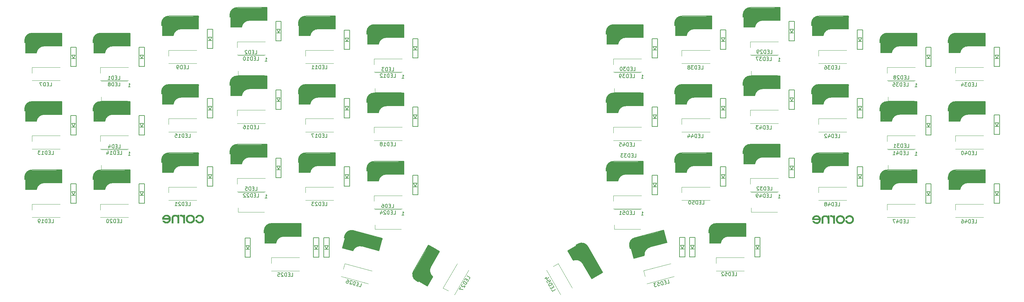
<source format=gbr>
G04 #@! TF.GenerationSoftware,KiCad,Pcbnew,5.1.5+dfsg1-2~bpo10+1*
G04 #@! TF.CreationDate,2020-09-05T17:28:50+00:00*
G04 #@! TF.ProjectId,corne-cherry,636f726e-652d-4636-9865-7272792e6b69,3.0*
G04 #@! TF.SameCoordinates,Original*
G04 #@! TF.FileFunction,Legend,Bot*
G04 #@! TF.FilePolarity,Positive*
%FSLAX46Y46*%
G04 Gerber Fmt 4.6, Leading zero omitted, Abs format (unit mm)*
G04 Created by KiCad (PCBNEW 5.1.5+dfsg1-2~bpo10+1) date 2020-09-05 17:28:50*
%MOMM*%
%LPD*%
G04 APERTURE LIST*
%ADD10C,0.010000*%
%ADD11C,0.120000*%
%ADD12C,0.300000*%
%ADD13C,0.800000*%
%ADD14C,3.000000*%
%ADD15C,0.500000*%
%ADD16C,1.000000*%
%ADD17C,3.500000*%
%ADD18C,0.150000*%
%ADD19C,0.400000*%
G04 APERTURE END LIST*
D10*
G36*
X236365509Y-79808791D02*
G01*
X236271425Y-79812451D01*
X236201010Y-79821455D01*
X236140699Y-79838181D01*
X236076930Y-79865005D01*
X236022749Y-79891171D01*
X235851702Y-79999513D01*
X235718452Y-80138673D01*
X235621121Y-80311378D01*
X235557832Y-80520354D01*
X235546425Y-80582800D01*
X235539136Y-80653770D01*
X235532597Y-80766525D01*
X235527097Y-80912049D01*
X235522926Y-81081330D01*
X235520373Y-81265353D01*
X235519692Y-81414650D01*
X235519500Y-82081400D01*
X235951300Y-82081400D01*
X235951300Y-81362110D01*
X235951907Y-81133457D01*
X235953900Y-80949758D01*
X235957537Y-80805177D01*
X235963078Y-80693882D01*
X235970781Y-80610037D01*
X235980905Y-80547809D01*
X235988803Y-80516534D01*
X236053563Y-80378307D01*
X236154470Y-80275106D01*
X236289897Y-80207984D01*
X236458220Y-80177999D01*
X236512688Y-80176400D01*
X236675159Y-80186817D01*
X236805138Y-80221694D01*
X236917236Y-80286472D01*
X236997140Y-80356726D01*
X237051327Y-80413731D01*
X237094709Y-80469501D01*
X237128477Y-80530365D01*
X237153821Y-80602652D01*
X237171933Y-80692689D01*
X237184004Y-80806805D01*
X237191223Y-80951327D01*
X237194783Y-81132585D01*
X237195874Y-81356907D01*
X237195900Y-81412910D01*
X237195900Y-82081400D01*
X237627700Y-82081400D01*
X237627700Y-79820800D01*
X237195900Y-79820800D01*
X237195900Y-80078707D01*
X237113636Y-79996442D01*
X237027248Y-79920836D01*
X236936545Y-79867569D01*
X236830522Y-79833282D01*
X236698176Y-79814616D01*
X236528505Y-79808211D01*
X236496826Y-79808100D01*
X236365509Y-79808791D01*
G37*
X236365509Y-79808791D02*
X236271425Y-79812451D01*
X236201010Y-79821455D01*
X236140699Y-79838181D01*
X236076930Y-79865005D01*
X236022749Y-79891171D01*
X235851702Y-79999513D01*
X235718452Y-80138673D01*
X235621121Y-80311378D01*
X235557832Y-80520354D01*
X235546425Y-80582800D01*
X235539136Y-80653770D01*
X235532597Y-80766525D01*
X235527097Y-80912049D01*
X235522926Y-81081330D01*
X235520373Y-81265353D01*
X235519692Y-81414650D01*
X235519500Y-82081400D01*
X235951300Y-82081400D01*
X235951300Y-81362110D01*
X235951907Y-81133457D01*
X235953900Y-80949758D01*
X235957537Y-80805177D01*
X235963078Y-80693882D01*
X235970781Y-80610037D01*
X235980905Y-80547809D01*
X235988803Y-80516534D01*
X236053563Y-80378307D01*
X236154470Y-80275106D01*
X236289897Y-80207984D01*
X236458220Y-80177999D01*
X236512688Y-80176400D01*
X236675159Y-80186817D01*
X236805138Y-80221694D01*
X236917236Y-80286472D01*
X236997140Y-80356726D01*
X237051327Y-80413731D01*
X237094709Y-80469501D01*
X237128477Y-80530365D01*
X237153821Y-80602652D01*
X237171933Y-80692689D01*
X237184004Y-80806805D01*
X237191223Y-80951327D01*
X237194783Y-81132585D01*
X237195874Y-81356907D01*
X237195900Y-81412910D01*
X237195900Y-82081400D01*
X237627700Y-82081400D01*
X237627700Y-79820800D01*
X237195900Y-79820800D01*
X237195900Y-80078707D01*
X237113636Y-79996442D01*
X237027248Y-79920836D01*
X236936545Y-79867569D01*
X236830522Y-79833282D01*
X236698176Y-79814616D01*
X236528505Y-79808211D01*
X236496826Y-79808100D01*
X236365509Y-79808791D01*
G36*
X238027763Y-79785436D02*
G01*
X237881700Y-79801961D01*
X237881700Y-80172729D01*
X238015050Y-80159068D01*
X238199149Y-80164139D01*
X238368548Y-80215922D01*
X238517119Y-80311056D01*
X238638734Y-80446179D01*
X238687611Y-80527869D01*
X238770700Y-80688838D01*
X238770700Y-82081400D01*
X239202500Y-82081400D01*
X239202500Y-79818745D01*
X238992950Y-79826122D01*
X238783400Y-79833500D01*
X238758000Y-80055358D01*
X238707231Y-79998946D01*
X238589054Y-79902357D01*
X238437202Y-79831267D01*
X238263958Y-79789536D01*
X238081610Y-79781025D01*
X238027763Y-79785436D01*
G37*
X238027763Y-79785436D02*
X237881700Y-79801961D01*
X237881700Y-80172729D01*
X238015050Y-80159068D01*
X238199149Y-80164139D01*
X238368548Y-80215922D01*
X238517119Y-80311056D01*
X238638734Y-80446179D01*
X238687611Y-80527869D01*
X238770700Y-80688838D01*
X238770700Y-82081400D01*
X239202500Y-82081400D01*
X239202500Y-79818745D01*
X238992950Y-79826122D01*
X238783400Y-79833500D01*
X238758000Y-80055358D01*
X238707231Y-79998946D01*
X238589054Y-79902357D01*
X238437202Y-79831267D01*
X238263958Y-79789536D01*
X238081610Y-79781025D01*
X238027763Y-79785436D01*
G36*
X233833470Y-79818406D02*
G01*
X233611106Y-79884705D01*
X233412867Y-79990213D01*
X233242921Y-80130847D01*
X233105441Y-80302524D01*
X233004596Y-80501162D01*
X232944557Y-80722678D01*
X232928700Y-80918336D01*
X232928700Y-81065400D01*
X234833700Y-81065400D01*
X234833700Y-81138498D01*
X234810783Y-81261649D01*
X234747345Y-81389172D01*
X234651357Y-81510298D01*
X234530789Y-81614256D01*
X234441612Y-81668239D01*
X234305758Y-81719647D01*
X234145096Y-81744683D01*
X234132128Y-81745596D01*
X233949871Y-81743127D01*
X233796197Y-81706329D01*
X233658505Y-81630614D01*
X233543807Y-81531419D01*
X233407987Y-81395600D01*
X233204732Y-81395600D01*
X233104189Y-81396246D01*
X233044967Y-81400122D01*
X233017590Y-81410133D01*
X233012581Y-81429182D01*
X233018270Y-81452750D01*
X233056583Y-81538398D01*
X233121501Y-81641086D01*
X233201226Y-81744606D01*
X233283956Y-81832746D01*
X233314143Y-81859173D01*
X233513010Y-81988773D01*
X233735698Y-82078237D01*
X233972404Y-82125509D01*
X234213327Y-82128535D01*
X234424643Y-82092004D01*
X234645755Y-82007879D01*
X234840575Y-81884023D01*
X235004175Y-81725554D01*
X235131626Y-81537590D01*
X235217999Y-81325249D01*
X235237156Y-81248299D01*
X235267692Y-80998242D01*
X235253959Y-80758661D01*
X235241778Y-80709800D01*
X234832443Y-80709800D01*
X234109172Y-80709800D01*
X233896586Y-80709528D01*
X233729501Y-80708521D01*
X233602621Y-80706494D01*
X233510649Y-80703158D01*
X233448288Y-80698229D01*
X233410241Y-80691420D01*
X233391212Y-80682444D01*
X233385903Y-80671014D01*
X233385900Y-80670688D01*
X233406277Y-80588758D01*
X233460975Y-80493173D01*
X233540348Y-80395722D01*
X233634752Y-80308195D01*
X233734539Y-80242383D01*
X233737597Y-80240826D01*
X233876653Y-80193277D01*
X234040767Y-80172014D01*
X234211572Y-80176960D01*
X234370702Y-80208039D01*
X234462440Y-80243844D01*
X234608974Y-80345486D01*
X234727851Y-80486797D01*
X234808235Y-80646127D01*
X234832443Y-80709800D01*
X235241778Y-80709800D01*
X235198133Y-80534735D01*
X235102394Y-80331643D01*
X234968921Y-80154563D01*
X234799892Y-80008672D01*
X234687001Y-79940689D01*
X234492397Y-79856746D01*
X234295074Y-79809901D01*
X234075787Y-79795400D01*
X233833470Y-79818406D01*
G37*
X233833470Y-79818406D02*
X233611106Y-79884705D01*
X233412867Y-79990213D01*
X233242921Y-80130847D01*
X233105441Y-80302524D01*
X233004596Y-80501162D01*
X232944557Y-80722678D01*
X232928700Y-80918336D01*
X232928700Y-81065400D01*
X234833700Y-81065400D01*
X234833700Y-81138498D01*
X234810783Y-81261649D01*
X234747345Y-81389172D01*
X234651357Y-81510298D01*
X234530789Y-81614256D01*
X234441612Y-81668239D01*
X234305758Y-81719647D01*
X234145096Y-81744683D01*
X234132128Y-81745596D01*
X233949871Y-81743127D01*
X233796197Y-81706329D01*
X233658505Y-81630614D01*
X233543807Y-81531419D01*
X233407987Y-81395600D01*
X233204732Y-81395600D01*
X233104189Y-81396246D01*
X233044967Y-81400122D01*
X233017590Y-81410133D01*
X233012581Y-81429182D01*
X233018270Y-81452750D01*
X233056583Y-81538398D01*
X233121501Y-81641086D01*
X233201226Y-81744606D01*
X233283956Y-81832746D01*
X233314143Y-81859173D01*
X233513010Y-81988773D01*
X233735698Y-82078237D01*
X233972404Y-82125509D01*
X234213327Y-82128535D01*
X234424643Y-82092004D01*
X234645755Y-82007879D01*
X234840575Y-81884023D01*
X235004175Y-81725554D01*
X235131626Y-81537590D01*
X235217999Y-81325249D01*
X235237156Y-81248299D01*
X235267692Y-80998242D01*
X235253959Y-80758661D01*
X235241778Y-80709800D01*
X234832443Y-80709800D01*
X234109172Y-80709800D01*
X233896586Y-80709528D01*
X233729501Y-80708521D01*
X233602621Y-80706494D01*
X233510649Y-80703158D01*
X233448288Y-80698229D01*
X233410241Y-80691420D01*
X233391212Y-80682444D01*
X233385903Y-80671014D01*
X233385900Y-80670688D01*
X233406277Y-80588758D01*
X233460975Y-80493173D01*
X233540348Y-80395722D01*
X233634752Y-80308195D01*
X233734539Y-80242383D01*
X233737597Y-80240826D01*
X233876653Y-80193277D01*
X234040767Y-80172014D01*
X234211572Y-80176960D01*
X234370702Y-80208039D01*
X234462440Y-80243844D01*
X234608974Y-80345486D01*
X234727851Y-80486797D01*
X234808235Y-80646127D01*
X234832443Y-80709800D01*
X235241778Y-80709800D01*
X235198133Y-80534735D01*
X235102394Y-80331643D01*
X234968921Y-80154563D01*
X234799892Y-80008672D01*
X234687001Y-79940689D01*
X234492397Y-79856746D01*
X234295074Y-79809901D01*
X234075787Y-79795400D01*
X233833470Y-79818406D01*
G36*
X240625014Y-79801840D02*
G01*
X240371560Y-79837111D01*
X240143475Y-79913807D01*
X239943825Y-80029865D01*
X239775675Y-80183222D01*
X239642092Y-80371816D01*
X239577544Y-80506600D01*
X239545982Y-80620705D01*
X239525715Y-80768371D01*
X239516970Y-80933580D01*
X239519975Y-81100313D01*
X239534957Y-81252551D01*
X239562144Y-81374275D01*
X239565095Y-81382900D01*
X239661481Y-81580172D01*
X239800725Y-81756574D01*
X239977321Y-81906769D01*
X240185759Y-82025421D01*
X240260660Y-82056770D01*
X240392679Y-82093019D01*
X240555665Y-82116467D01*
X240731219Y-82126287D01*
X240900940Y-82121650D01*
X241046426Y-82101729D01*
X241079247Y-82093599D01*
X241293147Y-82011401D01*
X241487879Y-81893093D01*
X241654845Y-81745635D01*
X241785444Y-81575986D01*
X241836318Y-81480895D01*
X241874663Y-81378102D01*
X241908849Y-81253876D01*
X241928901Y-81150628D01*
X241936252Y-81009224D01*
X241511926Y-81009224D01*
X241497591Y-81156866D01*
X241477459Y-81238207D01*
X241424206Y-81350941D01*
X241343805Y-81466333D01*
X241249822Y-81567702D01*
X241155826Y-81638365D01*
X241149042Y-81642020D01*
X240952302Y-81718118D01*
X240747311Y-81748463D01*
X240543896Y-81732243D01*
X240431336Y-81701468D01*
X240254056Y-81614347D01*
X240109590Y-81490677D01*
X240002413Y-81334341D01*
X239997980Y-81325466D01*
X239944990Y-81169401D01*
X239923007Y-80992298D01*
X239932361Y-80813017D01*
X239973379Y-80650421D01*
X239985711Y-80620900D01*
X240083042Y-80461906D01*
X240210739Y-80337092D01*
X240361436Y-80246623D01*
X240527764Y-80190666D01*
X240702358Y-80169386D01*
X240877851Y-80182949D01*
X241046876Y-80231522D01*
X241202066Y-80315270D01*
X241336055Y-80434360D01*
X241441035Y-80588101D01*
X241482581Y-80705807D01*
X241506567Y-80852526D01*
X241511926Y-81009224D01*
X241936252Y-81009224D01*
X241941762Y-80903236D01*
X241909350Y-80668693D01*
X241834150Y-80452052D01*
X241718643Y-80258365D01*
X241565313Y-80092687D01*
X241376640Y-79960069D01*
X241332581Y-79936803D01*
X241158295Y-79862053D01*
X240986970Y-79817281D01*
X240801095Y-79799147D01*
X240625014Y-79801840D01*
G37*
X240625014Y-79801840D02*
X240371560Y-79837111D01*
X240143475Y-79913807D01*
X239943825Y-80029865D01*
X239775675Y-80183222D01*
X239642092Y-80371816D01*
X239577544Y-80506600D01*
X239545982Y-80620705D01*
X239525715Y-80768371D01*
X239516970Y-80933580D01*
X239519975Y-81100313D01*
X239534957Y-81252551D01*
X239562144Y-81374275D01*
X239565095Y-81382900D01*
X239661481Y-81580172D01*
X239800725Y-81756574D01*
X239977321Y-81906769D01*
X240185759Y-82025421D01*
X240260660Y-82056770D01*
X240392679Y-82093019D01*
X240555665Y-82116467D01*
X240731219Y-82126287D01*
X240900940Y-82121650D01*
X241046426Y-82101729D01*
X241079247Y-82093599D01*
X241293147Y-82011401D01*
X241487879Y-81893093D01*
X241654845Y-81745635D01*
X241785444Y-81575986D01*
X241836318Y-81480895D01*
X241874663Y-81378102D01*
X241908849Y-81253876D01*
X241928901Y-81150628D01*
X241936252Y-81009224D01*
X241511926Y-81009224D01*
X241497591Y-81156866D01*
X241477459Y-81238207D01*
X241424206Y-81350941D01*
X241343805Y-81466333D01*
X241249822Y-81567702D01*
X241155826Y-81638365D01*
X241149042Y-81642020D01*
X240952302Y-81718118D01*
X240747311Y-81748463D01*
X240543896Y-81732243D01*
X240431336Y-81701468D01*
X240254056Y-81614347D01*
X240109590Y-81490677D01*
X240002413Y-81334341D01*
X239997980Y-81325466D01*
X239944990Y-81169401D01*
X239923007Y-80992298D01*
X239932361Y-80813017D01*
X239973379Y-80650421D01*
X239985711Y-80620900D01*
X240083042Y-80461906D01*
X240210739Y-80337092D01*
X240361436Y-80246623D01*
X240527764Y-80190666D01*
X240702358Y-80169386D01*
X240877851Y-80182949D01*
X241046876Y-80231522D01*
X241202066Y-80315270D01*
X241336055Y-80434360D01*
X241441035Y-80588101D01*
X241482581Y-80705807D01*
X241506567Y-80852526D01*
X241511926Y-81009224D01*
X241936252Y-81009224D01*
X241941762Y-80903236D01*
X241909350Y-80668693D01*
X241834150Y-80452052D01*
X241718643Y-80258365D01*
X241565313Y-80092687D01*
X241376640Y-79960069D01*
X241332581Y-79936803D01*
X241158295Y-79862053D01*
X240986970Y-79817281D01*
X240801095Y-79799147D01*
X240625014Y-79801840D01*
G36*
X243007951Y-79815988D02*
G01*
X242893252Y-79842102D01*
X242672150Y-79932639D01*
X242480707Y-80059036D01*
X242323778Y-80216988D01*
X242206218Y-80402188D01*
X242171563Y-80482254D01*
X242137536Y-80575731D01*
X242125917Y-80634761D01*
X242143202Y-80667261D01*
X242195888Y-80681149D01*
X242290471Y-80684343D01*
X242337431Y-80684400D01*
X242551361Y-80684399D01*
X242582267Y-80590754D01*
X242648857Y-80464894D01*
X242755362Y-80353503D01*
X242891537Y-80263012D01*
X243047136Y-80199854D01*
X243211915Y-80170461D01*
X243253801Y-80169142D01*
X243436131Y-80191910D01*
X243606435Y-80256221D01*
X243755984Y-80356089D01*
X243876047Y-80485526D01*
X243957895Y-80638547D01*
X243964093Y-80656267D01*
X243997644Y-80814924D01*
X244003427Y-80990402D01*
X243982741Y-81164327D01*
X243936887Y-81318322D01*
X243913825Y-81366531D01*
X243808096Y-81517138D01*
X243673221Y-81629303D01*
X243525898Y-81700915D01*
X243347211Y-81743926D01*
X243167741Y-81743773D01*
X242995928Y-81703785D01*
X242840210Y-81627291D01*
X242709026Y-81517622D01*
X242610816Y-81378106D01*
X242589233Y-81331389D01*
X242542600Y-81217990D01*
X242333050Y-81217895D01*
X242230332Y-81218561D01*
X242168216Y-81222620D01*
X242136505Y-81232992D01*
X242125003Y-81252594D01*
X242123500Y-81277887D01*
X242139025Y-81352902D01*
X242180576Y-81452781D01*
X242240622Y-81564252D01*
X242311631Y-81674041D01*
X242386071Y-81768876D01*
X242424962Y-81809119D01*
X242604736Y-81944131D01*
X242813593Y-82044811D01*
X243040440Y-82107913D01*
X243274182Y-82130194D01*
X243469700Y-82114664D01*
X243662913Y-82063943D01*
X243850549Y-81980877D01*
X244020240Y-81872860D01*
X244159617Y-81747289D01*
X244226511Y-81662165D01*
X244307840Y-81527841D01*
X244363730Y-81402887D01*
X244398309Y-81272138D01*
X244415707Y-81120430D01*
X244420086Y-80951100D01*
X244418581Y-80810194D01*
X244412879Y-80706188D01*
X244401202Y-80625236D01*
X244381770Y-80553494D01*
X244362149Y-80500197D01*
X244256503Y-80300543D01*
X244110238Y-80124026D01*
X243931124Y-79978316D01*
X243726931Y-79871085D01*
X243723700Y-79869802D01*
X243567717Y-79825914D01*
X243383745Y-79801892D01*
X243190813Y-79798372D01*
X243007951Y-79815988D01*
G37*
X243007951Y-79815988D02*
X242893252Y-79842102D01*
X242672150Y-79932639D01*
X242480707Y-80059036D01*
X242323778Y-80216988D01*
X242206218Y-80402188D01*
X242171563Y-80482254D01*
X242137536Y-80575731D01*
X242125917Y-80634761D01*
X242143202Y-80667261D01*
X242195888Y-80681149D01*
X242290471Y-80684343D01*
X242337431Y-80684400D01*
X242551361Y-80684399D01*
X242582267Y-80590754D01*
X242648857Y-80464894D01*
X242755362Y-80353503D01*
X242891537Y-80263012D01*
X243047136Y-80199854D01*
X243211915Y-80170461D01*
X243253801Y-80169142D01*
X243436131Y-80191910D01*
X243606435Y-80256221D01*
X243755984Y-80356089D01*
X243876047Y-80485526D01*
X243957895Y-80638547D01*
X243964093Y-80656267D01*
X243997644Y-80814924D01*
X244003427Y-80990402D01*
X243982741Y-81164327D01*
X243936887Y-81318322D01*
X243913825Y-81366531D01*
X243808096Y-81517138D01*
X243673221Y-81629303D01*
X243525898Y-81700915D01*
X243347211Y-81743926D01*
X243167741Y-81743773D01*
X242995928Y-81703785D01*
X242840210Y-81627291D01*
X242709026Y-81517622D01*
X242610816Y-81378106D01*
X242589233Y-81331389D01*
X242542600Y-81217990D01*
X242333050Y-81217895D01*
X242230332Y-81218561D01*
X242168216Y-81222620D01*
X242136505Y-81232992D01*
X242125003Y-81252594D01*
X242123500Y-81277887D01*
X242139025Y-81352902D01*
X242180576Y-81452781D01*
X242240622Y-81564252D01*
X242311631Y-81674041D01*
X242386071Y-81768876D01*
X242424962Y-81809119D01*
X242604736Y-81944131D01*
X242813593Y-82044811D01*
X243040440Y-82107913D01*
X243274182Y-82130194D01*
X243469700Y-82114664D01*
X243662913Y-82063943D01*
X243850549Y-81980877D01*
X244020240Y-81872860D01*
X244159617Y-81747289D01*
X244226511Y-81662165D01*
X244307840Y-81527841D01*
X244363730Y-81402887D01*
X244398309Y-81272138D01*
X244415707Y-81120430D01*
X244420086Y-80951100D01*
X244418581Y-80810194D01*
X244412879Y-80706188D01*
X244401202Y-80625236D01*
X244381770Y-80553494D01*
X244362149Y-80500197D01*
X244256503Y-80300543D01*
X244110238Y-80124026D01*
X243931124Y-79978316D01*
X243726931Y-79871085D01*
X243723700Y-79869802D01*
X243567717Y-79825914D01*
X243383745Y-79801892D01*
X243190813Y-79798372D01*
X243007951Y-79815988D01*
G36*
X62477951Y-79665988D02*
G01*
X62363252Y-79692102D01*
X62142150Y-79782639D01*
X61950707Y-79909036D01*
X61793778Y-80066988D01*
X61676218Y-80252188D01*
X61641563Y-80332254D01*
X61607536Y-80425731D01*
X61595917Y-80484761D01*
X61613202Y-80517261D01*
X61665888Y-80531149D01*
X61760471Y-80534343D01*
X61807431Y-80534400D01*
X62021361Y-80534399D01*
X62052267Y-80440754D01*
X62118857Y-80314894D01*
X62225362Y-80203503D01*
X62361537Y-80113012D01*
X62517136Y-80049854D01*
X62681915Y-80020461D01*
X62723801Y-80019142D01*
X62906131Y-80041910D01*
X63076435Y-80106221D01*
X63225984Y-80206089D01*
X63346047Y-80335526D01*
X63427895Y-80488547D01*
X63434093Y-80506267D01*
X63467644Y-80664924D01*
X63473427Y-80840402D01*
X63452741Y-81014327D01*
X63406887Y-81168322D01*
X63383825Y-81216531D01*
X63278096Y-81367138D01*
X63143221Y-81479303D01*
X62995898Y-81550915D01*
X62817211Y-81593926D01*
X62637741Y-81593773D01*
X62465928Y-81553785D01*
X62310210Y-81477291D01*
X62179026Y-81367622D01*
X62080816Y-81228106D01*
X62059233Y-81181389D01*
X62012600Y-81067990D01*
X61803050Y-81067895D01*
X61700332Y-81068561D01*
X61638216Y-81072620D01*
X61606505Y-81082992D01*
X61595003Y-81102594D01*
X61593500Y-81127887D01*
X61609025Y-81202902D01*
X61650576Y-81302781D01*
X61710622Y-81414252D01*
X61781631Y-81524041D01*
X61856071Y-81618876D01*
X61894962Y-81659119D01*
X62074736Y-81794131D01*
X62283593Y-81894811D01*
X62510440Y-81957913D01*
X62744182Y-81980194D01*
X62939700Y-81964664D01*
X63132913Y-81913943D01*
X63320549Y-81830877D01*
X63490240Y-81722860D01*
X63629617Y-81597289D01*
X63696511Y-81512165D01*
X63777840Y-81377841D01*
X63833730Y-81252887D01*
X63868309Y-81122138D01*
X63885707Y-80970430D01*
X63890086Y-80801100D01*
X63888581Y-80660194D01*
X63882879Y-80556188D01*
X63871202Y-80475236D01*
X63851770Y-80403494D01*
X63832149Y-80350197D01*
X63726503Y-80150543D01*
X63580238Y-79974026D01*
X63401124Y-79828316D01*
X63196931Y-79721085D01*
X63193700Y-79719802D01*
X63037717Y-79675914D01*
X62853745Y-79651892D01*
X62660813Y-79648372D01*
X62477951Y-79665988D01*
G37*
X62477951Y-79665988D02*
X62363252Y-79692102D01*
X62142150Y-79782639D01*
X61950707Y-79909036D01*
X61793778Y-80066988D01*
X61676218Y-80252188D01*
X61641563Y-80332254D01*
X61607536Y-80425731D01*
X61595917Y-80484761D01*
X61613202Y-80517261D01*
X61665888Y-80531149D01*
X61760471Y-80534343D01*
X61807431Y-80534400D01*
X62021361Y-80534399D01*
X62052267Y-80440754D01*
X62118857Y-80314894D01*
X62225362Y-80203503D01*
X62361537Y-80113012D01*
X62517136Y-80049854D01*
X62681915Y-80020461D01*
X62723801Y-80019142D01*
X62906131Y-80041910D01*
X63076435Y-80106221D01*
X63225984Y-80206089D01*
X63346047Y-80335526D01*
X63427895Y-80488547D01*
X63434093Y-80506267D01*
X63467644Y-80664924D01*
X63473427Y-80840402D01*
X63452741Y-81014327D01*
X63406887Y-81168322D01*
X63383825Y-81216531D01*
X63278096Y-81367138D01*
X63143221Y-81479303D01*
X62995898Y-81550915D01*
X62817211Y-81593926D01*
X62637741Y-81593773D01*
X62465928Y-81553785D01*
X62310210Y-81477291D01*
X62179026Y-81367622D01*
X62080816Y-81228106D01*
X62059233Y-81181389D01*
X62012600Y-81067990D01*
X61803050Y-81067895D01*
X61700332Y-81068561D01*
X61638216Y-81072620D01*
X61606505Y-81082992D01*
X61595003Y-81102594D01*
X61593500Y-81127887D01*
X61609025Y-81202902D01*
X61650576Y-81302781D01*
X61710622Y-81414252D01*
X61781631Y-81524041D01*
X61856071Y-81618876D01*
X61894962Y-81659119D01*
X62074736Y-81794131D01*
X62283593Y-81894811D01*
X62510440Y-81957913D01*
X62744182Y-81980194D01*
X62939700Y-81964664D01*
X63132913Y-81913943D01*
X63320549Y-81830877D01*
X63490240Y-81722860D01*
X63629617Y-81597289D01*
X63696511Y-81512165D01*
X63777840Y-81377841D01*
X63833730Y-81252887D01*
X63868309Y-81122138D01*
X63885707Y-80970430D01*
X63890086Y-80801100D01*
X63888581Y-80660194D01*
X63882879Y-80556188D01*
X63871202Y-80475236D01*
X63851770Y-80403494D01*
X63832149Y-80350197D01*
X63726503Y-80150543D01*
X63580238Y-79974026D01*
X63401124Y-79828316D01*
X63196931Y-79721085D01*
X63193700Y-79719802D01*
X63037717Y-79675914D01*
X62853745Y-79651892D01*
X62660813Y-79648372D01*
X62477951Y-79665988D01*
G36*
X60095014Y-79651840D02*
G01*
X59841560Y-79687111D01*
X59613475Y-79763807D01*
X59413825Y-79879865D01*
X59245675Y-80033222D01*
X59112092Y-80221816D01*
X59047544Y-80356600D01*
X59015982Y-80470705D01*
X58995715Y-80618371D01*
X58986970Y-80783580D01*
X58989975Y-80950313D01*
X59004957Y-81102551D01*
X59032144Y-81224275D01*
X59035095Y-81232900D01*
X59131481Y-81430172D01*
X59270725Y-81606574D01*
X59447321Y-81756769D01*
X59655759Y-81875421D01*
X59730660Y-81906770D01*
X59862679Y-81943019D01*
X60025665Y-81966467D01*
X60201219Y-81976287D01*
X60370940Y-81971650D01*
X60516426Y-81951729D01*
X60549247Y-81943599D01*
X60763147Y-81861401D01*
X60957879Y-81743093D01*
X61124845Y-81595635D01*
X61255444Y-81425986D01*
X61306318Y-81330895D01*
X61344663Y-81228102D01*
X61378849Y-81103876D01*
X61398901Y-81000628D01*
X61406252Y-80859224D01*
X60981926Y-80859224D01*
X60967591Y-81006866D01*
X60947459Y-81088207D01*
X60894206Y-81200941D01*
X60813805Y-81316333D01*
X60719822Y-81417702D01*
X60625826Y-81488365D01*
X60619042Y-81492020D01*
X60422302Y-81568118D01*
X60217311Y-81598463D01*
X60013896Y-81582243D01*
X59901336Y-81551468D01*
X59724056Y-81464347D01*
X59579590Y-81340677D01*
X59472413Y-81184341D01*
X59467980Y-81175466D01*
X59414990Y-81019401D01*
X59393007Y-80842298D01*
X59402361Y-80663017D01*
X59443379Y-80500421D01*
X59455711Y-80470900D01*
X59553042Y-80311906D01*
X59680739Y-80187092D01*
X59831436Y-80096623D01*
X59997764Y-80040666D01*
X60172358Y-80019386D01*
X60347851Y-80032949D01*
X60516876Y-80081522D01*
X60672066Y-80165270D01*
X60806055Y-80284360D01*
X60911035Y-80438101D01*
X60952581Y-80555807D01*
X60976567Y-80702526D01*
X60981926Y-80859224D01*
X61406252Y-80859224D01*
X61411762Y-80753236D01*
X61379350Y-80518693D01*
X61304150Y-80302052D01*
X61188643Y-80108365D01*
X61035313Y-79942687D01*
X60846640Y-79810069D01*
X60802581Y-79786803D01*
X60628295Y-79712053D01*
X60456970Y-79667281D01*
X60271095Y-79649147D01*
X60095014Y-79651840D01*
G37*
X60095014Y-79651840D02*
X59841560Y-79687111D01*
X59613475Y-79763807D01*
X59413825Y-79879865D01*
X59245675Y-80033222D01*
X59112092Y-80221816D01*
X59047544Y-80356600D01*
X59015982Y-80470705D01*
X58995715Y-80618371D01*
X58986970Y-80783580D01*
X58989975Y-80950313D01*
X59004957Y-81102551D01*
X59032144Y-81224275D01*
X59035095Y-81232900D01*
X59131481Y-81430172D01*
X59270725Y-81606574D01*
X59447321Y-81756769D01*
X59655759Y-81875421D01*
X59730660Y-81906770D01*
X59862679Y-81943019D01*
X60025665Y-81966467D01*
X60201219Y-81976287D01*
X60370940Y-81971650D01*
X60516426Y-81951729D01*
X60549247Y-81943599D01*
X60763147Y-81861401D01*
X60957879Y-81743093D01*
X61124845Y-81595635D01*
X61255444Y-81425986D01*
X61306318Y-81330895D01*
X61344663Y-81228102D01*
X61378849Y-81103876D01*
X61398901Y-81000628D01*
X61406252Y-80859224D01*
X60981926Y-80859224D01*
X60967591Y-81006866D01*
X60947459Y-81088207D01*
X60894206Y-81200941D01*
X60813805Y-81316333D01*
X60719822Y-81417702D01*
X60625826Y-81488365D01*
X60619042Y-81492020D01*
X60422302Y-81568118D01*
X60217311Y-81598463D01*
X60013896Y-81582243D01*
X59901336Y-81551468D01*
X59724056Y-81464347D01*
X59579590Y-81340677D01*
X59472413Y-81184341D01*
X59467980Y-81175466D01*
X59414990Y-81019401D01*
X59393007Y-80842298D01*
X59402361Y-80663017D01*
X59443379Y-80500421D01*
X59455711Y-80470900D01*
X59553042Y-80311906D01*
X59680739Y-80187092D01*
X59831436Y-80096623D01*
X59997764Y-80040666D01*
X60172358Y-80019386D01*
X60347851Y-80032949D01*
X60516876Y-80081522D01*
X60672066Y-80165270D01*
X60806055Y-80284360D01*
X60911035Y-80438101D01*
X60952581Y-80555807D01*
X60976567Y-80702526D01*
X60981926Y-80859224D01*
X61406252Y-80859224D01*
X61411762Y-80753236D01*
X61379350Y-80518693D01*
X61304150Y-80302052D01*
X61188643Y-80108365D01*
X61035313Y-79942687D01*
X60846640Y-79810069D01*
X60802581Y-79786803D01*
X60628295Y-79712053D01*
X60456970Y-79667281D01*
X60271095Y-79649147D01*
X60095014Y-79651840D01*
G36*
X53303470Y-79668406D02*
G01*
X53081106Y-79734705D01*
X52882867Y-79840213D01*
X52712921Y-79980847D01*
X52575441Y-80152524D01*
X52474596Y-80351162D01*
X52414557Y-80572678D01*
X52398700Y-80768336D01*
X52398700Y-80915400D01*
X54303700Y-80915400D01*
X54303700Y-80988498D01*
X54280783Y-81111649D01*
X54217345Y-81239172D01*
X54121357Y-81360298D01*
X54000789Y-81464256D01*
X53911612Y-81518239D01*
X53775758Y-81569647D01*
X53615096Y-81594683D01*
X53602128Y-81595596D01*
X53419871Y-81593127D01*
X53266197Y-81556329D01*
X53128505Y-81480614D01*
X53013807Y-81381419D01*
X52877987Y-81245600D01*
X52674732Y-81245600D01*
X52574189Y-81246246D01*
X52514967Y-81250122D01*
X52487590Y-81260133D01*
X52482581Y-81279182D01*
X52488270Y-81302750D01*
X52526583Y-81388398D01*
X52591501Y-81491086D01*
X52671226Y-81594606D01*
X52753956Y-81682746D01*
X52784143Y-81709173D01*
X52983010Y-81838773D01*
X53205698Y-81928237D01*
X53442404Y-81975509D01*
X53683327Y-81978535D01*
X53894643Y-81942004D01*
X54115755Y-81857879D01*
X54310575Y-81734023D01*
X54474175Y-81575554D01*
X54601626Y-81387590D01*
X54687999Y-81175249D01*
X54707156Y-81098299D01*
X54737692Y-80848242D01*
X54723959Y-80608661D01*
X54711778Y-80559800D01*
X54302443Y-80559800D01*
X53579172Y-80559800D01*
X53366586Y-80559528D01*
X53199501Y-80558521D01*
X53072621Y-80556494D01*
X52980649Y-80553158D01*
X52918288Y-80548229D01*
X52880241Y-80541420D01*
X52861212Y-80532444D01*
X52855903Y-80521014D01*
X52855900Y-80520688D01*
X52876277Y-80438758D01*
X52930975Y-80343173D01*
X53010348Y-80245722D01*
X53104752Y-80158195D01*
X53204539Y-80092383D01*
X53207597Y-80090826D01*
X53346653Y-80043277D01*
X53510767Y-80022014D01*
X53681572Y-80026960D01*
X53840702Y-80058039D01*
X53932440Y-80093844D01*
X54078974Y-80195486D01*
X54197851Y-80336797D01*
X54278235Y-80496127D01*
X54302443Y-80559800D01*
X54711778Y-80559800D01*
X54668133Y-80384735D01*
X54572394Y-80181643D01*
X54438921Y-80004563D01*
X54269892Y-79858672D01*
X54157001Y-79790689D01*
X53962397Y-79706746D01*
X53765074Y-79659901D01*
X53545787Y-79645400D01*
X53303470Y-79668406D01*
G37*
X53303470Y-79668406D02*
X53081106Y-79734705D01*
X52882867Y-79840213D01*
X52712921Y-79980847D01*
X52575441Y-80152524D01*
X52474596Y-80351162D01*
X52414557Y-80572678D01*
X52398700Y-80768336D01*
X52398700Y-80915400D01*
X54303700Y-80915400D01*
X54303700Y-80988498D01*
X54280783Y-81111649D01*
X54217345Y-81239172D01*
X54121357Y-81360298D01*
X54000789Y-81464256D01*
X53911612Y-81518239D01*
X53775758Y-81569647D01*
X53615096Y-81594683D01*
X53602128Y-81595596D01*
X53419871Y-81593127D01*
X53266197Y-81556329D01*
X53128505Y-81480614D01*
X53013807Y-81381419D01*
X52877987Y-81245600D01*
X52674732Y-81245600D01*
X52574189Y-81246246D01*
X52514967Y-81250122D01*
X52487590Y-81260133D01*
X52482581Y-81279182D01*
X52488270Y-81302750D01*
X52526583Y-81388398D01*
X52591501Y-81491086D01*
X52671226Y-81594606D01*
X52753956Y-81682746D01*
X52784143Y-81709173D01*
X52983010Y-81838773D01*
X53205698Y-81928237D01*
X53442404Y-81975509D01*
X53683327Y-81978535D01*
X53894643Y-81942004D01*
X54115755Y-81857879D01*
X54310575Y-81734023D01*
X54474175Y-81575554D01*
X54601626Y-81387590D01*
X54687999Y-81175249D01*
X54707156Y-81098299D01*
X54737692Y-80848242D01*
X54723959Y-80608661D01*
X54711778Y-80559800D01*
X54302443Y-80559800D01*
X53579172Y-80559800D01*
X53366586Y-80559528D01*
X53199501Y-80558521D01*
X53072621Y-80556494D01*
X52980649Y-80553158D01*
X52918288Y-80548229D01*
X52880241Y-80541420D01*
X52861212Y-80532444D01*
X52855903Y-80521014D01*
X52855900Y-80520688D01*
X52876277Y-80438758D01*
X52930975Y-80343173D01*
X53010348Y-80245722D01*
X53104752Y-80158195D01*
X53204539Y-80092383D01*
X53207597Y-80090826D01*
X53346653Y-80043277D01*
X53510767Y-80022014D01*
X53681572Y-80026960D01*
X53840702Y-80058039D01*
X53932440Y-80093844D01*
X54078974Y-80195486D01*
X54197851Y-80336797D01*
X54278235Y-80496127D01*
X54302443Y-80559800D01*
X54711778Y-80559800D01*
X54668133Y-80384735D01*
X54572394Y-80181643D01*
X54438921Y-80004563D01*
X54269892Y-79858672D01*
X54157001Y-79790689D01*
X53962397Y-79706746D01*
X53765074Y-79659901D01*
X53545787Y-79645400D01*
X53303470Y-79668406D01*
G36*
X57497763Y-79635436D02*
G01*
X57351700Y-79651961D01*
X57351700Y-80022729D01*
X57485050Y-80009068D01*
X57669149Y-80014139D01*
X57838548Y-80065922D01*
X57987119Y-80161056D01*
X58108734Y-80296179D01*
X58157611Y-80377869D01*
X58240700Y-80538838D01*
X58240700Y-81931400D01*
X58672500Y-81931400D01*
X58672500Y-79668745D01*
X58462950Y-79676122D01*
X58253400Y-79683500D01*
X58228000Y-79905358D01*
X58177231Y-79848946D01*
X58059054Y-79752357D01*
X57907202Y-79681267D01*
X57733958Y-79639536D01*
X57551610Y-79631025D01*
X57497763Y-79635436D01*
G37*
X57497763Y-79635436D02*
X57351700Y-79651961D01*
X57351700Y-80022729D01*
X57485050Y-80009068D01*
X57669149Y-80014139D01*
X57838548Y-80065922D01*
X57987119Y-80161056D01*
X58108734Y-80296179D01*
X58157611Y-80377869D01*
X58240700Y-80538838D01*
X58240700Y-81931400D01*
X58672500Y-81931400D01*
X58672500Y-79668745D01*
X58462950Y-79676122D01*
X58253400Y-79683500D01*
X58228000Y-79905358D01*
X58177231Y-79848946D01*
X58059054Y-79752357D01*
X57907202Y-79681267D01*
X57733958Y-79639536D01*
X57551610Y-79631025D01*
X57497763Y-79635436D01*
G36*
X55835509Y-79658791D02*
G01*
X55741425Y-79662451D01*
X55671010Y-79671455D01*
X55610699Y-79688181D01*
X55546930Y-79715005D01*
X55492749Y-79741171D01*
X55321702Y-79849513D01*
X55188452Y-79988673D01*
X55091121Y-80161378D01*
X55027832Y-80370354D01*
X55016425Y-80432800D01*
X55009136Y-80503770D01*
X55002597Y-80616525D01*
X54997097Y-80762049D01*
X54992926Y-80931330D01*
X54990373Y-81115353D01*
X54989692Y-81264650D01*
X54989500Y-81931400D01*
X55421300Y-81931400D01*
X55421300Y-81212110D01*
X55421907Y-80983457D01*
X55423900Y-80799758D01*
X55427537Y-80655177D01*
X55433078Y-80543882D01*
X55440781Y-80460037D01*
X55450905Y-80397809D01*
X55458803Y-80366534D01*
X55523563Y-80228307D01*
X55624470Y-80125106D01*
X55759897Y-80057984D01*
X55928220Y-80027999D01*
X55982688Y-80026400D01*
X56145159Y-80036817D01*
X56275138Y-80071694D01*
X56387236Y-80136472D01*
X56467140Y-80206726D01*
X56521327Y-80263731D01*
X56564709Y-80319501D01*
X56598477Y-80380365D01*
X56623821Y-80452652D01*
X56641933Y-80542689D01*
X56654004Y-80656805D01*
X56661223Y-80801327D01*
X56664783Y-80982585D01*
X56665874Y-81206907D01*
X56665900Y-81262910D01*
X56665900Y-81931400D01*
X57097700Y-81931400D01*
X57097700Y-79670800D01*
X56665900Y-79670800D01*
X56665900Y-79928707D01*
X56583636Y-79846442D01*
X56497248Y-79770836D01*
X56406545Y-79717569D01*
X56300522Y-79683282D01*
X56168176Y-79664616D01*
X55998505Y-79658211D01*
X55966826Y-79658100D01*
X55835509Y-79658791D01*
G37*
X55835509Y-79658791D02*
X55741425Y-79662451D01*
X55671010Y-79671455D01*
X55610699Y-79688181D01*
X55546930Y-79715005D01*
X55492749Y-79741171D01*
X55321702Y-79849513D01*
X55188452Y-79988673D01*
X55091121Y-80161378D01*
X55027832Y-80370354D01*
X55016425Y-80432800D01*
X55009136Y-80503770D01*
X55002597Y-80616525D01*
X54997097Y-80762049D01*
X54992926Y-80931330D01*
X54990373Y-81115353D01*
X54989692Y-81264650D01*
X54989500Y-81931400D01*
X55421300Y-81931400D01*
X55421300Y-81212110D01*
X55421907Y-80983457D01*
X55423900Y-80799758D01*
X55427537Y-80655177D01*
X55433078Y-80543882D01*
X55440781Y-80460037D01*
X55450905Y-80397809D01*
X55458803Y-80366534D01*
X55523563Y-80228307D01*
X55624470Y-80125106D01*
X55759897Y-80057984D01*
X55928220Y-80027999D01*
X55982688Y-80026400D01*
X56145159Y-80036817D01*
X56275138Y-80071694D01*
X56387236Y-80136472D01*
X56467140Y-80206726D01*
X56521327Y-80263731D01*
X56564709Y-80319501D01*
X56598477Y-80380365D01*
X56623821Y-80452652D01*
X56641933Y-80542689D01*
X56654004Y-80656805D01*
X56661223Y-80801327D01*
X56664783Y-80982585D01*
X56665874Y-81206907D01*
X56665900Y-81262910D01*
X56665900Y-81931400D01*
X57097700Y-81931400D01*
X57097700Y-79670800D01*
X56665900Y-79670800D01*
X56665900Y-79928707D01*
X56583636Y-79846442D01*
X56497248Y-79770836D01*
X56406545Y-79717569D01*
X56300522Y-79683282D01*
X56168176Y-79664616D01*
X55998505Y-79658211D01*
X55966826Y-79658100D01*
X55835509Y-79658791D01*
D11*
X102675704Y-94742272D02*
X103089815Y-93196791D01*
X109666405Y-98789505D02*
X102132184Y-96770717D01*
X103089815Y-93196791D02*
X110624036Y-95215579D01*
X16207500Y-40280000D02*
X16207500Y-38680000D01*
X24007500Y-42380000D02*
X16207500Y-42380000D01*
X16207500Y-38680000D02*
X24007500Y-38680000D01*
X35207500Y-40280000D02*
X35207500Y-38680000D01*
X43007500Y-42380000D02*
X35207500Y-42380000D01*
X35207500Y-38680000D02*
X43007500Y-38680000D01*
X54207500Y-35530000D02*
X54207500Y-33930000D01*
X62007500Y-37630000D02*
X54207500Y-37630000D01*
X54207500Y-33930000D02*
X62007500Y-33930000D01*
X73207500Y-33155000D02*
X73207500Y-31555000D01*
X81007500Y-35255000D02*
X73207500Y-35255000D01*
X73207500Y-31555000D02*
X81007500Y-31555000D01*
X92207500Y-35530000D02*
X92207500Y-33930000D01*
X100007500Y-37630000D02*
X92207500Y-37630000D01*
X92207500Y-33930000D02*
X100007500Y-33930000D01*
X111207500Y-37905000D02*
X111207500Y-36305000D01*
X119007500Y-40005000D02*
X111207500Y-40005000D01*
X111207500Y-36305000D02*
X119007500Y-36305000D01*
X16207500Y-59280000D02*
X16207500Y-57680000D01*
X24007500Y-61380000D02*
X16207500Y-61380000D01*
X16207500Y-57680000D02*
X24007500Y-57680000D01*
X35207500Y-59280000D02*
X35207500Y-57680000D01*
X43007500Y-61380000D02*
X35207500Y-61380000D01*
X35207500Y-57680000D02*
X43007500Y-57680000D01*
X54207500Y-54530000D02*
X54207500Y-52930000D01*
X62007500Y-56630000D02*
X54207500Y-56630000D01*
X54207500Y-52930000D02*
X62007500Y-52930000D01*
X73207500Y-52155000D02*
X73207500Y-50555000D01*
X81007500Y-54255000D02*
X73207500Y-54255000D01*
X73207500Y-50555000D02*
X81007500Y-50555000D01*
X92207500Y-54530000D02*
X92207500Y-52930000D01*
X100007500Y-56630000D02*
X92207500Y-56630000D01*
X92207500Y-52930000D02*
X100007500Y-52930000D01*
X111207500Y-56905000D02*
X111207500Y-55305000D01*
X119007500Y-59005000D02*
X111207500Y-59005000D01*
X111207500Y-55305000D02*
X119007500Y-55305000D01*
X16207500Y-78280000D02*
X16207500Y-76680000D01*
X24007500Y-80380000D02*
X16207500Y-80380000D01*
X16207500Y-76680000D02*
X24007500Y-76680000D01*
X35207500Y-78280000D02*
X35207500Y-76680000D01*
X43007500Y-80380000D02*
X35207500Y-80380000D01*
X35207500Y-76680000D02*
X43007500Y-76680000D01*
X54207500Y-73530000D02*
X54207500Y-71930000D01*
X62007500Y-75630000D02*
X54207500Y-75630000D01*
X54207500Y-71930000D02*
X62007500Y-71930000D01*
X73207500Y-71155000D02*
X73207500Y-69555000D01*
X81007500Y-73255000D02*
X73207500Y-73255000D01*
X73207500Y-69555000D02*
X81007500Y-69555000D01*
X111207500Y-75905000D02*
X111207500Y-74305000D01*
X119007500Y-78005000D02*
X111207500Y-78005000D01*
X111207500Y-74305000D02*
X119007500Y-74305000D01*
X82707500Y-93155000D02*
X82707500Y-91555000D01*
X90507500Y-95255000D02*
X82707500Y-95255000D01*
X82707500Y-91555000D02*
X90507500Y-91555000D01*
X131804615Y-100782499D02*
X130418974Y-99982499D01*
X137523268Y-95077501D02*
X133623268Y-101832499D01*
X130418974Y-99982499D02*
X134318974Y-93227501D01*
X215707500Y-52155000D02*
X215707500Y-50555000D01*
X223507500Y-54255000D02*
X215707500Y-54255000D01*
X215707500Y-50555000D02*
X223507500Y-50555000D01*
X196707500Y-54530000D02*
X196707500Y-52930000D01*
X204507500Y-56630000D02*
X196707500Y-56630000D01*
X196707500Y-52930000D02*
X204507500Y-52930000D01*
X177707500Y-56905000D02*
X177707500Y-55305000D01*
X185507500Y-59005000D02*
X177707500Y-59005000D01*
X177707500Y-55305000D02*
X185507500Y-55305000D01*
X272707500Y-78280000D02*
X272707500Y-76680000D01*
X280507500Y-80380000D02*
X272707500Y-80380000D01*
X272707500Y-76680000D02*
X280507500Y-76680000D01*
X253707500Y-78280000D02*
X253707500Y-76680000D01*
X261507500Y-80380000D02*
X253707500Y-80380000D01*
X253707500Y-76680000D02*
X261507500Y-76680000D01*
X234707500Y-73530000D02*
X234707500Y-71930000D01*
X242507500Y-75630000D02*
X234707500Y-75630000D01*
X234707500Y-71930000D02*
X242507500Y-71930000D01*
X215707500Y-71155000D02*
X215707500Y-69555000D01*
X223507500Y-73255000D02*
X215707500Y-73255000D01*
X215707500Y-69555000D02*
X223507500Y-69555000D01*
X196707500Y-73530000D02*
X196707500Y-71930000D01*
X204507500Y-75630000D02*
X196707500Y-75630000D01*
X196707500Y-71930000D02*
X204507500Y-71930000D01*
X177707500Y-75905000D02*
X177707500Y-74305000D01*
X185507500Y-78005000D02*
X177707500Y-78005000D01*
X177707500Y-74305000D02*
X185507500Y-74305000D01*
X206207500Y-93155000D02*
X206207500Y-91555000D01*
X214007500Y-95255000D02*
X206207500Y-95255000D01*
X206207500Y-91555000D02*
X214007500Y-91555000D01*
X186512075Y-96756061D02*
X186097964Y-95210579D01*
X194589816Y-96765717D02*
X187055595Y-98784505D01*
X186097964Y-95210579D02*
X193632185Y-93191791D01*
X161017385Y-94022501D02*
X162403026Y-93222501D01*
X163098732Y-101827499D02*
X159198732Y-95072501D01*
X162403026Y-93222501D02*
X166303026Y-99977499D01*
X92207500Y-73530000D02*
X92207500Y-71930000D01*
X100007500Y-75630000D02*
X92207500Y-75630000D01*
X92207500Y-71930000D02*
X100007500Y-71930000D01*
X272707500Y-40280000D02*
X272707500Y-38680000D01*
X280507500Y-42380000D02*
X272707500Y-42380000D01*
X272707500Y-38680000D02*
X280507500Y-38680000D01*
X253707500Y-40280000D02*
X253707500Y-38680000D01*
X261507500Y-42380000D02*
X253707500Y-42380000D01*
X253707500Y-38680000D02*
X261507500Y-38680000D01*
X234707500Y-35530000D02*
X234707500Y-33930000D01*
X242507500Y-37630000D02*
X234707500Y-37630000D01*
X234707500Y-33930000D02*
X242507500Y-33930000D01*
X215707500Y-33155000D02*
X215707500Y-31555000D01*
X223507500Y-35255000D02*
X215707500Y-35255000D01*
X215707500Y-31555000D02*
X223507500Y-31555000D01*
X196707500Y-35530000D02*
X196707500Y-33930000D01*
X204507500Y-37630000D02*
X196707500Y-37630000D01*
X196707500Y-33930000D02*
X204507500Y-33930000D01*
X177707500Y-37905000D02*
X177707500Y-36305000D01*
X185507500Y-40005000D02*
X177707500Y-40005000D01*
X177707500Y-36305000D02*
X185507500Y-36305000D01*
X272707500Y-59280000D02*
X272707500Y-57680000D01*
X280507500Y-61380000D02*
X272707500Y-61380000D01*
X272707500Y-57680000D02*
X280507500Y-57680000D01*
X253707500Y-59280000D02*
X253707500Y-57680000D01*
X261507500Y-61380000D02*
X253707500Y-61380000D01*
X253707500Y-57680000D02*
X261507500Y-57680000D01*
X234707500Y-54530000D02*
X234707500Y-52930000D01*
X242507500Y-56630000D02*
X234707500Y-56630000D01*
X234707500Y-52930000D02*
X242507500Y-52930000D01*
D12*
X109307500Y-29355000D02*
X109307500Y-28705000D01*
D13*
X109807500Y-31805000D02*
X109807500Y-30005001D01*
D14*
X110937500Y-28305000D02*
X110937500Y-30545000D01*
D15*
X119307500Y-30155000D02*
X118007500Y-30105000D01*
D16*
X119007500Y-27405000D02*
X119007500Y-29905000D01*
D17*
X117707500Y-28605000D02*
X111007500Y-28605000D01*
D18*
X119507500Y-30405000D02*
X119507500Y-26805000D01*
X119487500Y-29405000D02*
X119487500Y-27155000D01*
X109207500Y-29455000D02*
X109407500Y-29455000D01*
X109457500Y-27855000D02*
X109457500Y-32305000D01*
X109207500Y-28705000D02*
X109207500Y-29455000D01*
X109457500Y-32305000D02*
X112487500Y-32305000D01*
X114707500Y-30405000D02*
X119507500Y-30405000D01*
X119507500Y-26805000D02*
X111307499Y-26805000D01*
X112491182Y-32283529D02*
G75*
G02X114707500Y-30405000I2151318J-291471D01*
G01*
X109207500Y-28705001D02*
G75*
G02X111307499Y-26805000I2000000J-99999D01*
G01*
D16*
X112091182Y-31883529D02*
G75*
G02X114307500Y-30005000I2151318J-291471D01*
G01*
D15*
X109657500Y-32105000D02*
X112107500Y-32105000D01*
D19*
X119357500Y-27005000D02*
X118107500Y-27005000D01*
D12*
X175814500Y-48350000D02*
X175814500Y-47700000D01*
D13*
X176314500Y-50800000D02*
X176314500Y-49000001D01*
D14*
X177444500Y-47300000D02*
X177444500Y-49540000D01*
D15*
X185814500Y-49150000D02*
X184514500Y-49100000D01*
D16*
X185514500Y-46400000D02*
X185514500Y-48900000D01*
D17*
X184214500Y-47600000D02*
X177514500Y-47600000D01*
D18*
X186014500Y-49400000D02*
X186014500Y-45800000D01*
X185994500Y-48400000D02*
X185994500Y-46150000D01*
X175714500Y-48450000D02*
X175914500Y-48450000D01*
X175964500Y-46850000D02*
X175964500Y-51300000D01*
X175714500Y-47700000D02*
X175714500Y-48450000D01*
X175964500Y-51300000D02*
X178994500Y-51300000D01*
X181214500Y-49400000D02*
X186014500Y-49400000D01*
X186014500Y-45800000D02*
X177814499Y-45800000D01*
X178998182Y-51278529D02*
G75*
G02X181214500Y-49400000I2151318J-291471D01*
G01*
X175714500Y-47700001D02*
G75*
G02X177814499Y-45800000I2000000J-99999D01*
G01*
D16*
X178598182Y-50878529D02*
G75*
G02X180814500Y-49000000I2151318J-291471D01*
G01*
D15*
X176164500Y-51100000D02*
X178614500Y-51100000D01*
D19*
X185864500Y-46000000D02*
X184614500Y-46000000D01*
D12*
X175814500Y-67350000D02*
X175814500Y-66700000D01*
D13*
X176314500Y-69800000D02*
X176314500Y-68000001D01*
D14*
X177444500Y-66300000D02*
X177444500Y-68540000D01*
D15*
X185814500Y-68150000D02*
X184514500Y-68100000D01*
D16*
X185514500Y-65400000D02*
X185514500Y-67900000D01*
D17*
X184214500Y-66600000D02*
X177514500Y-66600000D01*
D18*
X186014500Y-68400000D02*
X186014500Y-64800000D01*
X185994500Y-67400000D02*
X185994500Y-65150000D01*
X175714500Y-67450000D02*
X175914500Y-67450000D01*
X175964500Y-65850000D02*
X175964500Y-70300000D01*
X175714500Y-66700000D02*
X175714500Y-67450000D01*
X175964500Y-70300000D02*
X178994500Y-70300000D01*
X181214500Y-68400000D02*
X186014500Y-68400000D01*
X186014500Y-64800000D02*
X177814499Y-64800000D01*
X178998182Y-70278529D02*
G75*
G02X181214500Y-68400000I2151318J-291471D01*
G01*
X175714500Y-66700001D02*
G75*
G02X177814499Y-64800000I2000000J-99999D01*
G01*
D16*
X178598182Y-69878529D02*
G75*
G02X180814500Y-68000000I2151318J-291471D01*
G01*
D15*
X176164500Y-70100000D02*
X178614500Y-70100000D01*
D19*
X185864500Y-65000000D02*
X184614500Y-65000000D01*
D12*
X14307500Y-69730000D02*
X14307500Y-69080000D01*
D13*
X14807500Y-72180000D02*
X14807500Y-70380001D01*
D14*
X15937500Y-68680000D02*
X15937500Y-70920000D01*
D15*
X24307500Y-70530000D02*
X23007500Y-70480000D01*
D16*
X24007500Y-67780000D02*
X24007500Y-70280000D01*
D17*
X22707500Y-68980000D02*
X16007500Y-68980000D01*
D18*
X24507500Y-70780000D02*
X24507500Y-67180000D01*
X24487500Y-69780000D02*
X24487500Y-67530000D01*
X14207500Y-69830000D02*
X14407500Y-69830000D01*
X14457500Y-68230000D02*
X14457500Y-72680000D01*
X14207500Y-69080000D02*
X14207500Y-69830000D01*
X14457500Y-72680000D02*
X17487500Y-72680000D01*
X19707500Y-70780000D02*
X24507500Y-70780000D01*
X24507500Y-67180000D02*
X16307499Y-67180000D01*
X17491182Y-72658529D02*
G75*
G02X19707500Y-70780000I2151318J-291471D01*
G01*
X14207500Y-69080001D02*
G75*
G02X16307499Y-67180000I2000000J-99999D01*
G01*
D16*
X17091182Y-72258529D02*
G75*
G02X19307500Y-70380000I2151318J-291471D01*
G01*
D15*
X14657500Y-72480000D02*
X17107500Y-72480000D01*
D19*
X24357500Y-67380000D02*
X23107500Y-67380000D01*
D12*
X251814500Y-69725000D02*
X251814500Y-69075000D01*
D13*
X252314500Y-72175000D02*
X252314500Y-70375001D01*
D14*
X253444500Y-68675000D02*
X253444500Y-70915000D01*
D15*
X261814500Y-70525000D02*
X260514500Y-70475000D01*
D16*
X261514500Y-67775000D02*
X261514500Y-70275000D01*
D17*
X260214500Y-68975000D02*
X253514500Y-68975000D01*
D18*
X262014500Y-70775000D02*
X262014500Y-67175000D01*
X261994500Y-69775000D02*
X261994500Y-67525000D01*
X251714500Y-69825000D02*
X251914500Y-69825000D01*
X251964500Y-68225000D02*
X251964500Y-72675000D01*
X251714500Y-69075000D02*
X251714500Y-69825000D01*
X251964500Y-72675000D02*
X254994500Y-72675000D01*
X257214500Y-70775000D02*
X262014500Y-70775000D01*
X262014500Y-67175000D02*
X253814499Y-67175000D01*
X254998182Y-72653529D02*
G75*
G02X257214500Y-70775000I2151318J-291471D01*
G01*
X251714500Y-69075001D02*
G75*
G02X253814499Y-67175000I2000000J-99999D01*
G01*
D16*
X254598182Y-72253529D02*
G75*
G02X256814500Y-70375000I2151318J-291471D01*
G01*
D15*
X252164500Y-72475000D02*
X254614500Y-72475000D01*
D19*
X261864500Y-67375000D02*
X260614500Y-67375000D01*
D12*
X213814500Y-62600000D02*
X213814500Y-61950000D01*
D13*
X214314500Y-65050000D02*
X214314500Y-63250001D01*
D14*
X215444500Y-61550000D02*
X215444500Y-63790000D01*
D15*
X223814500Y-63400000D02*
X222514500Y-63350000D01*
D16*
X223514500Y-60650000D02*
X223514500Y-63150000D01*
D17*
X222214500Y-61850000D02*
X215514500Y-61850000D01*
D18*
X224014500Y-63650000D02*
X224014500Y-60050000D01*
X223994500Y-62650000D02*
X223994500Y-60400000D01*
X213714500Y-62700000D02*
X213914500Y-62700000D01*
X213964500Y-61100000D02*
X213964500Y-65550000D01*
X213714500Y-61950000D02*
X213714500Y-62700000D01*
X213964500Y-65550000D02*
X216994500Y-65550000D01*
X219214500Y-63650000D02*
X224014500Y-63650000D01*
X224014500Y-60050000D02*
X215814499Y-60050000D01*
X216998182Y-65528529D02*
G75*
G02X219214500Y-63650000I2151318J-291471D01*
G01*
X213714500Y-61950001D02*
G75*
G02X215814499Y-60050000I2000000J-99999D01*
G01*
D16*
X216598182Y-65128529D02*
G75*
G02X218814500Y-63250000I2151318J-291471D01*
G01*
D15*
X214164500Y-65350000D02*
X216614500Y-65350000D01*
D19*
X223864500Y-60250000D02*
X222614500Y-60250000D01*
D12*
X33307500Y-69730000D02*
X33307500Y-69080000D01*
D13*
X33807500Y-72180000D02*
X33807500Y-70380001D01*
D14*
X34937500Y-68680000D02*
X34937500Y-70920000D01*
D15*
X43307500Y-70530000D02*
X42007500Y-70480000D01*
D16*
X43007500Y-67780000D02*
X43007500Y-70280000D01*
D17*
X41707500Y-68980000D02*
X35007500Y-68980000D01*
D18*
X43507500Y-70780000D02*
X43507500Y-67180000D01*
X43487500Y-69780000D02*
X43487500Y-67530000D01*
X33207500Y-69830000D02*
X33407500Y-69830000D01*
X33457500Y-68230000D02*
X33457500Y-72680000D01*
X33207500Y-69080000D02*
X33207500Y-69830000D01*
X33457500Y-72680000D02*
X36487500Y-72680000D01*
X38707500Y-70780000D02*
X43507500Y-70780000D01*
X43507500Y-67180000D02*
X35307499Y-67180000D01*
X36491182Y-72658529D02*
G75*
G02X38707500Y-70780000I2151318J-291471D01*
G01*
X33207500Y-69080001D02*
G75*
G02X35307499Y-67180000I2000000J-99999D01*
G01*
D16*
X36091182Y-72258529D02*
G75*
G02X38307500Y-70380000I2151318J-291471D01*
G01*
D15*
X33657500Y-72480000D02*
X36107500Y-72480000D01*
D19*
X43357500Y-67380000D02*
X42107500Y-67380000D01*
D12*
X14307500Y-50730000D02*
X14307500Y-50080000D01*
D13*
X14807500Y-53180000D02*
X14807500Y-51380001D01*
D14*
X15937500Y-49680000D02*
X15937500Y-51920000D01*
D15*
X24307500Y-51530000D02*
X23007500Y-51480000D01*
D16*
X24007500Y-48780000D02*
X24007500Y-51280000D01*
D17*
X22707500Y-49980000D02*
X16007500Y-49980000D01*
D18*
X24507500Y-51780000D02*
X24507500Y-48180000D01*
X24487500Y-50780000D02*
X24487500Y-48530000D01*
X14207500Y-50830000D02*
X14407500Y-50830000D01*
X14457500Y-49230000D02*
X14457500Y-53680000D01*
X14207500Y-50080000D02*
X14207500Y-50830000D01*
X14457500Y-53680000D02*
X17487500Y-53680000D01*
X19707500Y-51780000D02*
X24507500Y-51780000D01*
X24507500Y-48180000D02*
X16307499Y-48180000D01*
X17491182Y-53658529D02*
G75*
G02X19707500Y-51780000I2151318J-291471D01*
G01*
X14207500Y-50080001D02*
G75*
G02X16307499Y-48180000I2000000J-99999D01*
G01*
D16*
X17091182Y-53258529D02*
G75*
G02X19307500Y-51380000I2151318J-291471D01*
G01*
D15*
X14657500Y-53480000D02*
X17107500Y-53480000D01*
D19*
X24357500Y-48380000D02*
X23107500Y-48380000D01*
D12*
X33307500Y-50730000D02*
X33307500Y-50080000D01*
D13*
X33807500Y-53180000D02*
X33807500Y-51380001D01*
D14*
X34937500Y-49680000D02*
X34937500Y-51920000D01*
D15*
X43307500Y-51530000D02*
X42007500Y-51480000D01*
D16*
X43007500Y-48780000D02*
X43007500Y-51280000D01*
D17*
X41707500Y-49980000D02*
X35007500Y-49980000D01*
D18*
X43507500Y-51780000D02*
X43507500Y-48180000D01*
X43487500Y-50780000D02*
X43487500Y-48530000D01*
X33207500Y-50830000D02*
X33407500Y-50830000D01*
X33457500Y-49230000D02*
X33457500Y-53680000D01*
X33207500Y-50080000D02*
X33207500Y-50830000D01*
X33457500Y-53680000D02*
X36487500Y-53680000D01*
X38707500Y-51780000D02*
X43507500Y-51780000D01*
X43507500Y-48180000D02*
X35307499Y-48180000D01*
X36491182Y-53658529D02*
G75*
G02X38707500Y-51780000I2151318J-291471D01*
G01*
X33207500Y-50080001D02*
G75*
G02X35307499Y-48180000I2000000J-99999D01*
G01*
D16*
X36091182Y-53258529D02*
G75*
G02X38307500Y-51380000I2151318J-291471D01*
G01*
D15*
X33657500Y-53480000D02*
X36107500Y-53480000D01*
D19*
X43357500Y-48380000D02*
X42107500Y-48380000D01*
D12*
X14307500Y-31730000D02*
X14307500Y-31080000D01*
D13*
X14807500Y-34180000D02*
X14807500Y-32380001D01*
D14*
X15937500Y-30680000D02*
X15937500Y-32920000D01*
D15*
X24307500Y-32530000D02*
X23007500Y-32480000D01*
D16*
X24007500Y-29780000D02*
X24007500Y-32280000D01*
D17*
X22707500Y-30980000D02*
X16007500Y-30980000D01*
D18*
X24507500Y-32780000D02*
X24507500Y-29180000D01*
X24487500Y-31780000D02*
X24487500Y-29530000D01*
X14207500Y-31830000D02*
X14407500Y-31830000D01*
X14457500Y-30230000D02*
X14457500Y-34680000D01*
X14207500Y-31080000D02*
X14207500Y-31830000D01*
X14457500Y-34680000D02*
X17487500Y-34680000D01*
X19707500Y-32780000D02*
X24507500Y-32780000D01*
X24507500Y-29180000D02*
X16307499Y-29180000D01*
X17491182Y-34658529D02*
G75*
G02X19707500Y-32780000I2151318J-291471D01*
G01*
X14207500Y-31080001D02*
G75*
G02X16307499Y-29180000I2000000J-99999D01*
G01*
D16*
X17091182Y-34258529D02*
G75*
G02X19307500Y-32380000I2151318J-291471D01*
G01*
D15*
X14657500Y-34480000D02*
X17107500Y-34480000D01*
D19*
X24357500Y-29380000D02*
X23107500Y-29380000D01*
D12*
X33307500Y-31730000D02*
X33307500Y-31080000D01*
D13*
X33807500Y-34180000D02*
X33807500Y-32380001D01*
D14*
X34937500Y-30680000D02*
X34937500Y-32920000D01*
D15*
X43307500Y-32530000D02*
X42007500Y-32480000D01*
D16*
X43007500Y-29780000D02*
X43007500Y-32280000D01*
D17*
X41707500Y-30980000D02*
X35007500Y-30980000D01*
D18*
X43507500Y-32780000D02*
X43507500Y-29180000D01*
X43487500Y-31780000D02*
X43487500Y-29530000D01*
X33207500Y-31830000D02*
X33407500Y-31830000D01*
X33457500Y-30230000D02*
X33457500Y-34680000D01*
X33207500Y-31080000D02*
X33207500Y-31830000D01*
X33457500Y-34680000D02*
X36487500Y-34680000D01*
X38707500Y-32780000D02*
X43507500Y-32780000D01*
X43507500Y-29180000D02*
X35307499Y-29180000D01*
X36491182Y-34658529D02*
G75*
G02X38707500Y-32780000I2151318J-291471D01*
G01*
X33207500Y-31080001D02*
G75*
G02X35307499Y-29180000I2000000J-99999D01*
G01*
D16*
X36091182Y-34258529D02*
G75*
G02X38307500Y-32380000I2151318J-291471D01*
G01*
D15*
X33657500Y-34480000D02*
X36107500Y-34480000D01*
D19*
X43357500Y-29380000D02*
X42107500Y-29380000D01*
D12*
X52307500Y-26980000D02*
X52307500Y-26330000D01*
D13*
X52807500Y-29430000D02*
X52807500Y-27630001D01*
D14*
X53937500Y-25930000D02*
X53937500Y-28170000D01*
D15*
X62307500Y-27780000D02*
X61007500Y-27730000D01*
D16*
X62007500Y-25030000D02*
X62007500Y-27530000D01*
D17*
X60707500Y-26230000D02*
X54007500Y-26230000D01*
D18*
X62507500Y-28030000D02*
X62507500Y-24430000D01*
X62487500Y-27030000D02*
X62487500Y-24780000D01*
X52207500Y-27080000D02*
X52407500Y-27080000D01*
X52457500Y-25480000D02*
X52457500Y-29930000D01*
X52207500Y-26330000D02*
X52207500Y-27080000D01*
X52457500Y-29930000D02*
X55487500Y-29930000D01*
X57707500Y-28030000D02*
X62507500Y-28030000D01*
X62507500Y-24430000D02*
X54307499Y-24430000D01*
X55491182Y-29908529D02*
G75*
G02X57707500Y-28030000I2151318J-291471D01*
G01*
X52207500Y-26330001D02*
G75*
G02X54307499Y-24430000I2000000J-99999D01*
G01*
D16*
X55091182Y-29508529D02*
G75*
G02X57307500Y-27630000I2151318J-291471D01*
G01*
D15*
X52657500Y-29730000D02*
X55107500Y-29730000D01*
D19*
X62357500Y-24630000D02*
X61107500Y-24630000D01*
D12*
X71307500Y-24605000D02*
X71307500Y-23955000D01*
D13*
X71807500Y-27055000D02*
X71807500Y-25255001D01*
D14*
X72937500Y-23555000D02*
X72937500Y-25795000D01*
D15*
X81307500Y-25405000D02*
X80007500Y-25355000D01*
D16*
X81007500Y-22655000D02*
X81007500Y-25155000D01*
D17*
X79707500Y-23855000D02*
X73007500Y-23855000D01*
D18*
X81507500Y-25655000D02*
X81507500Y-22055000D01*
X81487500Y-24655000D02*
X81487500Y-22405000D01*
X71207500Y-24705000D02*
X71407500Y-24705000D01*
X71457500Y-23105000D02*
X71457500Y-27555000D01*
X71207500Y-23955000D02*
X71207500Y-24705000D01*
X71457500Y-27555000D02*
X74487500Y-27555000D01*
X76707500Y-25655000D02*
X81507500Y-25655000D01*
X81507500Y-22055000D02*
X73307499Y-22055000D01*
X74491182Y-27533529D02*
G75*
G02X76707500Y-25655000I2151318J-291471D01*
G01*
X71207500Y-23955001D02*
G75*
G02X73307499Y-22055000I2000000J-99999D01*
G01*
D16*
X74091182Y-27133529D02*
G75*
G02X76307500Y-25255000I2151318J-291471D01*
G01*
D15*
X71657500Y-27355000D02*
X74107500Y-27355000D01*
D19*
X81357500Y-22255000D02*
X80107500Y-22255000D01*
D12*
X90307500Y-26980000D02*
X90307500Y-26330000D01*
D13*
X90807500Y-29430000D02*
X90807500Y-27630001D01*
D14*
X91937500Y-25930000D02*
X91937500Y-28170000D01*
D15*
X100307500Y-27780000D02*
X99007500Y-27730000D01*
D16*
X100007500Y-25030000D02*
X100007500Y-27530000D01*
D17*
X98707500Y-26230000D02*
X92007500Y-26230000D01*
D18*
X100507500Y-28030000D02*
X100507500Y-24430000D01*
X100487500Y-27030000D02*
X100487500Y-24780000D01*
X90207500Y-27080000D02*
X90407500Y-27080000D01*
X90457500Y-25480000D02*
X90457500Y-29930000D01*
X90207500Y-26330000D02*
X90207500Y-27080000D01*
X90457500Y-29930000D02*
X93487500Y-29930000D01*
X95707500Y-28030000D02*
X100507500Y-28030000D01*
X100507500Y-24430000D02*
X92307499Y-24430000D01*
X93491182Y-29908529D02*
G75*
G02X95707500Y-28030000I2151318J-291471D01*
G01*
X90207500Y-26330001D02*
G75*
G02X92307499Y-24430000I2000000J-99999D01*
G01*
D16*
X93091182Y-29508529D02*
G75*
G02X95307500Y-27630000I2151318J-291471D01*
G01*
D15*
X90657500Y-29730000D02*
X93107500Y-29730000D01*
D19*
X100357500Y-24630000D02*
X99107500Y-24630000D01*
D12*
X52307500Y-45980000D02*
X52307500Y-45330000D01*
D13*
X52807500Y-48430000D02*
X52807500Y-46630001D01*
D14*
X53937500Y-44930000D02*
X53937500Y-47170000D01*
D15*
X62307500Y-46780000D02*
X61007500Y-46730000D01*
D16*
X62007500Y-44030000D02*
X62007500Y-46530000D01*
D17*
X60707500Y-45230000D02*
X54007500Y-45230000D01*
D18*
X62507500Y-47030000D02*
X62507500Y-43430000D01*
X62487500Y-46030000D02*
X62487500Y-43780000D01*
X52207500Y-46080000D02*
X52407500Y-46080000D01*
X52457500Y-44480000D02*
X52457500Y-48930000D01*
X52207500Y-45330000D02*
X52207500Y-46080000D01*
X52457500Y-48930000D02*
X55487500Y-48930000D01*
X57707500Y-47030000D02*
X62507500Y-47030000D01*
X62507500Y-43430000D02*
X54307499Y-43430000D01*
X55491182Y-48908529D02*
G75*
G02X57707500Y-47030000I2151318J-291471D01*
G01*
X52207500Y-45330001D02*
G75*
G02X54307499Y-43430000I2000000J-99999D01*
G01*
D16*
X55091182Y-48508529D02*
G75*
G02X57307500Y-46630000I2151318J-291471D01*
G01*
D15*
X52657500Y-48730000D02*
X55107500Y-48730000D01*
D19*
X62357500Y-43630000D02*
X61107500Y-43630000D01*
D12*
X71307500Y-43605000D02*
X71307500Y-42955000D01*
D13*
X71807500Y-46055000D02*
X71807500Y-44255001D01*
D14*
X72937500Y-42555000D02*
X72937500Y-44795000D01*
D15*
X81307500Y-44405000D02*
X80007500Y-44355000D01*
D16*
X81007500Y-41655000D02*
X81007500Y-44155000D01*
D17*
X79707500Y-42855000D02*
X73007500Y-42855000D01*
D18*
X81507500Y-44655000D02*
X81507500Y-41055000D01*
X81487500Y-43655000D02*
X81487500Y-41405000D01*
X71207500Y-43705000D02*
X71407500Y-43705000D01*
X71457500Y-42105000D02*
X71457500Y-46555000D01*
X71207500Y-42955000D02*
X71207500Y-43705000D01*
X71457500Y-46555000D02*
X74487500Y-46555000D01*
X76707500Y-44655000D02*
X81507500Y-44655000D01*
X81507500Y-41055000D02*
X73307499Y-41055000D01*
X74491182Y-46533529D02*
G75*
G02X76707500Y-44655000I2151318J-291471D01*
G01*
X71207500Y-42955001D02*
G75*
G02X73307499Y-41055000I2000000J-99999D01*
G01*
D16*
X74091182Y-46133529D02*
G75*
G02X76307500Y-44255000I2151318J-291471D01*
G01*
D15*
X71657500Y-46355000D02*
X74107500Y-46355000D01*
D19*
X81357500Y-41255000D02*
X80107500Y-41255000D01*
D12*
X90307500Y-45980000D02*
X90307500Y-45330000D01*
D13*
X90807500Y-48430000D02*
X90807500Y-46630001D01*
D14*
X91937500Y-44930000D02*
X91937500Y-47170000D01*
D15*
X100307500Y-46780000D02*
X99007500Y-46730000D01*
D16*
X100007500Y-44030000D02*
X100007500Y-46530000D01*
D17*
X98707500Y-45230000D02*
X92007500Y-45230000D01*
D18*
X100507500Y-47030000D02*
X100507500Y-43430000D01*
X100487500Y-46030000D02*
X100487500Y-43780000D01*
X90207500Y-46080000D02*
X90407500Y-46080000D01*
X90457500Y-44480000D02*
X90457500Y-48930000D01*
X90207500Y-45330000D02*
X90207500Y-46080000D01*
X90457500Y-48930000D02*
X93487500Y-48930000D01*
X95707500Y-47030000D02*
X100507500Y-47030000D01*
X100507500Y-43430000D02*
X92307499Y-43430000D01*
X93491182Y-48908529D02*
G75*
G02X95707500Y-47030000I2151318J-291471D01*
G01*
X90207500Y-45330001D02*
G75*
G02X92307499Y-43430000I2000000J-99999D01*
G01*
D16*
X93091182Y-48508529D02*
G75*
G02X95307500Y-46630000I2151318J-291471D01*
G01*
D15*
X90657500Y-48730000D02*
X93107500Y-48730000D01*
D19*
X100357500Y-43630000D02*
X99107500Y-43630000D01*
D12*
X109307500Y-48355000D02*
X109307500Y-47705000D01*
D13*
X109807500Y-50805000D02*
X109807500Y-49005001D01*
D14*
X110937500Y-47305000D02*
X110937500Y-49545000D01*
D15*
X119307500Y-49155000D02*
X118007500Y-49105000D01*
D16*
X119007500Y-46405000D02*
X119007500Y-48905000D01*
D17*
X117707500Y-47605000D02*
X111007500Y-47605000D01*
D18*
X119507500Y-49405000D02*
X119507500Y-45805000D01*
X119487500Y-48405000D02*
X119487500Y-46155000D01*
X109207500Y-48455000D02*
X109407500Y-48455000D01*
X109457500Y-46855000D02*
X109457500Y-51305000D01*
X109207500Y-47705000D02*
X109207500Y-48455000D01*
X109457500Y-51305000D02*
X112487500Y-51305000D01*
X114707500Y-49405000D02*
X119507500Y-49405000D01*
X119507500Y-45805000D02*
X111307499Y-45805000D01*
X112491182Y-51283529D02*
G75*
G02X114707500Y-49405000I2151318J-291471D01*
G01*
X109207500Y-47705001D02*
G75*
G02X111307499Y-45805000I2000000J-99999D01*
G01*
D16*
X112091182Y-50883529D02*
G75*
G02X114307500Y-49005000I2151318J-291471D01*
G01*
D15*
X109657500Y-51105000D02*
X112107500Y-51105000D01*
D19*
X119357500Y-46005000D02*
X118107500Y-46005000D01*
D12*
X52307500Y-64980000D02*
X52307500Y-64330000D01*
D13*
X52807500Y-67430000D02*
X52807500Y-65630001D01*
D14*
X53937500Y-63930000D02*
X53937500Y-66170000D01*
D15*
X62307500Y-65780000D02*
X61007500Y-65730000D01*
D16*
X62007500Y-63030000D02*
X62007500Y-65530000D01*
D17*
X60707500Y-64230000D02*
X54007500Y-64230000D01*
D18*
X62507500Y-66030000D02*
X62507500Y-62430000D01*
X62487500Y-65030000D02*
X62487500Y-62780000D01*
X52207500Y-65080000D02*
X52407500Y-65080000D01*
X52457500Y-63480000D02*
X52457500Y-67930000D01*
X52207500Y-64330000D02*
X52207500Y-65080000D01*
X52457500Y-67930000D02*
X55487500Y-67930000D01*
X57707500Y-66030000D02*
X62507500Y-66030000D01*
X62507500Y-62430000D02*
X54307499Y-62430000D01*
X55491182Y-67908529D02*
G75*
G02X57707500Y-66030000I2151318J-291471D01*
G01*
X52207500Y-64330001D02*
G75*
G02X54307499Y-62430000I2000000J-99999D01*
G01*
D16*
X55091182Y-67508529D02*
G75*
G02X57307500Y-65630000I2151318J-291471D01*
G01*
D15*
X52657500Y-67730000D02*
X55107500Y-67730000D01*
D19*
X62357500Y-62630000D02*
X61107500Y-62630000D01*
D12*
X71307500Y-62605000D02*
X71307500Y-61955000D01*
D13*
X71807500Y-65055000D02*
X71807500Y-63255001D01*
D14*
X72937500Y-61555000D02*
X72937500Y-63795000D01*
D15*
X81307500Y-63405000D02*
X80007500Y-63355000D01*
D16*
X81007500Y-60655000D02*
X81007500Y-63155000D01*
D17*
X79707500Y-61855000D02*
X73007500Y-61855000D01*
D18*
X81507500Y-63655000D02*
X81507500Y-60055000D01*
X81487500Y-62655000D02*
X81487500Y-60405000D01*
X71207500Y-62705000D02*
X71407500Y-62705000D01*
X71457500Y-61105000D02*
X71457500Y-65555000D01*
X71207500Y-61955000D02*
X71207500Y-62705000D01*
X71457500Y-65555000D02*
X74487500Y-65555000D01*
X76707500Y-63655000D02*
X81507500Y-63655000D01*
X81507500Y-60055000D02*
X73307499Y-60055000D01*
X74491182Y-65533529D02*
G75*
G02X76707500Y-63655000I2151318J-291471D01*
G01*
X71207500Y-61955001D02*
G75*
G02X73307499Y-60055000I2000000J-99999D01*
G01*
D16*
X74091182Y-65133529D02*
G75*
G02X76307500Y-63255000I2151318J-291471D01*
G01*
D15*
X71657500Y-65355000D02*
X74107500Y-65355000D01*
D19*
X81357500Y-60255000D02*
X80107500Y-60255000D01*
D12*
X90307500Y-64980000D02*
X90307500Y-64330000D01*
D13*
X90807500Y-67430000D02*
X90807500Y-65630001D01*
D14*
X91937500Y-63930000D02*
X91937500Y-66170000D01*
D15*
X100307500Y-65780000D02*
X99007500Y-65730000D01*
D16*
X100007500Y-63030000D02*
X100007500Y-65530000D01*
D17*
X98707500Y-64230000D02*
X92007500Y-64230000D01*
D18*
X100507500Y-66030000D02*
X100507500Y-62430000D01*
X100487500Y-65030000D02*
X100487500Y-62780000D01*
X90207500Y-65080000D02*
X90407500Y-65080000D01*
X90457500Y-63480000D02*
X90457500Y-67930000D01*
X90207500Y-64330000D02*
X90207500Y-65080000D01*
X90457500Y-67930000D02*
X93487500Y-67930000D01*
X95707500Y-66030000D02*
X100507500Y-66030000D01*
X100507500Y-62430000D02*
X92307499Y-62430000D01*
X93491182Y-67908529D02*
G75*
G02X95707500Y-66030000I2151318J-291471D01*
G01*
X90207500Y-64330001D02*
G75*
G02X92307499Y-62430000I2000000J-99999D01*
G01*
D16*
X93091182Y-67508529D02*
G75*
G02X95307500Y-65630000I2151318J-291471D01*
G01*
D15*
X90657500Y-67730000D02*
X93107500Y-67730000D01*
D19*
X100357500Y-62630000D02*
X99107500Y-62630000D01*
D12*
X109307500Y-67355000D02*
X109307500Y-66705000D01*
D13*
X109807500Y-69805000D02*
X109807500Y-68005001D01*
D14*
X110937500Y-66305000D02*
X110937500Y-68545000D01*
D15*
X119307500Y-68155000D02*
X118007500Y-68105000D01*
D16*
X119007500Y-65405000D02*
X119007500Y-67905000D01*
D17*
X117707500Y-66605000D02*
X111007500Y-66605000D01*
D18*
X119507500Y-68405000D02*
X119507500Y-64805000D01*
X119487500Y-67405000D02*
X119487500Y-65155000D01*
X109207500Y-67455000D02*
X109407500Y-67455000D01*
X109457500Y-65855000D02*
X109457500Y-70305000D01*
X109207500Y-66705000D02*
X109207500Y-67455000D01*
X109457500Y-70305000D02*
X112487500Y-70305000D01*
X114707500Y-68405000D02*
X119507500Y-68405000D01*
X119507500Y-64805000D02*
X111307499Y-64805000D01*
X112491182Y-70283529D02*
G75*
G02X114707500Y-68405000I2151318J-291471D01*
G01*
X109207500Y-66705001D02*
G75*
G02X111307499Y-64805000I2000000J-99999D01*
G01*
D16*
X112091182Y-69883529D02*
G75*
G02X114307500Y-68005000I2151318J-291471D01*
G01*
D15*
X109657500Y-70105000D02*
X112107500Y-70105000D01*
D19*
X119357500Y-65005000D02*
X118107500Y-65005000D01*
D12*
X80807500Y-84605000D02*
X80807500Y-83955000D01*
D13*
X81307500Y-87055000D02*
X81307500Y-85255001D01*
D14*
X82437500Y-83555000D02*
X82437500Y-85795000D01*
D15*
X90807500Y-85405000D02*
X89507500Y-85355000D01*
D16*
X90507500Y-82655000D02*
X90507500Y-85155000D01*
D17*
X89207500Y-83855000D02*
X82507500Y-83855000D01*
D18*
X91007500Y-85655000D02*
X91007500Y-82055000D01*
X90987500Y-84655000D02*
X90987500Y-82405000D01*
X80707500Y-84705000D02*
X80907500Y-84705000D01*
X80957500Y-83105000D02*
X80957500Y-87555000D01*
X80707500Y-83955000D02*
X80707500Y-84705000D01*
X80957500Y-87555000D02*
X83987500Y-87555000D01*
X86207500Y-85655000D02*
X91007500Y-85655000D01*
X91007500Y-82055000D02*
X82807499Y-82055000D01*
X83991182Y-87533529D02*
G75*
G02X86207500Y-85655000I2151318J-291471D01*
G01*
X80707500Y-83955001D02*
G75*
G02X82807499Y-82055000I2000000J-99999D01*
G01*
D16*
X83591182Y-87133529D02*
G75*
G02X85807500Y-85255000I2151318J-291471D01*
G01*
D15*
X81157500Y-87355000D02*
X83607500Y-87355000D01*
D19*
X90857500Y-82255000D02*
X89607500Y-82255000D01*
D12*
X103053347Y-85991850D02*
X103221580Y-85363998D01*
D13*
X102902204Y-88487778D02*
X103368078Y-86749112D01*
D14*
X104899566Y-85399503D02*
X104319812Y-87563177D01*
D15*
X112505550Y-89352781D02*
X111262788Y-88968020D01*
D16*
X112927525Y-86618839D02*
X112280477Y-89033654D01*
D17*
X111361239Y-87441486D02*
X104889536Y-85707398D01*
D18*
X112634031Y-89646026D02*
X113565779Y-86168693D01*
X112873531Y-88674924D02*
X113455874Y-86501591D01*
X102930873Y-86062561D02*
X103124058Y-86114324D01*
X103586465Y-84581784D02*
X102434720Y-88880154D01*
X103124987Y-85338116D02*
X102930873Y-86062561D01*
X102434720Y-88880154D02*
X105361475Y-89664376D01*
X107997587Y-88403695D02*
X112634031Y-89646026D01*
X113565779Y-86168693D02*
X105645187Y-84046377D01*
X105370588Y-89644589D02*
G75*
G02X107997587Y-88403695I2002576J-838342D01*
G01*
X103124987Y-85338117D02*
G75*
G02X105645187Y-84046377I1905970J-614230D01*
G01*
D16*
X105087746Y-89154692D02*
G75*
G02X107714744Y-87913797I2002576J-838341D01*
G01*
D15*
X102679669Y-88738733D02*
X105046187Y-89372839D01*
D19*
X113369127Y-86323056D02*
X112161719Y-85999532D01*
D12*
X270814500Y-31725000D02*
X270814500Y-31075000D01*
D13*
X271314500Y-34175000D02*
X271314500Y-32375001D01*
D14*
X272444500Y-30675000D02*
X272444500Y-32915000D01*
D15*
X280814500Y-32525000D02*
X279514500Y-32475000D01*
D16*
X280514500Y-29775000D02*
X280514500Y-32275000D01*
D17*
X279214500Y-30975000D02*
X272514500Y-30975000D01*
D18*
X281014500Y-32775000D02*
X281014500Y-29175000D01*
X280994500Y-31775000D02*
X280994500Y-29525000D01*
X270714500Y-31825000D02*
X270914500Y-31825000D01*
X270964500Y-30225000D02*
X270964500Y-34675000D01*
X270714500Y-31075000D02*
X270714500Y-31825000D01*
X270964500Y-34675000D02*
X273994500Y-34675000D01*
X276214500Y-32775000D02*
X281014500Y-32775000D01*
X281014500Y-29175000D02*
X272814499Y-29175000D01*
X273998182Y-34653529D02*
G75*
G02X276214500Y-32775000I2151318J-291471D01*
G01*
X270714500Y-31075001D02*
G75*
G02X272814499Y-29175000I2000000J-99999D01*
G01*
D16*
X273598182Y-34253529D02*
G75*
G02X275814500Y-32375000I2151318J-291471D01*
G01*
D15*
X271164500Y-34475000D02*
X273614500Y-34475000D01*
D19*
X280864500Y-29375000D02*
X279614500Y-29375000D01*
D12*
X251814500Y-31725000D02*
X251814500Y-31075000D01*
D13*
X252314500Y-34175000D02*
X252314500Y-32375001D01*
D14*
X253444500Y-30675000D02*
X253444500Y-32915000D01*
D15*
X261814500Y-32525000D02*
X260514500Y-32475000D01*
D16*
X261514500Y-29775000D02*
X261514500Y-32275000D01*
D17*
X260214500Y-30975000D02*
X253514500Y-30975000D01*
D18*
X262014500Y-32775000D02*
X262014500Y-29175000D01*
X261994500Y-31775000D02*
X261994500Y-29525000D01*
X251714500Y-31825000D02*
X251914500Y-31825000D01*
X251964500Y-30225000D02*
X251964500Y-34675000D01*
X251714500Y-31075000D02*
X251714500Y-31825000D01*
X251964500Y-34675000D02*
X254994500Y-34675000D01*
X257214500Y-32775000D02*
X262014500Y-32775000D01*
X262014500Y-29175000D02*
X253814499Y-29175000D01*
X254998182Y-34653529D02*
G75*
G02X257214500Y-32775000I2151318J-291471D01*
G01*
X251714500Y-31075001D02*
G75*
G02X253814499Y-29175000I2000000J-99999D01*
G01*
D16*
X254598182Y-34253529D02*
G75*
G02X256814500Y-32375000I2151318J-291471D01*
G01*
D15*
X252164500Y-34475000D02*
X254614500Y-34475000D01*
D19*
X261864500Y-29375000D02*
X260614500Y-29375000D01*
D12*
X232814500Y-26975000D02*
X232814500Y-26325000D01*
D13*
X233314500Y-29425000D02*
X233314500Y-27625001D01*
D14*
X234444500Y-25925000D02*
X234444500Y-28165000D01*
D15*
X242814500Y-27775000D02*
X241514500Y-27725000D01*
D16*
X242514500Y-25025000D02*
X242514500Y-27525000D01*
D17*
X241214500Y-26225000D02*
X234514500Y-26225000D01*
D18*
X243014500Y-28025000D02*
X243014500Y-24425000D01*
X242994500Y-27025000D02*
X242994500Y-24775000D01*
X232714500Y-27075000D02*
X232914500Y-27075000D01*
X232964500Y-25475000D02*
X232964500Y-29925000D01*
X232714500Y-26325000D02*
X232714500Y-27075000D01*
X232964500Y-29925000D02*
X235994500Y-29925000D01*
X238214500Y-28025000D02*
X243014500Y-28025000D01*
X243014500Y-24425000D02*
X234814499Y-24425000D01*
X235998182Y-29903529D02*
G75*
G02X238214500Y-28025000I2151318J-291471D01*
G01*
X232714500Y-26325001D02*
G75*
G02X234814499Y-24425000I2000000J-99999D01*
G01*
D16*
X235598182Y-29503529D02*
G75*
G02X237814500Y-27625000I2151318J-291471D01*
G01*
D15*
X233164500Y-29725000D02*
X235614500Y-29725000D01*
D19*
X242864500Y-24625000D02*
X241614500Y-24625000D01*
D12*
X213814500Y-24600000D02*
X213814500Y-23950000D01*
D13*
X214314500Y-27050000D02*
X214314500Y-25250001D01*
D14*
X215444500Y-23550000D02*
X215444500Y-25790000D01*
D15*
X223814500Y-25400000D02*
X222514500Y-25350000D01*
D16*
X223514500Y-22650000D02*
X223514500Y-25150000D01*
D17*
X222214500Y-23850000D02*
X215514500Y-23850000D01*
D18*
X224014500Y-25650000D02*
X224014500Y-22050000D01*
X223994500Y-24650000D02*
X223994500Y-22400000D01*
X213714500Y-24700000D02*
X213914500Y-24700000D01*
X213964500Y-23100000D02*
X213964500Y-27550000D01*
X213714500Y-23950000D02*
X213714500Y-24700000D01*
X213964500Y-27550000D02*
X216994500Y-27550000D01*
X219214500Y-25650000D02*
X224014500Y-25650000D01*
X224014500Y-22050000D02*
X215814499Y-22050000D01*
X216998182Y-27528529D02*
G75*
G02X219214500Y-25650000I2151318J-291471D01*
G01*
X213714500Y-23950001D02*
G75*
G02X215814499Y-22050000I2000000J-99999D01*
G01*
D16*
X216598182Y-27128529D02*
G75*
G02X218814500Y-25250000I2151318J-291471D01*
G01*
D15*
X214164500Y-27350000D02*
X216614500Y-27350000D01*
D19*
X223864500Y-22250000D02*
X222614500Y-22250000D01*
D12*
X194814500Y-26975000D02*
X194814500Y-26325000D01*
D13*
X195314500Y-29425000D02*
X195314500Y-27625001D01*
D14*
X196444500Y-25925000D02*
X196444500Y-28165000D01*
D15*
X204814500Y-27775000D02*
X203514500Y-27725000D01*
D16*
X204514500Y-25025000D02*
X204514500Y-27525000D01*
D17*
X203214500Y-26225000D02*
X196514500Y-26225000D01*
D18*
X205014500Y-28025000D02*
X205014500Y-24425000D01*
X204994500Y-27025000D02*
X204994500Y-24775000D01*
X194714500Y-27075000D02*
X194914500Y-27075000D01*
X194964500Y-25475000D02*
X194964500Y-29925000D01*
X194714500Y-26325000D02*
X194714500Y-27075000D01*
X194964500Y-29925000D02*
X197994500Y-29925000D01*
X200214500Y-28025000D02*
X205014500Y-28025000D01*
X205014500Y-24425000D02*
X196814499Y-24425000D01*
X197998182Y-29903529D02*
G75*
G02X200214500Y-28025000I2151318J-291471D01*
G01*
X194714500Y-26325001D02*
G75*
G02X196814499Y-24425000I2000000J-99999D01*
G01*
D16*
X197598182Y-29503529D02*
G75*
G02X199814500Y-27625000I2151318J-291471D01*
G01*
D15*
X195164500Y-29725000D02*
X197614500Y-29725000D01*
D19*
X204864500Y-24625000D02*
X203614500Y-24625000D01*
D12*
X175807500Y-29355000D02*
X175807500Y-28705000D01*
D13*
X176307500Y-31805000D02*
X176307500Y-30005001D01*
D14*
X177437500Y-28305000D02*
X177437500Y-30545000D01*
D15*
X185807500Y-30155000D02*
X184507500Y-30105000D01*
D16*
X185507500Y-27405000D02*
X185507500Y-29905000D01*
D17*
X184207500Y-28605000D02*
X177507500Y-28605000D01*
D18*
X186007500Y-30405000D02*
X186007500Y-26805000D01*
X185987500Y-29405000D02*
X185987500Y-27155000D01*
X175707500Y-29455000D02*
X175907500Y-29455000D01*
X175957500Y-27855000D02*
X175957500Y-32305000D01*
X175707500Y-28705000D02*
X175707500Y-29455000D01*
X175957500Y-32305000D02*
X178987500Y-32305000D01*
X181207500Y-30405000D02*
X186007500Y-30405000D01*
X186007500Y-26805000D02*
X177807499Y-26805000D01*
X178991182Y-32283529D02*
G75*
G02X181207500Y-30405000I2151318J-291471D01*
G01*
X175707500Y-28705001D02*
G75*
G02X177807499Y-26805000I2000000J-99999D01*
G01*
D16*
X178591182Y-31883529D02*
G75*
G02X180807500Y-30005000I2151318J-291471D01*
G01*
D15*
X176157500Y-32105000D02*
X178607500Y-32105000D01*
D19*
X185857500Y-27005000D02*
X184607500Y-27005000D01*
D12*
X270814500Y-50725000D02*
X270814500Y-50075000D01*
D13*
X271314500Y-53175000D02*
X271314500Y-51375001D01*
D14*
X272444500Y-49675000D02*
X272444500Y-51915000D01*
D15*
X280814500Y-51525000D02*
X279514500Y-51475000D01*
D16*
X280514500Y-48775000D02*
X280514500Y-51275000D01*
D17*
X279214500Y-49975000D02*
X272514500Y-49975000D01*
D18*
X281014500Y-51775000D02*
X281014500Y-48175000D01*
X280994500Y-50775000D02*
X280994500Y-48525000D01*
X270714500Y-50825000D02*
X270914500Y-50825000D01*
X270964500Y-49225000D02*
X270964500Y-53675000D01*
X270714500Y-50075000D02*
X270714500Y-50825000D01*
X270964500Y-53675000D02*
X273994500Y-53675000D01*
X276214500Y-51775000D02*
X281014500Y-51775000D01*
X281014500Y-48175000D02*
X272814499Y-48175000D01*
X273998182Y-53653529D02*
G75*
G02X276214500Y-51775000I2151318J-291471D01*
G01*
X270714500Y-50075001D02*
G75*
G02X272814499Y-48175000I2000000J-99999D01*
G01*
D16*
X273598182Y-53253529D02*
G75*
G02X275814500Y-51375000I2151318J-291471D01*
G01*
D15*
X271164500Y-53475000D02*
X273614500Y-53475000D01*
D19*
X280864500Y-48375000D02*
X279614500Y-48375000D01*
D12*
X251814500Y-50725000D02*
X251814500Y-50075000D01*
D13*
X252314500Y-53175000D02*
X252314500Y-51375001D01*
D14*
X253444500Y-49675000D02*
X253444500Y-51915000D01*
D15*
X261814500Y-51525000D02*
X260514500Y-51475000D01*
D16*
X261514500Y-48775000D02*
X261514500Y-51275000D01*
D17*
X260214500Y-49975000D02*
X253514500Y-49975000D01*
D18*
X262014500Y-51775000D02*
X262014500Y-48175000D01*
X261994500Y-50775000D02*
X261994500Y-48525000D01*
X251714500Y-50825000D02*
X251914500Y-50825000D01*
X251964500Y-49225000D02*
X251964500Y-53675000D01*
X251714500Y-50075000D02*
X251714500Y-50825000D01*
X251964500Y-53675000D02*
X254994500Y-53675000D01*
X257214500Y-51775000D02*
X262014500Y-51775000D01*
X262014500Y-48175000D02*
X253814499Y-48175000D01*
X254998182Y-53653529D02*
G75*
G02X257214500Y-51775000I2151318J-291471D01*
G01*
X251714500Y-50075001D02*
G75*
G02X253814499Y-48175000I2000000J-99999D01*
G01*
D16*
X254598182Y-53253529D02*
G75*
G02X256814500Y-51375000I2151318J-291471D01*
G01*
D15*
X252164500Y-53475000D02*
X254614500Y-53475000D01*
D19*
X261864500Y-48375000D02*
X260614500Y-48375000D01*
D12*
X232814500Y-45975000D02*
X232814500Y-45325000D01*
D13*
X233314500Y-48425000D02*
X233314500Y-46625001D01*
D14*
X234444500Y-44925000D02*
X234444500Y-47165000D01*
D15*
X242814500Y-46775000D02*
X241514500Y-46725000D01*
D16*
X242514500Y-44025000D02*
X242514500Y-46525000D01*
D17*
X241214500Y-45225000D02*
X234514500Y-45225000D01*
D18*
X243014500Y-47025000D02*
X243014500Y-43425000D01*
X242994500Y-46025000D02*
X242994500Y-43775000D01*
X232714500Y-46075000D02*
X232914500Y-46075000D01*
X232964500Y-44475000D02*
X232964500Y-48925000D01*
X232714500Y-45325000D02*
X232714500Y-46075000D01*
X232964500Y-48925000D02*
X235994500Y-48925000D01*
X238214500Y-47025000D02*
X243014500Y-47025000D01*
X243014500Y-43425000D02*
X234814499Y-43425000D01*
X235998182Y-48903529D02*
G75*
G02X238214500Y-47025000I2151318J-291471D01*
G01*
X232714500Y-45325001D02*
G75*
G02X234814499Y-43425000I2000000J-99999D01*
G01*
D16*
X235598182Y-48503529D02*
G75*
G02X237814500Y-46625000I2151318J-291471D01*
G01*
D15*
X233164500Y-48725000D02*
X235614500Y-48725000D01*
D19*
X242864500Y-43625000D02*
X241614500Y-43625000D01*
D12*
X213814500Y-43600000D02*
X213814500Y-42950000D01*
D13*
X214314500Y-46050000D02*
X214314500Y-44250001D01*
D14*
X215444500Y-42550000D02*
X215444500Y-44790000D01*
D15*
X223814500Y-44400000D02*
X222514500Y-44350000D01*
D16*
X223514500Y-41650000D02*
X223514500Y-44150000D01*
D17*
X222214500Y-42850000D02*
X215514500Y-42850000D01*
D18*
X224014500Y-44650000D02*
X224014500Y-41050000D01*
X223994500Y-43650000D02*
X223994500Y-41400000D01*
X213714500Y-43700000D02*
X213914500Y-43700000D01*
X213964500Y-42100000D02*
X213964500Y-46550000D01*
X213714500Y-42950000D02*
X213714500Y-43700000D01*
X213964500Y-46550000D02*
X216994500Y-46550000D01*
X219214500Y-44650000D02*
X224014500Y-44650000D01*
X224014500Y-41050000D02*
X215814499Y-41050000D01*
X216998182Y-46528529D02*
G75*
G02X219214500Y-44650000I2151318J-291471D01*
G01*
X213714500Y-42950001D02*
G75*
G02X215814499Y-41050000I2000000J-99999D01*
G01*
D16*
X216598182Y-46128529D02*
G75*
G02X218814500Y-44250000I2151318J-291471D01*
G01*
D15*
X214164500Y-46350000D02*
X216614500Y-46350000D01*
D19*
X223864500Y-41250000D02*
X222614500Y-41250000D01*
D12*
X194814500Y-45975000D02*
X194814500Y-45325000D01*
D13*
X195314500Y-48425000D02*
X195314500Y-46625001D01*
D14*
X196444500Y-44925000D02*
X196444500Y-47165000D01*
D15*
X204814500Y-46775000D02*
X203514500Y-46725000D01*
D16*
X204514500Y-44025000D02*
X204514500Y-46525000D01*
D17*
X203214500Y-45225000D02*
X196514500Y-45225000D01*
D18*
X205014500Y-47025000D02*
X205014500Y-43425000D01*
X204994500Y-46025000D02*
X204994500Y-43775000D01*
X194714500Y-46075000D02*
X194914500Y-46075000D01*
X194964500Y-44475000D02*
X194964500Y-48925000D01*
X194714500Y-45325000D02*
X194714500Y-46075000D01*
X194964500Y-48925000D02*
X197994500Y-48925000D01*
X200214500Y-47025000D02*
X205014500Y-47025000D01*
X205014500Y-43425000D02*
X196814499Y-43425000D01*
X197998182Y-48903529D02*
G75*
G02X200214500Y-47025000I2151318J-291471D01*
G01*
X194714500Y-45325001D02*
G75*
G02X196814499Y-43425000I2000000J-99999D01*
G01*
D16*
X197598182Y-48503529D02*
G75*
G02X199814500Y-46625000I2151318J-291471D01*
G01*
D15*
X195164500Y-48725000D02*
X197614500Y-48725000D01*
D19*
X204864500Y-43625000D02*
X203614500Y-43625000D01*
D12*
X270814500Y-69725000D02*
X270814500Y-69075000D01*
D13*
X271314500Y-72175000D02*
X271314500Y-70375001D01*
D14*
X272444500Y-68675000D02*
X272444500Y-70915000D01*
D15*
X280814500Y-70525000D02*
X279514500Y-70475000D01*
D16*
X280514500Y-67775000D02*
X280514500Y-70275000D01*
D17*
X279214500Y-68975000D02*
X272514500Y-68975000D01*
D18*
X281014500Y-70775000D02*
X281014500Y-67175000D01*
X280994500Y-69775000D02*
X280994500Y-67525000D01*
X270714500Y-69825000D02*
X270914500Y-69825000D01*
X270964500Y-68225000D02*
X270964500Y-72675000D01*
X270714500Y-69075000D02*
X270714500Y-69825000D01*
X270964500Y-72675000D02*
X273994500Y-72675000D01*
X276214500Y-70775000D02*
X281014500Y-70775000D01*
X281014500Y-67175000D02*
X272814499Y-67175000D01*
X273998182Y-72653529D02*
G75*
G02X276214500Y-70775000I2151318J-291471D01*
G01*
X270714500Y-69075001D02*
G75*
G02X272814499Y-67175000I2000000J-99999D01*
G01*
D16*
X273598182Y-72253529D02*
G75*
G02X275814500Y-70375000I2151318J-291471D01*
G01*
D15*
X271164500Y-72475000D02*
X273614500Y-72475000D01*
D19*
X280864500Y-67375000D02*
X279614500Y-67375000D01*
D12*
X232814500Y-64975000D02*
X232814500Y-64325000D01*
D13*
X233314500Y-67425000D02*
X233314500Y-65625001D01*
D14*
X234444500Y-63925000D02*
X234444500Y-66165000D01*
D15*
X242814500Y-65775000D02*
X241514500Y-65725000D01*
D16*
X242514500Y-63025000D02*
X242514500Y-65525000D01*
D17*
X241214500Y-64225000D02*
X234514500Y-64225000D01*
D18*
X243014500Y-66025000D02*
X243014500Y-62425000D01*
X242994500Y-65025000D02*
X242994500Y-62775000D01*
X232714500Y-65075000D02*
X232914500Y-65075000D01*
X232964500Y-63475000D02*
X232964500Y-67925000D01*
X232714500Y-64325000D02*
X232714500Y-65075000D01*
X232964500Y-67925000D02*
X235994500Y-67925000D01*
X238214500Y-66025000D02*
X243014500Y-66025000D01*
X243014500Y-62425000D02*
X234814499Y-62425000D01*
X235998182Y-67903529D02*
G75*
G02X238214500Y-66025000I2151318J-291471D01*
G01*
X232714500Y-64325001D02*
G75*
G02X234814499Y-62425000I2000000J-99999D01*
G01*
D16*
X235598182Y-67503529D02*
G75*
G02X237814500Y-65625000I2151318J-291471D01*
G01*
D15*
X233164500Y-67725000D02*
X235614500Y-67725000D01*
D19*
X242864500Y-62625000D02*
X241614500Y-62625000D01*
D12*
X194814500Y-64975000D02*
X194814500Y-64325000D01*
D13*
X195314500Y-67425000D02*
X195314500Y-65625001D01*
D14*
X196444500Y-63925000D02*
X196444500Y-66165000D01*
D15*
X204814500Y-65775000D02*
X203514500Y-65725000D01*
D16*
X204514500Y-63025000D02*
X204514500Y-65525000D01*
D17*
X203214500Y-64225000D02*
X196514500Y-64225000D01*
D18*
X205014500Y-66025000D02*
X205014500Y-62425000D01*
X204994500Y-65025000D02*
X204994500Y-62775000D01*
X194714500Y-65075000D02*
X194914500Y-65075000D01*
X194964500Y-63475000D02*
X194964500Y-67925000D01*
X194714500Y-64325000D02*
X194714500Y-65075000D01*
X194964500Y-67925000D02*
X197994500Y-67925000D01*
X200214500Y-66025000D02*
X205014500Y-66025000D01*
X205014500Y-62425000D02*
X196814499Y-62425000D01*
X197998182Y-67903529D02*
G75*
G02X200214500Y-66025000I2151318J-291471D01*
G01*
X194714500Y-64325001D02*
G75*
G02X196814499Y-62425000I2000000J-99999D01*
G01*
D16*
X197598182Y-67503529D02*
G75*
G02X199814500Y-65625000I2151318J-291471D01*
G01*
D15*
X195164500Y-67725000D02*
X197614500Y-67725000D01*
D19*
X204864500Y-62625000D02*
X203614500Y-62625000D01*
D12*
X204314500Y-84600000D02*
X204314500Y-83950000D01*
D13*
X204814500Y-87050000D02*
X204814500Y-85250001D01*
D14*
X205944500Y-83550000D02*
X205944500Y-85790000D01*
D15*
X214314500Y-85400000D02*
X213014500Y-85350000D01*
D16*
X214014500Y-82650000D02*
X214014500Y-85150000D01*
D17*
X212714500Y-83850000D02*
X206014500Y-83850000D01*
D18*
X214514500Y-85650000D02*
X214514500Y-82050000D01*
X214494500Y-84650000D02*
X214494500Y-82400000D01*
X204214500Y-84700000D02*
X204414500Y-84700000D01*
X204464500Y-83100000D02*
X204464500Y-87550000D01*
X204214500Y-83950000D02*
X204214500Y-84700000D01*
X204464500Y-87550000D02*
X207494500Y-87550000D01*
X209714500Y-85650000D02*
X214514500Y-85650000D01*
X214514500Y-82050000D02*
X206314499Y-82050000D01*
X207498182Y-87528529D02*
G75*
G02X209714500Y-85650000I2151318J-291471D01*
G01*
X204214500Y-83950001D02*
G75*
G02X206314499Y-82050000I2000000J-99999D01*
G01*
D16*
X207098182Y-87128529D02*
G75*
G02X209314500Y-85250000I2151318J-291471D01*
G01*
D15*
X204664500Y-87350000D02*
X207114500Y-87350000D01*
D19*
X214364500Y-82250000D02*
X213114500Y-82250000D01*
D12*
X182463913Y-88989151D02*
X182295681Y-88361299D01*
D13*
X183580983Y-91226260D02*
X183115109Y-89487594D01*
D14*
X183766612Y-87553054D02*
X184346367Y-89716728D01*
D15*
X192330227Y-87173701D02*
X191061582Y-87461870D01*
D16*
X191328696Y-84595051D02*
X191975744Y-87009865D01*
D17*
X190383576Y-86090627D02*
X183911873Y-87824714D01*
D18*
X192588117Y-87363419D02*
X191656368Y-83886086D01*
X192309979Y-86402669D02*
X191727636Y-84229336D01*
X182393202Y-89111625D02*
X182586388Y-89059862D01*
X182220573Y-87501439D02*
X183372318Y-91799809D01*
X182199088Y-88387181D02*
X182393202Y-89111625D01*
X183372318Y-91799809D02*
X186299073Y-91015587D01*
X187951673Y-88605750D02*
X192588117Y-87363419D01*
X191656368Y-83886086D02*
X183735775Y-86008402D01*
X186297073Y-90993895D02*
G75*
G02X187951673Y-88605750I2153452J275263D01*
G01*
X182199089Y-88387182D02*
G75*
G02X183735775Y-86008402I1957733J421047D01*
G01*
D16*
X185807174Y-90711053D02*
G75*
G02X187461775Y-88322907I2153453J275263D01*
G01*
D15*
X183513739Y-91554860D02*
X185880258Y-90920754D01*
D19*
X191563243Y-84118094D02*
X190355836Y-84441618D01*
D11*
X35457500Y-48030000D02*
X35457500Y-46880000D01*
X42757500Y-48030000D02*
X35457500Y-48030000D01*
X42757500Y-42530000D02*
X35457500Y-42530000D01*
X73457500Y-40905000D02*
X73457500Y-39755000D01*
X80757500Y-40905000D02*
X73457500Y-40905000D01*
X80757500Y-35405000D02*
X73457500Y-35405000D01*
X111457500Y-45655000D02*
X111457500Y-44505000D01*
X118757500Y-45655000D02*
X111457500Y-45655000D01*
X118757500Y-40155000D02*
X111457500Y-40155000D01*
X35457500Y-67030000D02*
X35457500Y-65880000D01*
X42757500Y-67030000D02*
X35457500Y-67030000D01*
X42757500Y-61530000D02*
X35457500Y-61530000D01*
X73457500Y-78905000D02*
X73457500Y-77755000D01*
X80757500Y-78905000D02*
X73457500Y-78905000D01*
X80757500Y-73405000D02*
X73457500Y-73405000D01*
X111457500Y-83655000D02*
X111457500Y-82505000D01*
X118757500Y-83655000D02*
X111457500Y-83655000D01*
X118757500Y-78155000D02*
X111457500Y-78155000D01*
X253957500Y-48030000D02*
X253957500Y-46880000D01*
X261257500Y-48030000D02*
X253957500Y-48030000D01*
X261257500Y-42530000D02*
X253957500Y-42530000D01*
X215957500Y-40905000D02*
X215957500Y-39755000D01*
X223257500Y-40905000D02*
X215957500Y-40905000D01*
X223257500Y-35405000D02*
X215957500Y-35405000D01*
X177957500Y-45655000D02*
X177957500Y-44505000D01*
X185257500Y-45655000D02*
X177957500Y-45655000D01*
X185257500Y-40155000D02*
X177957500Y-40155000D01*
X253957500Y-67030000D02*
X253957500Y-65880000D01*
X261257500Y-67030000D02*
X253957500Y-67030000D01*
X261257500Y-61530000D02*
X253957500Y-61530000D01*
X215957500Y-78905000D02*
X215957500Y-77755000D01*
X223257500Y-78905000D02*
X215957500Y-78905000D01*
X223257500Y-73405000D02*
X215957500Y-73405000D01*
X177957500Y-83655000D02*
X177957500Y-82505000D01*
X185257500Y-83655000D02*
X177957500Y-83655000D01*
X185257500Y-78155000D02*
X177957500Y-78155000D01*
D18*
X102957500Y-52730000D02*
X102957500Y-47330000D01*
X104457500Y-47330000D02*
X104457500Y-52730000D01*
X104457500Y-52730000D02*
X102957500Y-52730000D01*
X104457500Y-47330000D02*
X102957500Y-47330000D01*
X104207500Y-49530000D02*
X103207500Y-49530000D01*
X103207500Y-49530000D02*
X103707500Y-50430000D01*
X103707500Y-50430000D02*
X104207500Y-49530000D01*
X104207500Y-50530000D02*
X103207500Y-50530000D01*
X64957500Y-52730000D02*
X64957500Y-47330000D01*
X66457500Y-47330000D02*
X66457500Y-52730000D01*
X66457500Y-52730000D02*
X64957500Y-52730000D01*
X66457500Y-47330000D02*
X64957500Y-47330000D01*
X66207500Y-49530000D02*
X65207500Y-49530000D01*
X65207500Y-49530000D02*
X65707500Y-50430000D01*
X65707500Y-50430000D02*
X66207500Y-49530000D01*
X66207500Y-50530000D02*
X65207500Y-50530000D01*
X226464500Y-31350000D02*
X226464500Y-25950000D01*
X227964500Y-25950000D02*
X227964500Y-31350000D01*
X227964500Y-31350000D02*
X226464500Y-31350000D01*
X227964500Y-25950000D02*
X226464500Y-25950000D01*
X227714500Y-28150000D02*
X226714500Y-28150000D01*
X226714500Y-28150000D02*
X227214500Y-29050000D01*
X227214500Y-29050000D02*
X227714500Y-28150000D01*
X227714500Y-29150000D02*
X226714500Y-29150000D01*
X26984500Y-38476875D02*
X26984500Y-33076875D01*
X28484500Y-33076875D02*
X28484500Y-38476875D01*
X28484500Y-38476875D02*
X26984500Y-38476875D01*
X28484500Y-33076875D02*
X26984500Y-33076875D01*
X28234500Y-35276875D02*
X27234500Y-35276875D01*
X27234500Y-35276875D02*
X27734500Y-36176875D01*
X27734500Y-36176875D02*
X28234500Y-35276875D01*
X28234500Y-36276875D02*
X27234500Y-36276875D01*
X45984500Y-38480000D02*
X45984500Y-33080000D01*
X47484500Y-33080000D02*
X47484500Y-38480000D01*
X47484500Y-38480000D02*
X45984500Y-38480000D01*
X47484500Y-33080000D02*
X45984500Y-33080000D01*
X47234500Y-35280000D02*
X46234500Y-35280000D01*
X46234500Y-35280000D02*
X46734500Y-36180000D01*
X46734500Y-36180000D02*
X47234500Y-35280000D01*
X47234500Y-36280000D02*
X46234500Y-36280000D01*
X64957500Y-33480000D02*
X64957500Y-28080000D01*
X66457500Y-28080000D02*
X66457500Y-33480000D01*
X66457500Y-33480000D02*
X64957500Y-33480000D01*
X66457500Y-28080000D02*
X64957500Y-28080000D01*
X66207500Y-30280000D02*
X65207500Y-30280000D01*
X65207500Y-30280000D02*
X65707500Y-31180000D01*
X65707500Y-31180000D02*
X66207500Y-30280000D01*
X66207500Y-31280000D02*
X65207500Y-31280000D01*
X83957500Y-31355000D02*
X83957500Y-25955000D01*
X85457500Y-25955000D02*
X85457500Y-31355000D01*
X85457500Y-31355000D02*
X83957500Y-31355000D01*
X85457500Y-25955000D02*
X83957500Y-25955000D01*
X85207500Y-28155000D02*
X84207500Y-28155000D01*
X84207500Y-28155000D02*
X84707500Y-29055000D01*
X84707500Y-29055000D02*
X85207500Y-28155000D01*
X85207500Y-29155000D02*
X84207500Y-29155000D01*
X102957500Y-33730000D02*
X102957500Y-28330000D01*
X104457500Y-28330000D02*
X104457500Y-33730000D01*
X104457500Y-33730000D02*
X102957500Y-33730000D01*
X104457500Y-28330000D02*
X102957500Y-28330000D01*
X104207500Y-30530000D02*
X103207500Y-30530000D01*
X103207500Y-30530000D02*
X103707500Y-31430000D01*
X103707500Y-31430000D02*
X104207500Y-30530000D01*
X104207500Y-31530000D02*
X103207500Y-31530000D01*
X121957500Y-36105000D02*
X121957500Y-30705000D01*
X123457500Y-30705000D02*
X123457500Y-36105000D01*
X123457500Y-36105000D02*
X121957500Y-36105000D01*
X123457500Y-30705000D02*
X121957500Y-30705000D01*
X123207500Y-32905000D02*
X122207500Y-32905000D01*
X122207500Y-32905000D02*
X122707500Y-33805000D01*
X122707500Y-33805000D02*
X123207500Y-32905000D01*
X123207500Y-33905000D02*
X122207500Y-33905000D01*
X26984500Y-57476875D02*
X26984500Y-52076875D01*
X28484500Y-52076875D02*
X28484500Y-57476875D01*
X28484500Y-57476875D02*
X26984500Y-57476875D01*
X28484500Y-52076875D02*
X26984500Y-52076875D01*
X28234500Y-54276875D02*
X27234500Y-54276875D01*
X27234500Y-54276875D02*
X27734500Y-55176875D01*
X27734500Y-55176875D02*
X28234500Y-54276875D01*
X28234500Y-55276875D02*
X27234500Y-55276875D01*
X45984500Y-57480000D02*
X45984500Y-52080000D01*
X47484500Y-52080000D02*
X47484500Y-57480000D01*
X47484500Y-57480000D02*
X45984500Y-57480000D01*
X47484500Y-52080000D02*
X45984500Y-52080000D01*
X47234500Y-54280000D02*
X46234500Y-54280000D01*
X46234500Y-54280000D02*
X46734500Y-55180000D01*
X46734500Y-55180000D02*
X47234500Y-54280000D01*
X47234500Y-55280000D02*
X46234500Y-55280000D01*
X83957500Y-50355000D02*
X83957500Y-44955000D01*
X85457500Y-44955000D02*
X85457500Y-50355000D01*
X85457500Y-50355000D02*
X83957500Y-50355000D01*
X85457500Y-44955000D02*
X83957500Y-44955000D01*
X85207500Y-47155000D02*
X84207500Y-47155000D01*
X84207500Y-47155000D02*
X84707500Y-48055000D01*
X84707500Y-48055000D02*
X85207500Y-47155000D01*
X85207500Y-48155000D02*
X84207500Y-48155000D01*
X121957500Y-55105000D02*
X121957500Y-49705000D01*
X123457500Y-49705000D02*
X123457500Y-55105000D01*
X123457500Y-55105000D02*
X121957500Y-55105000D01*
X123457500Y-49705000D02*
X121957500Y-49705000D01*
X123207500Y-51905000D02*
X122207500Y-51905000D01*
X122207500Y-51905000D02*
X122707500Y-52805000D01*
X122707500Y-52805000D02*
X123207500Y-51905000D01*
X123207500Y-52905000D02*
X122207500Y-52905000D01*
X26984500Y-76476875D02*
X26984500Y-71076875D01*
X28484500Y-71076875D02*
X28484500Y-76476875D01*
X28484500Y-76476875D02*
X26984500Y-76476875D01*
X28484500Y-71076875D02*
X26984500Y-71076875D01*
X28234500Y-73276875D02*
X27234500Y-73276875D01*
X27234500Y-73276875D02*
X27734500Y-74176875D01*
X27734500Y-74176875D02*
X28234500Y-73276875D01*
X28234500Y-74276875D02*
X27234500Y-74276875D01*
X45984500Y-76480000D02*
X45984500Y-71080000D01*
X47484500Y-71080000D02*
X47484500Y-76480000D01*
X47484500Y-76480000D02*
X45984500Y-76480000D01*
X47484500Y-71080000D02*
X45984500Y-71080000D01*
X47234500Y-73280000D02*
X46234500Y-73280000D01*
X46234500Y-73280000D02*
X46734500Y-74180000D01*
X46734500Y-74180000D02*
X47234500Y-73280000D01*
X47234500Y-74280000D02*
X46234500Y-74280000D01*
X64957500Y-71730000D02*
X64957500Y-66330000D01*
X66457500Y-66330000D02*
X66457500Y-71730000D01*
X66457500Y-71730000D02*
X64957500Y-71730000D01*
X66457500Y-66330000D02*
X64957500Y-66330000D01*
X66207500Y-68530000D02*
X65207500Y-68530000D01*
X65207500Y-68530000D02*
X65707500Y-69430000D01*
X65707500Y-69430000D02*
X66207500Y-68530000D01*
X66207500Y-69530000D02*
X65207500Y-69530000D01*
X83957500Y-69355000D02*
X83957500Y-63955000D01*
X85457500Y-63955000D02*
X85457500Y-69355000D01*
X85457500Y-69355000D02*
X83957500Y-69355000D01*
X85457500Y-63955000D02*
X83957500Y-63955000D01*
X85207500Y-66155000D02*
X84207500Y-66155000D01*
X84207500Y-66155000D02*
X84707500Y-67055000D01*
X84707500Y-67055000D02*
X85207500Y-66155000D01*
X85207500Y-67155000D02*
X84207500Y-67155000D01*
X102957500Y-71730000D02*
X102957500Y-66330000D01*
X104457500Y-66330000D02*
X104457500Y-71730000D01*
X104457500Y-71730000D02*
X102957500Y-71730000D01*
X104457500Y-66330000D02*
X102957500Y-66330000D01*
X104207500Y-68530000D02*
X103207500Y-68530000D01*
X103207500Y-68530000D02*
X103707500Y-69430000D01*
X103707500Y-69430000D02*
X104207500Y-68530000D01*
X104207500Y-69530000D02*
X103207500Y-69530000D01*
X121957500Y-74105000D02*
X121957500Y-68705000D01*
X123457500Y-68705000D02*
X123457500Y-74105000D01*
X123457500Y-74105000D02*
X121957500Y-74105000D01*
X123457500Y-68705000D02*
X121957500Y-68705000D01*
X123207500Y-70905000D02*
X122207500Y-70905000D01*
X122207500Y-70905000D02*
X122707500Y-71805000D01*
X122707500Y-71805000D02*
X123207500Y-70905000D01*
X123207500Y-71905000D02*
X122207500Y-71905000D01*
X75407500Y-91470000D02*
X75407500Y-86070000D01*
X76907500Y-86070000D02*
X76907500Y-91470000D01*
X76907500Y-91470000D02*
X75407500Y-91470000D01*
X76907500Y-86070000D02*
X75407500Y-86070000D01*
X76657500Y-88270000D02*
X75657500Y-88270000D01*
X75657500Y-88270000D02*
X76157500Y-89170000D01*
X76157500Y-89170000D02*
X76657500Y-88270000D01*
X76657500Y-89270000D02*
X75657500Y-89270000D01*
X94414500Y-91465000D02*
X94414500Y-86065000D01*
X95914500Y-86065000D02*
X95914500Y-91465000D01*
X95914500Y-91465000D02*
X94414500Y-91465000D01*
X95914500Y-86065000D02*
X94414500Y-86065000D01*
X95664500Y-88265000D02*
X94664500Y-88265000D01*
X94664500Y-88265000D02*
X95164500Y-89165000D01*
X95164500Y-89165000D02*
X95664500Y-88265000D01*
X95664500Y-89265000D02*
X94664500Y-89265000D01*
X97257500Y-91465000D02*
X97257500Y-86065000D01*
X98757500Y-86065000D02*
X98757500Y-91465000D01*
X98757500Y-91465000D02*
X97257500Y-91465000D01*
X98757500Y-86065000D02*
X97257500Y-86065000D01*
X98507500Y-88265000D02*
X97507500Y-88265000D01*
X97507500Y-88265000D02*
X98007500Y-89165000D01*
X98007500Y-89165000D02*
X98507500Y-88265000D01*
X98507500Y-89265000D02*
X97507500Y-89265000D01*
X283464500Y-38475000D02*
X283464500Y-33075000D01*
X284964500Y-33075000D02*
X284964500Y-38475000D01*
X284964500Y-38475000D02*
X283464500Y-38475000D01*
X284964500Y-33075000D02*
X283464500Y-33075000D01*
X284714500Y-35275000D02*
X283714500Y-35275000D01*
X283714500Y-35275000D02*
X284214500Y-36175000D01*
X284214500Y-36175000D02*
X284714500Y-35275000D01*
X284714500Y-36275000D02*
X283714500Y-36275000D01*
X264464500Y-38475000D02*
X264464500Y-33075000D01*
X265964500Y-33075000D02*
X265964500Y-38475000D01*
X265964500Y-38475000D02*
X264464500Y-38475000D01*
X265964500Y-33075000D02*
X264464500Y-33075000D01*
X265714500Y-35275000D02*
X264714500Y-35275000D01*
X264714500Y-35275000D02*
X265214500Y-36175000D01*
X265214500Y-36175000D02*
X265714500Y-35275000D01*
X265714500Y-36275000D02*
X264714500Y-36275000D01*
X245464500Y-33725000D02*
X245464500Y-28325000D01*
X246964500Y-28325000D02*
X246964500Y-33725000D01*
X246964500Y-33725000D02*
X245464500Y-33725000D01*
X246964500Y-28325000D02*
X245464500Y-28325000D01*
X246714500Y-30525000D02*
X245714500Y-30525000D01*
X245714500Y-30525000D02*
X246214500Y-31425000D01*
X246214500Y-31425000D02*
X246714500Y-30525000D01*
X246714500Y-31525000D02*
X245714500Y-31525000D01*
X207464500Y-33725000D02*
X207464500Y-28325000D01*
X208964500Y-28325000D02*
X208964500Y-33725000D01*
X208964500Y-33725000D02*
X207464500Y-33725000D01*
X208964500Y-28325000D02*
X207464500Y-28325000D01*
X208714500Y-30525000D02*
X207714500Y-30525000D01*
X207714500Y-30525000D02*
X208214500Y-31425000D01*
X208214500Y-31425000D02*
X208714500Y-30525000D01*
X208714500Y-31525000D02*
X207714500Y-31525000D01*
X188457500Y-36105000D02*
X188457500Y-30705000D01*
X189957500Y-30705000D02*
X189957500Y-36105000D01*
X189957500Y-36105000D02*
X188457500Y-36105000D01*
X189957500Y-30705000D02*
X188457500Y-30705000D01*
X189707500Y-32905000D02*
X188707500Y-32905000D01*
X188707500Y-32905000D02*
X189207500Y-33805000D01*
X189207500Y-33805000D02*
X189707500Y-32905000D01*
X189707500Y-33905000D02*
X188707500Y-33905000D01*
X283464500Y-57325000D02*
X283464500Y-51925000D01*
X284964500Y-51925000D02*
X284964500Y-57325000D01*
X284964500Y-57325000D02*
X283464500Y-57325000D01*
X284964500Y-51925000D02*
X283464500Y-51925000D01*
X284714500Y-54125000D02*
X283714500Y-54125000D01*
X283714500Y-54125000D02*
X284214500Y-55025000D01*
X284214500Y-55025000D02*
X284714500Y-54125000D01*
X284714500Y-55125000D02*
X283714500Y-55125000D01*
X264464500Y-57475000D02*
X264464500Y-52075000D01*
X265964500Y-52075000D02*
X265964500Y-57475000D01*
X265964500Y-57475000D02*
X264464500Y-57475000D01*
X265964500Y-52075000D02*
X264464500Y-52075000D01*
X265714500Y-54275000D02*
X264714500Y-54275000D01*
X264714500Y-54275000D02*
X265214500Y-55175000D01*
X265214500Y-55175000D02*
X265714500Y-54275000D01*
X265714500Y-55275000D02*
X264714500Y-55275000D01*
X245464500Y-52725000D02*
X245464500Y-47325000D01*
X246964500Y-47325000D02*
X246964500Y-52725000D01*
X246964500Y-52725000D02*
X245464500Y-52725000D01*
X246964500Y-47325000D02*
X245464500Y-47325000D01*
X246714500Y-49525000D02*
X245714500Y-49525000D01*
X245714500Y-49525000D02*
X246214500Y-50425000D01*
X246214500Y-50425000D02*
X246714500Y-49525000D01*
X246714500Y-50525000D02*
X245714500Y-50525000D01*
X226464500Y-50350000D02*
X226464500Y-44950000D01*
X227964500Y-44950000D02*
X227964500Y-50350000D01*
X227964500Y-50350000D02*
X226464500Y-50350000D01*
X227964500Y-44950000D02*
X226464500Y-44950000D01*
X227714500Y-47150000D02*
X226714500Y-47150000D01*
X226714500Y-47150000D02*
X227214500Y-48050000D01*
X227214500Y-48050000D02*
X227714500Y-47150000D01*
X227714500Y-48150000D02*
X226714500Y-48150000D01*
X207464500Y-52725000D02*
X207464500Y-47325000D01*
X208964500Y-47325000D02*
X208964500Y-52725000D01*
X208964500Y-52725000D02*
X207464500Y-52725000D01*
X208964500Y-47325000D02*
X207464500Y-47325000D01*
X208714500Y-49525000D02*
X207714500Y-49525000D01*
X207714500Y-49525000D02*
X208214500Y-50425000D01*
X208214500Y-50425000D02*
X208714500Y-49525000D01*
X208714500Y-50525000D02*
X207714500Y-50525000D01*
X188457500Y-55105000D02*
X188457500Y-49705000D01*
X189957500Y-49705000D02*
X189957500Y-55105000D01*
X189957500Y-55105000D02*
X188457500Y-55105000D01*
X189957500Y-49705000D02*
X188457500Y-49705000D01*
X189707500Y-51905000D02*
X188707500Y-51905000D01*
X188707500Y-51905000D02*
X189207500Y-52805000D01*
X189207500Y-52805000D02*
X189707500Y-51905000D01*
X189707500Y-52905000D02*
X188707500Y-52905000D01*
X283464500Y-76475000D02*
X283464500Y-71075000D01*
X284964500Y-71075000D02*
X284964500Y-76475000D01*
X284964500Y-76475000D02*
X283464500Y-76475000D01*
X284964500Y-71075000D02*
X283464500Y-71075000D01*
X284714500Y-73275000D02*
X283714500Y-73275000D01*
X283714500Y-73275000D02*
X284214500Y-74175000D01*
X284214500Y-74175000D02*
X284714500Y-73275000D01*
X284714500Y-74275000D02*
X283714500Y-74275000D01*
X264464500Y-76475000D02*
X264464500Y-71075000D01*
X265964500Y-71075000D02*
X265964500Y-76475000D01*
X265964500Y-76475000D02*
X264464500Y-76475000D01*
X265964500Y-71075000D02*
X264464500Y-71075000D01*
X265714500Y-73275000D02*
X264714500Y-73275000D01*
X264714500Y-73275000D02*
X265214500Y-74175000D01*
X265214500Y-74175000D02*
X265714500Y-73275000D01*
X265714500Y-74275000D02*
X264714500Y-74275000D01*
X245464500Y-71725000D02*
X245464500Y-66325000D01*
X246964500Y-66325000D02*
X246964500Y-71725000D01*
X246964500Y-71725000D02*
X245464500Y-71725000D01*
X246964500Y-66325000D02*
X245464500Y-66325000D01*
X246714500Y-68525000D02*
X245714500Y-68525000D01*
X245714500Y-68525000D02*
X246214500Y-69425000D01*
X246214500Y-69425000D02*
X246714500Y-68525000D01*
X246714500Y-69525000D02*
X245714500Y-69525000D01*
X226464500Y-69350000D02*
X226464500Y-63950000D01*
X227964500Y-63950000D02*
X227964500Y-69350000D01*
X227964500Y-69350000D02*
X226464500Y-69350000D01*
X227964500Y-63950000D02*
X226464500Y-63950000D01*
X227714500Y-66150000D02*
X226714500Y-66150000D01*
X226714500Y-66150000D02*
X227214500Y-67050000D01*
X227214500Y-67050000D02*
X227714500Y-66150000D01*
X227714500Y-67150000D02*
X226714500Y-67150000D01*
X207464500Y-71725000D02*
X207464500Y-66325000D01*
X208964500Y-66325000D02*
X208964500Y-71725000D01*
X208964500Y-71725000D02*
X207464500Y-71725000D01*
X208964500Y-66325000D02*
X207464500Y-66325000D01*
X208714500Y-68525000D02*
X207714500Y-68525000D01*
X207714500Y-68525000D02*
X208214500Y-69425000D01*
X208214500Y-69425000D02*
X208714500Y-68525000D01*
X208714500Y-69525000D02*
X207714500Y-69525000D01*
X188457500Y-74105000D02*
X188457500Y-68705000D01*
X189957500Y-68705000D02*
X189957500Y-74105000D01*
X189957500Y-74105000D02*
X188457500Y-74105000D01*
X189957500Y-68705000D02*
X188457500Y-68705000D01*
X189707500Y-70905000D02*
X188707500Y-70905000D01*
X188707500Y-70905000D02*
X189207500Y-71805000D01*
X189207500Y-71805000D02*
X189707500Y-70905000D01*
X189707500Y-71905000D02*
X188707500Y-71905000D01*
X216964500Y-91335000D02*
X216964500Y-85935000D01*
X218464500Y-85935000D02*
X218464500Y-91335000D01*
X218464500Y-91335000D02*
X216964500Y-91335000D01*
X218464500Y-85935000D02*
X216964500Y-85935000D01*
X218214500Y-88135000D02*
X217214500Y-88135000D01*
X217214500Y-88135000D02*
X217714500Y-89035000D01*
X217714500Y-89035000D02*
X218214500Y-88135000D01*
X218214500Y-89135000D02*
X217214500Y-89135000D01*
X198914500Y-91350000D02*
X198914500Y-85950000D01*
X200414500Y-85950000D02*
X200414500Y-91350000D01*
X200414500Y-91350000D02*
X198914500Y-91350000D01*
X200414500Y-85950000D02*
X198914500Y-85950000D01*
X200164500Y-88150000D02*
X199164500Y-88150000D01*
X199164500Y-88150000D02*
X199664500Y-89050000D01*
X199664500Y-89050000D02*
X200164500Y-88150000D01*
X200164500Y-89150000D02*
X199164500Y-89150000D01*
X196064500Y-91350000D02*
X196064500Y-85950000D01*
X197564500Y-85950000D02*
X197564500Y-91350000D01*
X197564500Y-91350000D02*
X196064500Y-91350000D01*
X197564500Y-85950000D02*
X196064500Y-85950000D01*
X197314500Y-88150000D02*
X196314500Y-88150000D01*
X196314500Y-88150000D02*
X196814500Y-89050000D01*
X196814500Y-89050000D02*
X197314500Y-88150000D01*
X197314500Y-89150000D02*
X196314500Y-89150000D01*
D12*
X123450097Y-98152947D02*
X122887181Y-97827947D01*
D13*
X125821859Y-98944935D02*
X124263014Y-98044935D01*
D14*
X123355770Y-96216326D02*
X125295667Y-97336326D01*
D15*
X129142917Y-89892693D02*
X128449616Y-90993526D01*
D16*
X126611348Y-88777501D02*
X128776411Y-90027501D01*
D17*
X127000578Y-90503334D02*
X123650578Y-96305704D01*
D18*
X129459424Y-89844488D02*
X126341732Y-88044488D01*
X128583398Y-89361809D02*
X126634841Y-88236809D01*
X123486700Y-98289550D02*
X123586700Y-98116345D01*
X122226059Y-97273044D02*
X126079872Y-99498044D01*
X122837181Y-97914550D02*
X123486700Y-98289550D01*
X126079872Y-99498044D02*
X127594872Y-96873987D01*
X127059424Y-94001410D02*
X129459424Y-89844488D01*
X126341732Y-88044488D02*
X122241732Y-95145897D01*
X127578119Y-96860062D02*
G75*
G02X127059424Y-94001410I1328080J1717360D01*
G01*
X122837181Y-97914550D02*
G75*
G02X122241732Y-95145897I1086602J1682051D01*
G01*
D16*
X127031709Y-97006472D02*
G75*
G02X126513014Y-94147820I1328080J1717360D01*
G01*
D15*
X126006667Y-99224838D02*
X127231667Y-97103076D01*
D19*
X126439937Y-88274392D02*
X125814937Y-89356924D01*
D12*
X167471903Y-88102053D02*
X168034819Y-87777053D01*
D13*
X165600141Y-89760065D02*
X167158986Y-88860066D01*
D14*
X169196230Y-88988674D02*
X167256333Y-90108674D01*
D15*
X171779083Y-97162307D02*
X171172384Y-96011474D01*
D16*
X174010652Y-95527499D02*
X171845589Y-96777499D01*
D17*
X172321422Y-95001666D02*
X168971422Y-89199296D01*
D18*
X171662576Y-97460512D02*
X174780268Y-95660512D01*
X172518602Y-96943191D02*
X174467159Y-95818191D01*
X167335300Y-88065450D02*
X167435300Y-88238655D01*
X168845941Y-87481956D02*
X164992128Y-89706956D01*
X167984819Y-87690450D02*
X167335300Y-88065450D01*
X164992128Y-89706956D02*
X166507128Y-92331013D01*
X169262576Y-93303590D02*
X171662576Y-97460512D01*
X174780268Y-95660512D02*
X170680267Y-88559103D01*
X166527563Y-92323467D02*
G75*
G02X169262576Y-93303590I823238J-2008831D01*
G01*
X167984819Y-87690451D02*
G75*
G02X170680267Y-88559103I913398J-1782050D01*
G01*
D16*
X166673973Y-91777057D02*
G75*
G02X169408986Y-92757180I823238J-2008831D01*
G01*
D15*
X165265333Y-89780162D02*
X166490333Y-91901924D01*
D19*
X174532063Y-95630608D02*
X173907063Y-94548076D01*
D18*
X107031296Y-99567344D02*
X107491261Y-99690591D01*
X107750080Y-98724665D01*
X106844893Y-98975110D02*
X106522918Y-98888837D01*
X106249356Y-99357824D02*
X106709321Y-99481071D01*
X106968140Y-98515145D01*
X106508175Y-98391898D01*
X105835388Y-99246901D02*
X106094207Y-98280975D01*
X105864225Y-98219352D01*
X105713911Y-98228374D01*
X105597268Y-98295718D01*
X105526623Y-98375386D01*
X105431327Y-98547047D01*
X105394353Y-98685037D01*
X105391051Y-98881347D01*
X105412398Y-98985665D01*
X105479741Y-99102307D01*
X105605406Y-99185278D01*
X105835388Y-99246901D01*
X105149628Y-98126474D02*
X105115957Y-98068153D01*
X105036288Y-97997507D01*
X104806306Y-97935883D01*
X104701988Y-97957230D01*
X104643667Y-97990902D01*
X104573021Y-98070570D01*
X104548372Y-98162563D01*
X104557394Y-98312877D01*
X104961455Y-99012732D01*
X104363501Y-98852510D01*
X103794384Y-97664740D02*
X103978370Y-97714039D01*
X104058038Y-97784684D01*
X104091710Y-97843006D01*
X104146728Y-98005644D01*
X104143426Y-98201955D01*
X104044828Y-98569927D01*
X103974182Y-98649595D01*
X103915861Y-98683267D01*
X103811544Y-98704614D01*
X103627558Y-98655315D01*
X103547890Y-98584669D01*
X103514218Y-98526348D01*
X103492871Y-98422030D01*
X103554494Y-98192048D01*
X103625140Y-98112380D01*
X103683461Y-98078708D01*
X103787779Y-98057361D01*
X103971765Y-98106660D01*
X104051433Y-98177306D01*
X104085105Y-98235627D01*
X104106452Y-98339944D01*
X21196547Y-43889880D02*
X21672738Y-43889880D01*
X21672738Y-42889880D01*
X20863214Y-43366071D02*
X20529880Y-43366071D01*
X20387023Y-43889880D02*
X20863214Y-43889880D01*
X20863214Y-42889880D01*
X20387023Y-42889880D01*
X19958452Y-43889880D02*
X19958452Y-42889880D01*
X19720357Y-42889880D01*
X19577500Y-42937500D01*
X19482261Y-43032738D01*
X19434642Y-43127976D01*
X19387023Y-43318452D01*
X19387023Y-43461309D01*
X19434642Y-43651785D01*
X19482261Y-43747023D01*
X19577500Y-43842261D01*
X19720357Y-43889880D01*
X19958452Y-43889880D01*
X19053690Y-42889880D02*
X18387023Y-42889880D01*
X18815595Y-43889880D01*
X40196547Y-43889880D02*
X40672738Y-43889880D01*
X40672738Y-42889880D01*
X39863214Y-43366071D02*
X39529880Y-43366071D01*
X39387023Y-43889880D02*
X39863214Y-43889880D01*
X39863214Y-42889880D01*
X39387023Y-42889880D01*
X38958452Y-43889880D02*
X38958452Y-42889880D01*
X38720357Y-42889880D01*
X38577500Y-42937500D01*
X38482261Y-43032738D01*
X38434642Y-43127976D01*
X38387023Y-43318452D01*
X38387023Y-43461309D01*
X38434642Y-43651785D01*
X38482261Y-43747023D01*
X38577500Y-43842261D01*
X38720357Y-43889880D01*
X38958452Y-43889880D01*
X37815595Y-43318452D02*
X37910833Y-43270833D01*
X37958452Y-43223214D01*
X38006071Y-43127976D01*
X38006071Y-43080357D01*
X37958452Y-42985119D01*
X37910833Y-42937500D01*
X37815595Y-42889880D01*
X37625119Y-42889880D01*
X37529880Y-42937500D01*
X37482261Y-42985119D01*
X37434642Y-43080357D01*
X37434642Y-43127976D01*
X37482261Y-43223214D01*
X37529880Y-43270833D01*
X37625119Y-43318452D01*
X37815595Y-43318452D01*
X37910833Y-43366071D01*
X37958452Y-43413690D01*
X38006071Y-43508928D01*
X38006071Y-43699404D01*
X37958452Y-43794642D01*
X37910833Y-43842261D01*
X37815595Y-43889880D01*
X37625119Y-43889880D01*
X37529880Y-43842261D01*
X37482261Y-43794642D01*
X37434642Y-43699404D01*
X37434642Y-43508928D01*
X37482261Y-43413690D01*
X37529880Y-43366071D01*
X37625119Y-43318452D01*
X59196547Y-39139880D02*
X59672738Y-39139880D01*
X59672738Y-38139880D01*
X58863214Y-38616071D02*
X58529880Y-38616071D01*
X58387023Y-39139880D02*
X58863214Y-39139880D01*
X58863214Y-38139880D01*
X58387023Y-38139880D01*
X57958452Y-39139880D02*
X57958452Y-38139880D01*
X57720357Y-38139880D01*
X57577500Y-38187500D01*
X57482261Y-38282738D01*
X57434642Y-38377976D01*
X57387023Y-38568452D01*
X57387023Y-38711309D01*
X57434642Y-38901785D01*
X57482261Y-38997023D01*
X57577500Y-39092261D01*
X57720357Y-39139880D01*
X57958452Y-39139880D01*
X56910833Y-39139880D02*
X56720357Y-39139880D01*
X56625119Y-39092261D01*
X56577500Y-39044642D01*
X56482261Y-38901785D01*
X56434642Y-38711309D01*
X56434642Y-38330357D01*
X56482261Y-38235119D01*
X56529880Y-38187500D01*
X56625119Y-38139880D01*
X56815595Y-38139880D01*
X56910833Y-38187500D01*
X56958452Y-38235119D01*
X57006071Y-38330357D01*
X57006071Y-38568452D01*
X56958452Y-38663690D01*
X56910833Y-38711309D01*
X56815595Y-38758928D01*
X56625119Y-38758928D01*
X56529880Y-38711309D01*
X56482261Y-38663690D01*
X56434642Y-38568452D01*
X78672738Y-36764880D02*
X79148928Y-36764880D01*
X79148928Y-35764880D01*
X78339404Y-36241071D02*
X78006071Y-36241071D01*
X77863214Y-36764880D02*
X78339404Y-36764880D01*
X78339404Y-35764880D01*
X77863214Y-35764880D01*
X77434642Y-36764880D02*
X77434642Y-35764880D01*
X77196547Y-35764880D01*
X77053690Y-35812500D01*
X76958452Y-35907738D01*
X76910833Y-36002976D01*
X76863214Y-36193452D01*
X76863214Y-36336309D01*
X76910833Y-36526785D01*
X76958452Y-36622023D01*
X77053690Y-36717261D01*
X77196547Y-36764880D01*
X77434642Y-36764880D01*
X75910833Y-36764880D02*
X76482261Y-36764880D01*
X76196547Y-36764880D02*
X76196547Y-35764880D01*
X76291785Y-35907738D01*
X76387023Y-36002976D01*
X76482261Y-36050595D01*
X75291785Y-35764880D02*
X75196547Y-35764880D01*
X75101309Y-35812500D01*
X75053690Y-35860119D01*
X75006071Y-35955357D01*
X74958452Y-36145833D01*
X74958452Y-36383928D01*
X75006071Y-36574404D01*
X75053690Y-36669642D01*
X75101309Y-36717261D01*
X75196547Y-36764880D01*
X75291785Y-36764880D01*
X75387023Y-36717261D01*
X75434642Y-36669642D01*
X75482261Y-36574404D01*
X75529880Y-36383928D01*
X75529880Y-36145833D01*
X75482261Y-35955357D01*
X75434642Y-35860119D01*
X75387023Y-35812500D01*
X75291785Y-35764880D01*
X97672738Y-39139880D02*
X98148928Y-39139880D01*
X98148928Y-38139880D01*
X97339404Y-38616071D02*
X97006071Y-38616071D01*
X96863214Y-39139880D02*
X97339404Y-39139880D01*
X97339404Y-38139880D01*
X96863214Y-38139880D01*
X96434642Y-39139880D02*
X96434642Y-38139880D01*
X96196547Y-38139880D01*
X96053690Y-38187500D01*
X95958452Y-38282738D01*
X95910833Y-38377976D01*
X95863214Y-38568452D01*
X95863214Y-38711309D01*
X95910833Y-38901785D01*
X95958452Y-38997023D01*
X96053690Y-39092261D01*
X96196547Y-39139880D01*
X96434642Y-39139880D01*
X94910833Y-39139880D02*
X95482261Y-39139880D01*
X95196547Y-39139880D02*
X95196547Y-38139880D01*
X95291785Y-38282738D01*
X95387023Y-38377976D01*
X95482261Y-38425595D01*
X93958452Y-39139880D02*
X94529880Y-39139880D01*
X94244166Y-39139880D02*
X94244166Y-38139880D01*
X94339404Y-38282738D01*
X94434642Y-38377976D01*
X94529880Y-38425595D01*
X116672738Y-41514880D02*
X117148928Y-41514880D01*
X117148928Y-40514880D01*
X116339404Y-40991071D02*
X116006071Y-40991071D01*
X115863214Y-41514880D02*
X116339404Y-41514880D01*
X116339404Y-40514880D01*
X115863214Y-40514880D01*
X115434642Y-41514880D02*
X115434642Y-40514880D01*
X115196547Y-40514880D01*
X115053690Y-40562500D01*
X114958452Y-40657738D01*
X114910833Y-40752976D01*
X114863214Y-40943452D01*
X114863214Y-41086309D01*
X114910833Y-41276785D01*
X114958452Y-41372023D01*
X115053690Y-41467261D01*
X115196547Y-41514880D01*
X115434642Y-41514880D01*
X113910833Y-41514880D02*
X114482261Y-41514880D01*
X114196547Y-41514880D02*
X114196547Y-40514880D01*
X114291785Y-40657738D01*
X114387023Y-40752976D01*
X114482261Y-40800595D01*
X113529880Y-40610119D02*
X113482261Y-40562500D01*
X113387023Y-40514880D01*
X113148928Y-40514880D01*
X113053690Y-40562500D01*
X113006071Y-40610119D01*
X112958452Y-40705357D01*
X112958452Y-40800595D01*
X113006071Y-40943452D01*
X113577500Y-41514880D01*
X112958452Y-41514880D01*
X21672738Y-62889880D02*
X22148928Y-62889880D01*
X22148928Y-61889880D01*
X21339404Y-62366071D02*
X21006071Y-62366071D01*
X20863214Y-62889880D02*
X21339404Y-62889880D01*
X21339404Y-61889880D01*
X20863214Y-61889880D01*
X20434642Y-62889880D02*
X20434642Y-61889880D01*
X20196547Y-61889880D01*
X20053690Y-61937500D01*
X19958452Y-62032738D01*
X19910833Y-62127976D01*
X19863214Y-62318452D01*
X19863214Y-62461309D01*
X19910833Y-62651785D01*
X19958452Y-62747023D01*
X20053690Y-62842261D01*
X20196547Y-62889880D01*
X20434642Y-62889880D01*
X18910833Y-62889880D02*
X19482261Y-62889880D01*
X19196547Y-62889880D02*
X19196547Y-61889880D01*
X19291785Y-62032738D01*
X19387023Y-62127976D01*
X19482261Y-62175595D01*
X18577500Y-61889880D02*
X17958452Y-61889880D01*
X18291785Y-62270833D01*
X18148928Y-62270833D01*
X18053690Y-62318452D01*
X18006071Y-62366071D01*
X17958452Y-62461309D01*
X17958452Y-62699404D01*
X18006071Y-62794642D01*
X18053690Y-62842261D01*
X18148928Y-62889880D01*
X18434642Y-62889880D01*
X18529880Y-62842261D01*
X18577500Y-62794642D01*
X40672738Y-62889880D02*
X41148928Y-62889880D01*
X41148928Y-61889880D01*
X40339404Y-62366071D02*
X40006071Y-62366071D01*
X39863214Y-62889880D02*
X40339404Y-62889880D01*
X40339404Y-61889880D01*
X39863214Y-61889880D01*
X39434642Y-62889880D02*
X39434642Y-61889880D01*
X39196547Y-61889880D01*
X39053690Y-61937500D01*
X38958452Y-62032738D01*
X38910833Y-62127976D01*
X38863214Y-62318452D01*
X38863214Y-62461309D01*
X38910833Y-62651785D01*
X38958452Y-62747023D01*
X39053690Y-62842261D01*
X39196547Y-62889880D01*
X39434642Y-62889880D01*
X37910833Y-62889880D02*
X38482261Y-62889880D01*
X38196547Y-62889880D02*
X38196547Y-61889880D01*
X38291785Y-62032738D01*
X38387023Y-62127976D01*
X38482261Y-62175595D01*
X37053690Y-62223214D02*
X37053690Y-62889880D01*
X37291785Y-61842261D02*
X37529880Y-62556547D01*
X36910833Y-62556547D01*
X59672738Y-58139880D02*
X60148928Y-58139880D01*
X60148928Y-57139880D01*
X59339404Y-57616071D02*
X59006071Y-57616071D01*
X58863214Y-58139880D02*
X59339404Y-58139880D01*
X59339404Y-57139880D01*
X58863214Y-57139880D01*
X58434642Y-58139880D02*
X58434642Y-57139880D01*
X58196547Y-57139880D01*
X58053690Y-57187500D01*
X57958452Y-57282738D01*
X57910833Y-57377976D01*
X57863214Y-57568452D01*
X57863214Y-57711309D01*
X57910833Y-57901785D01*
X57958452Y-57997023D01*
X58053690Y-58092261D01*
X58196547Y-58139880D01*
X58434642Y-58139880D01*
X56910833Y-58139880D02*
X57482261Y-58139880D01*
X57196547Y-58139880D02*
X57196547Y-57139880D01*
X57291785Y-57282738D01*
X57387023Y-57377976D01*
X57482261Y-57425595D01*
X56006071Y-57139880D02*
X56482261Y-57139880D01*
X56529880Y-57616071D01*
X56482261Y-57568452D01*
X56387023Y-57520833D01*
X56148928Y-57520833D01*
X56053690Y-57568452D01*
X56006071Y-57616071D01*
X55958452Y-57711309D01*
X55958452Y-57949404D01*
X56006071Y-58044642D01*
X56053690Y-58092261D01*
X56148928Y-58139880D01*
X56387023Y-58139880D01*
X56482261Y-58092261D01*
X56529880Y-58044642D01*
X78672738Y-55764880D02*
X79148928Y-55764880D01*
X79148928Y-54764880D01*
X78339404Y-55241071D02*
X78006071Y-55241071D01*
X77863214Y-55764880D02*
X78339404Y-55764880D01*
X78339404Y-54764880D01*
X77863214Y-54764880D01*
X77434642Y-55764880D02*
X77434642Y-54764880D01*
X77196547Y-54764880D01*
X77053690Y-54812500D01*
X76958452Y-54907738D01*
X76910833Y-55002976D01*
X76863214Y-55193452D01*
X76863214Y-55336309D01*
X76910833Y-55526785D01*
X76958452Y-55622023D01*
X77053690Y-55717261D01*
X77196547Y-55764880D01*
X77434642Y-55764880D01*
X75910833Y-55764880D02*
X76482261Y-55764880D01*
X76196547Y-55764880D02*
X76196547Y-54764880D01*
X76291785Y-54907738D01*
X76387023Y-55002976D01*
X76482261Y-55050595D01*
X75053690Y-54764880D02*
X75244166Y-54764880D01*
X75339404Y-54812500D01*
X75387023Y-54860119D01*
X75482261Y-55002976D01*
X75529880Y-55193452D01*
X75529880Y-55574404D01*
X75482261Y-55669642D01*
X75434642Y-55717261D01*
X75339404Y-55764880D01*
X75148928Y-55764880D01*
X75053690Y-55717261D01*
X75006071Y-55669642D01*
X74958452Y-55574404D01*
X74958452Y-55336309D01*
X75006071Y-55241071D01*
X75053690Y-55193452D01*
X75148928Y-55145833D01*
X75339404Y-55145833D01*
X75434642Y-55193452D01*
X75482261Y-55241071D01*
X75529880Y-55336309D01*
X97672738Y-58139880D02*
X98148928Y-58139880D01*
X98148928Y-57139880D01*
X97339404Y-57616071D02*
X97006071Y-57616071D01*
X96863214Y-58139880D02*
X97339404Y-58139880D01*
X97339404Y-57139880D01*
X96863214Y-57139880D01*
X96434642Y-58139880D02*
X96434642Y-57139880D01*
X96196547Y-57139880D01*
X96053690Y-57187500D01*
X95958452Y-57282738D01*
X95910833Y-57377976D01*
X95863214Y-57568452D01*
X95863214Y-57711309D01*
X95910833Y-57901785D01*
X95958452Y-57997023D01*
X96053690Y-58092261D01*
X96196547Y-58139880D01*
X96434642Y-58139880D01*
X94910833Y-58139880D02*
X95482261Y-58139880D01*
X95196547Y-58139880D02*
X95196547Y-57139880D01*
X95291785Y-57282738D01*
X95387023Y-57377976D01*
X95482261Y-57425595D01*
X94577500Y-57139880D02*
X93910833Y-57139880D01*
X94339404Y-58139880D01*
X116672738Y-60514880D02*
X117148928Y-60514880D01*
X117148928Y-59514880D01*
X116339404Y-59991071D02*
X116006071Y-59991071D01*
X115863214Y-60514880D02*
X116339404Y-60514880D01*
X116339404Y-59514880D01*
X115863214Y-59514880D01*
X115434642Y-60514880D02*
X115434642Y-59514880D01*
X115196547Y-59514880D01*
X115053690Y-59562500D01*
X114958452Y-59657738D01*
X114910833Y-59752976D01*
X114863214Y-59943452D01*
X114863214Y-60086309D01*
X114910833Y-60276785D01*
X114958452Y-60372023D01*
X115053690Y-60467261D01*
X115196547Y-60514880D01*
X115434642Y-60514880D01*
X113910833Y-60514880D02*
X114482261Y-60514880D01*
X114196547Y-60514880D02*
X114196547Y-59514880D01*
X114291785Y-59657738D01*
X114387023Y-59752976D01*
X114482261Y-59800595D01*
X113339404Y-59943452D02*
X113434642Y-59895833D01*
X113482261Y-59848214D01*
X113529880Y-59752976D01*
X113529880Y-59705357D01*
X113482261Y-59610119D01*
X113434642Y-59562500D01*
X113339404Y-59514880D01*
X113148928Y-59514880D01*
X113053690Y-59562500D01*
X113006071Y-59610119D01*
X112958452Y-59705357D01*
X112958452Y-59752976D01*
X113006071Y-59848214D01*
X113053690Y-59895833D01*
X113148928Y-59943452D01*
X113339404Y-59943452D01*
X113434642Y-59991071D01*
X113482261Y-60038690D01*
X113529880Y-60133928D01*
X113529880Y-60324404D01*
X113482261Y-60419642D01*
X113434642Y-60467261D01*
X113339404Y-60514880D01*
X113148928Y-60514880D01*
X113053690Y-60467261D01*
X113006071Y-60419642D01*
X112958452Y-60324404D01*
X112958452Y-60133928D01*
X113006071Y-60038690D01*
X113053690Y-59991071D01*
X113148928Y-59943452D01*
X21672738Y-81889880D02*
X22148928Y-81889880D01*
X22148928Y-80889880D01*
X21339404Y-81366071D02*
X21006071Y-81366071D01*
X20863214Y-81889880D02*
X21339404Y-81889880D01*
X21339404Y-80889880D01*
X20863214Y-80889880D01*
X20434642Y-81889880D02*
X20434642Y-80889880D01*
X20196547Y-80889880D01*
X20053690Y-80937500D01*
X19958452Y-81032738D01*
X19910833Y-81127976D01*
X19863214Y-81318452D01*
X19863214Y-81461309D01*
X19910833Y-81651785D01*
X19958452Y-81747023D01*
X20053690Y-81842261D01*
X20196547Y-81889880D01*
X20434642Y-81889880D01*
X18910833Y-81889880D02*
X19482261Y-81889880D01*
X19196547Y-81889880D02*
X19196547Y-80889880D01*
X19291785Y-81032738D01*
X19387023Y-81127976D01*
X19482261Y-81175595D01*
X18434642Y-81889880D02*
X18244166Y-81889880D01*
X18148928Y-81842261D01*
X18101309Y-81794642D01*
X18006071Y-81651785D01*
X17958452Y-81461309D01*
X17958452Y-81080357D01*
X18006071Y-80985119D01*
X18053690Y-80937500D01*
X18148928Y-80889880D01*
X18339404Y-80889880D01*
X18434642Y-80937500D01*
X18482261Y-80985119D01*
X18529880Y-81080357D01*
X18529880Y-81318452D01*
X18482261Y-81413690D01*
X18434642Y-81461309D01*
X18339404Y-81508928D01*
X18148928Y-81508928D01*
X18053690Y-81461309D01*
X18006071Y-81413690D01*
X17958452Y-81318452D01*
X40672738Y-81889880D02*
X41148928Y-81889880D01*
X41148928Y-80889880D01*
X40339404Y-81366071D02*
X40006071Y-81366071D01*
X39863214Y-81889880D02*
X40339404Y-81889880D01*
X40339404Y-80889880D01*
X39863214Y-80889880D01*
X39434642Y-81889880D02*
X39434642Y-80889880D01*
X39196547Y-80889880D01*
X39053690Y-80937500D01*
X38958452Y-81032738D01*
X38910833Y-81127976D01*
X38863214Y-81318452D01*
X38863214Y-81461309D01*
X38910833Y-81651785D01*
X38958452Y-81747023D01*
X39053690Y-81842261D01*
X39196547Y-81889880D01*
X39434642Y-81889880D01*
X38482261Y-80985119D02*
X38434642Y-80937500D01*
X38339404Y-80889880D01*
X38101309Y-80889880D01*
X38006071Y-80937500D01*
X37958452Y-80985119D01*
X37910833Y-81080357D01*
X37910833Y-81175595D01*
X37958452Y-81318452D01*
X38529880Y-81889880D01*
X37910833Y-81889880D01*
X37291785Y-80889880D02*
X37196547Y-80889880D01*
X37101309Y-80937500D01*
X37053690Y-80985119D01*
X37006071Y-81080357D01*
X36958452Y-81270833D01*
X36958452Y-81508928D01*
X37006071Y-81699404D01*
X37053690Y-81794642D01*
X37101309Y-81842261D01*
X37196547Y-81889880D01*
X37291785Y-81889880D01*
X37387023Y-81842261D01*
X37434642Y-81794642D01*
X37482261Y-81699404D01*
X37529880Y-81508928D01*
X37529880Y-81270833D01*
X37482261Y-81080357D01*
X37434642Y-80985119D01*
X37387023Y-80937500D01*
X37291785Y-80889880D01*
X59672738Y-77139880D02*
X60148928Y-77139880D01*
X60148928Y-76139880D01*
X59339404Y-76616071D02*
X59006071Y-76616071D01*
X58863214Y-77139880D02*
X59339404Y-77139880D01*
X59339404Y-76139880D01*
X58863214Y-76139880D01*
X58434642Y-77139880D02*
X58434642Y-76139880D01*
X58196547Y-76139880D01*
X58053690Y-76187500D01*
X57958452Y-76282738D01*
X57910833Y-76377976D01*
X57863214Y-76568452D01*
X57863214Y-76711309D01*
X57910833Y-76901785D01*
X57958452Y-76997023D01*
X58053690Y-77092261D01*
X58196547Y-77139880D01*
X58434642Y-77139880D01*
X57482261Y-76235119D02*
X57434642Y-76187500D01*
X57339404Y-76139880D01*
X57101309Y-76139880D01*
X57006071Y-76187500D01*
X56958452Y-76235119D01*
X56910833Y-76330357D01*
X56910833Y-76425595D01*
X56958452Y-76568452D01*
X57529880Y-77139880D01*
X56910833Y-77139880D01*
X55958452Y-77139880D02*
X56529880Y-77139880D01*
X56244166Y-77139880D02*
X56244166Y-76139880D01*
X56339404Y-76282738D01*
X56434642Y-76377976D01*
X56529880Y-76425595D01*
X78672738Y-74764880D02*
X79148928Y-74764880D01*
X79148928Y-73764880D01*
X78339404Y-74241071D02*
X78006071Y-74241071D01*
X77863214Y-74764880D02*
X78339404Y-74764880D01*
X78339404Y-73764880D01*
X77863214Y-73764880D01*
X77434642Y-74764880D02*
X77434642Y-73764880D01*
X77196547Y-73764880D01*
X77053690Y-73812500D01*
X76958452Y-73907738D01*
X76910833Y-74002976D01*
X76863214Y-74193452D01*
X76863214Y-74336309D01*
X76910833Y-74526785D01*
X76958452Y-74622023D01*
X77053690Y-74717261D01*
X77196547Y-74764880D01*
X77434642Y-74764880D01*
X76482261Y-73860119D02*
X76434642Y-73812500D01*
X76339404Y-73764880D01*
X76101309Y-73764880D01*
X76006071Y-73812500D01*
X75958452Y-73860119D01*
X75910833Y-73955357D01*
X75910833Y-74050595D01*
X75958452Y-74193452D01*
X76529880Y-74764880D01*
X75910833Y-74764880D01*
X75529880Y-73860119D02*
X75482261Y-73812500D01*
X75387023Y-73764880D01*
X75148928Y-73764880D01*
X75053690Y-73812500D01*
X75006071Y-73860119D01*
X74958452Y-73955357D01*
X74958452Y-74050595D01*
X75006071Y-74193452D01*
X75577500Y-74764880D01*
X74958452Y-74764880D01*
X116672738Y-79514880D02*
X117148928Y-79514880D01*
X117148928Y-78514880D01*
X116339404Y-78991071D02*
X116006071Y-78991071D01*
X115863214Y-79514880D02*
X116339404Y-79514880D01*
X116339404Y-78514880D01*
X115863214Y-78514880D01*
X115434642Y-79514880D02*
X115434642Y-78514880D01*
X115196547Y-78514880D01*
X115053690Y-78562500D01*
X114958452Y-78657738D01*
X114910833Y-78752976D01*
X114863214Y-78943452D01*
X114863214Y-79086309D01*
X114910833Y-79276785D01*
X114958452Y-79372023D01*
X115053690Y-79467261D01*
X115196547Y-79514880D01*
X115434642Y-79514880D01*
X114482261Y-78610119D02*
X114434642Y-78562500D01*
X114339404Y-78514880D01*
X114101309Y-78514880D01*
X114006071Y-78562500D01*
X113958452Y-78610119D01*
X113910833Y-78705357D01*
X113910833Y-78800595D01*
X113958452Y-78943452D01*
X114529880Y-79514880D01*
X113910833Y-79514880D01*
X113053690Y-78848214D02*
X113053690Y-79514880D01*
X113291785Y-78467261D02*
X113529880Y-79181547D01*
X112910833Y-79181547D01*
X88172738Y-96764880D02*
X88648928Y-96764880D01*
X88648928Y-95764880D01*
X87839404Y-96241071D02*
X87506071Y-96241071D01*
X87363214Y-96764880D02*
X87839404Y-96764880D01*
X87839404Y-95764880D01*
X87363214Y-95764880D01*
X86934642Y-96764880D02*
X86934642Y-95764880D01*
X86696547Y-95764880D01*
X86553690Y-95812500D01*
X86458452Y-95907738D01*
X86410833Y-96002976D01*
X86363214Y-96193452D01*
X86363214Y-96336309D01*
X86410833Y-96526785D01*
X86458452Y-96622023D01*
X86553690Y-96717261D01*
X86696547Y-96764880D01*
X86934642Y-96764880D01*
X85982261Y-95860119D02*
X85934642Y-95812500D01*
X85839404Y-95764880D01*
X85601309Y-95764880D01*
X85506071Y-95812500D01*
X85458452Y-95860119D01*
X85410833Y-95955357D01*
X85410833Y-96050595D01*
X85458452Y-96193452D01*
X86029880Y-96764880D01*
X85410833Y-96764880D01*
X84506071Y-95764880D02*
X84982261Y-95764880D01*
X85029880Y-96241071D01*
X84982261Y-96193452D01*
X84887023Y-96145833D01*
X84648928Y-96145833D01*
X84553690Y-96193452D01*
X84506071Y-96241071D01*
X84458452Y-96336309D01*
X84458452Y-96574404D01*
X84506071Y-96669642D01*
X84553690Y-96717261D01*
X84648928Y-96764880D01*
X84887023Y-96764880D01*
X84982261Y-96717261D01*
X85029880Y-96669642D01*
X137671892Y-97562173D02*
X137909987Y-97149780D01*
X137043962Y-96649780D01*
X137051593Y-97588944D02*
X136884926Y-97877619D01*
X137267130Y-98263241D02*
X137505225Y-97850848D01*
X136639200Y-97350848D01*
X136401105Y-97763241D01*
X137052844Y-98634395D02*
X136186819Y-98134395D01*
X136067771Y-98340592D01*
X136037582Y-98488119D01*
X136072442Y-98618217D01*
X136131111Y-98707075D01*
X136272258Y-98843553D01*
X136395976Y-98914981D01*
X136584743Y-98968980D01*
X136691031Y-98975360D01*
X136821129Y-98940500D01*
X136933797Y-98840592D01*
X137052844Y-98634395D01*
X135793107Y-99006800D02*
X135728058Y-99024230D01*
X135639200Y-99082899D01*
X135520152Y-99289096D01*
X135513773Y-99395384D01*
X135531202Y-99460433D01*
X135589871Y-99549291D01*
X135672350Y-99596910D01*
X135819877Y-99627099D01*
X136600463Y-99417942D01*
X136290940Y-99954053D01*
X135258247Y-99742728D02*
X134924914Y-100320078D01*
X136005225Y-100448925D01*
X221082738Y-55844880D02*
X221558928Y-55844880D01*
X221558928Y-54844880D01*
X220749404Y-55321071D02*
X220416071Y-55321071D01*
X220273214Y-55844880D02*
X220749404Y-55844880D01*
X220749404Y-54844880D01*
X220273214Y-54844880D01*
X219844642Y-55844880D02*
X219844642Y-54844880D01*
X219606547Y-54844880D01*
X219463690Y-54892500D01*
X219368452Y-54987738D01*
X219320833Y-55082976D01*
X219273214Y-55273452D01*
X219273214Y-55416309D01*
X219320833Y-55606785D01*
X219368452Y-55702023D01*
X219463690Y-55797261D01*
X219606547Y-55844880D01*
X219844642Y-55844880D01*
X218416071Y-55178214D02*
X218416071Y-55844880D01*
X218654166Y-54797261D02*
X218892261Y-55511547D01*
X218273214Y-55511547D01*
X217987500Y-54844880D02*
X217368452Y-54844880D01*
X217701785Y-55225833D01*
X217558928Y-55225833D01*
X217463690Y-55273452D01*
X217416071Y-55321071D01*
X217368452Y-55416309D01*
X217368452Y-55654404D01*
X217416071Y-55749642D01*
X217463690Y-55797261D01*
X217558928Y-55844880D01*
X217844642Y-55844880D01*
X217939880Y-55797261D01*
X217987500Y-55749642D01*
X202082738Y-58219880D02*
X202558928Y-58219880D01*
X202558928Y-57219880D01*
X201749404Y-57696071D02*
X201416071Y-57696071D01*
X201273214Y-58219880D02*
X201749404Y-58219880D01*
X201749404Y-57219880D01*
X201273214Y-57219880D01*
X200844642Y-58219880D02*
X200844642Y-57219880D01*
X200606547Y-57219880D01*
X200463690Y-57267500D01*
X200368452Y-57362738D01*
X200320833Y-57457976D01*
X200273214Y-57648452D01*
X200273214Y-57791309D01*
X200320833Y-57981785D01*
X200368452Y-58077023D01*
X200463690Y-58172261D01*
X200606547Y-58219880D01*
X200844642Y-58219880D01*
X199416071Y-57553214D02*
X199416071Y-58219880D01*
X199654166Y-57172261D02*
X199892261Y-57886547D01*
X199273214Y-57886547D01*
X198463690Y-57553214D02*
X198463690Y-58219880D01*
X198701785Y-57172261D02*
X198939880Y-57886547D01*
X198320833Y-57886547D01*
X183082738Y-60594880D02*
X183558928Y-60594880D01*
X183558928Y-59594880D01*
X182749404Y-60071071D02*
X182416071Y-60071071D01*
X182273214Y-60594880D02*
X182749404Y-60594880D01*
X182749404Y-59594880D01*
X182273214Y-59594880D01*
X181844642Y-60594880D02*
X181844642Y-59594880D01*
X181606547Y-59594880D01*
X181463690Y-59642500D01*
X181368452Y-59737738D01*
X181320833Y-59832976D01*
X181273214Y-60023452D01*
X181273214Y-60166309D01*
X181320833Y-60356785D01*
X181368452Y-60452023D01*
X181463690Y-60547261D01*
X181606547Y-60594880D01*
X181844642Y-60594880D01*
X180416071Y-59928214D02*
X180416071Y-60594880D01*
X180654166Y-59547261D02*
X180892261Y-60261547D01*
X180273214Y-60261547D01*
X179416071Y-59594880D02*
X179892261Y-59594880D01*
X179939880Y-60071071D01*
X179892261Y-60023452D01*
X179797023Y-59975833D01*
X179558928Y-59975833D01*
X179463690Y-60023452D01*
X179416071Y-60071071D01*
X179368452Y-60166309D01*
X179368452Y-60404404D01*
X179416071Y-60499642D01*
X179463690Y-60547261D01*
X179558928Y-60594880D01*
X179797023Y-60594880D01*
X179892261Y-60547261D01*
X179939880Y-60499642D01*
X278082738Y-81969880D02*
X278558928Y-81969880D01*
X278558928Y-80969880D01*
X277749404Y-81446071D02*
X277416071Y-81446071D01*
X277273214Y-81969880D02*
X277749404Y-81969880D01*
X277749404Y-80969880D01*
X277273214Y-80969880D01*
X276844642Y-81969880D02*
X276844642Y-80969880D01*
X276606547Y-80969880D01*
X276463690Y-81017500D01*
X276368452Y-81112738D01*
X276320833Y-81207976D01*
X276273214Y-81398452D01*
X276273214Y-81541309D01*
X276320833Y-81731785D01*
X276368452Y-81827023D01*
X276463690Y-81922261D01*
X276606547Y-81969880D01*
X276844642Y-81969880D01*
X275416071Y-81303214D02*
X275416071Y-81969880D01*
X275654166Y-80922261D02*
X275892261Y-81636547D01*
X275273214Y-81636547D01*
X274463690Y-80969880D02*
X274654166Y-80969880D01*
X274749404Y-81017500D01*
X274797023Y-81065119D01*
X274892261Y-81207976D01*
X274939880Y-81398452D01*
X274939880Y-81779404D01*
X274892261Y-81874642D01*
X274844642Y-81922261D01*
X274749404Y-81969880D01*
X274558928Y-81969880D01*
X274463690Y-81922261D01*
X274416071Y-81874642D01*
X274368452Y-81779404D01*
X274368452Y-81541309D01*
X274416071Y-81446071D01*
X274463690Y-81398452D01*
X274558928Y-81350833D01*
X274749404Y-81350833D01*
X274844642Y-81398452D01*
X274892261Y-81446071D01*
X274939880Y-81541309D01*
X259082738Y-81969880D02*
X259558928Y-81969880D01*
X259558928Y-80969880D01*
X258749404Y-81446071D02*
X258416071Y-81446071D01*
X258273214Y-81969880D02*
X258749404Y-81969880D01*
X258749404Y-80969880D01*
X258273214Y-80969880D01*
X257844642Y-81969880D02*
X257844642Y-80969880D01*
X257606547Y-80969880D01*
X257463690Y-81017500D01*
X257368452Y-81112738D01*
X257320833Y-81207976D01*
X257273214Y-81398452D01*
X257273214Y-81541309D01*
X257320833Y-81731785D01*
X257368452Y-81827023D01*
X257463690Y-81922261D01*
X257606547Y-81969880D01*
X257844642Y-81969880D01*
X256416071Y-81303214D02*
X256416071Y-81969880D01*
X256654166Y-80922261D02*
X256892261Y-81636547D01*
X256273214Y-81636547D01*
X255987500Y-80969880D02*
X255320833Y-80969880D01*
X255749404Y-81969880D01*
X240082738Y-77219880D02*
X240558928Y-77219880D01*
X240558928Y-76219880D01*
X239749404Y-76696071D02*
X239416071Y-76696071D01*
X239273214Y-77219880D02*
X239749404Y-77219880D01*
X239749404Y-76219880D01*
X239273214Y-76219880D01*
X238844642Y-77219880D02*
X238844642Y-76219880D01*
X238606547Y-76219880D01*
X238463690Y-76267500D01*
X238368452Y-76362738D01*
X238320833Y-76457976D01*
X238273214Y-76648452D01*
X238273214Y-76791309D01*
X238320833Y-76981785D01*
X238368452Y-77077023D01*
X238463690Y-77172261D01*
X238606547Y-77219880D01*
X238844642Y-77219880D01*
X237416071Y-76553214D02*
X237416071Y-77219880D01*
X237654166Y-76172261D02*
X237892261Y-76886547D01*
X237273214Y-76886547D01*
X236749404Y-76648452D02*
X236844642Y-76600833D01*
X236892261Y-76553214D01*
X236939880Y-76457976D01*
X236939880Y-76410357D01*
X236892261Y-76315119D01*
X236844642Y-76267500D01*
X236749404Y-76219880D01*
X236558928Y-76219880D01*
X236463690Y-76267500D01*
X236416071Y-76315119D01*
X236368452Y-76410357D01*
X236368452Y-76457976D01*
X236416071Y-76553214D01*
X236463690Y-76600833D01*
X236558928Y-76648452D01*
X236749404Y-76648452D01*
X236844642Y-76696071D01*
X236892261Y-76743690D01*
X236939880Y-76838928D01*
X236939880Y-77029404D01*
X236892261Y-77124642D01*
X236844642Y-77172261D01*
X236749404Y-77219880D01*
X236558928Y-77219880D01*
X236463690Y-77172261D01*
X236416071Y-77124642D01*
X236368452Y-77029404D01*
X236368452Y-76838928D01*
X236416071Y-76743690D01*
X236463690Y-76696071D01*
X236558928Y-76648452D01*
X221082738Y-74844880D02*
X221558928Y-74844880D01*
X221558928Y-73844880D01*
X220749404Y-74321071D02*
X220416071Y-74321071D01*
X220273214Y-74844880D02*
X220749404Y-74844880D01*
X220749404Y-73844880D01*
X220273214Y-73844880D01*
X219844642Y-74844880D02*
X219844642Y-73844880D01*
X219606547Y-73844880D01*
X219463690Y-73892500D01*
X219368452Y-73987738D01*
X219320833Y-74082976D01*
X219273214Y-74273452D01*
X219273214Y-74416309D01*
X219320833Y-74606785D01*
X219368452Y-74702023D01*
X219463690Y-74797261D01*
X219606547Y-74844880D01*
X219844642Y-74844880D01*
X218416071Y-74178214D02*
X218416071Y-74844880D01*
X218654166Y-73797261D02*
X218892261Y-74511547D01*
X218273214Y-74511547D01*
X217844642Y-74844880D02*
X217654166Y-74844880D01*
X217558928Y-74797261D01*
X217511309Y-74749642D01*
X217416071Y-74606785D01*
X217368452Y-74416309D01*
X217368452Y-74035357D01*
X217416071Y-73940119D01*
X217463690Y-73892500D01*
X217558928Y-73844880D01*
X217749404Y-73844880D01*
X217844642Y-73892500D01*
X217892261Y-73940119D01*
X217939880Y-74035357D01*
X217939880Y-74273452D01*
X217892261Y-74368690D01*
X217844642Y-74416309D01*
X217749404Y-74463928D01*
X217558928Y-74463928D01*
X217463690Y-74416309D01*
X217416071Y-74368690D01*
X217368452Y-74273452D01*
X202358128Y-76712380D02*
X202834318Y-76712380D01*
X202834318Y-75712380D01*
X202024794Y-76188571D02*
X201691461Y-76188571D01*
X201548604Y-76712380D02*
X202024794Y-76712380D01*
X202024794Y-75712380D01*
X201548604Y-75712380D01*
X201120032Y-76712380D02*
X201120032Y-75712380D01*
X200881937Y-75712380D01*
X200739080Y-75760000D01*
X200643842Y-75855238D01*
X200596223Y-75950476D01*
X200548604Y-76140952D01*
X200548604Y-76283809D01*
X200596223Y-76474285D01*
X200643842Y-76569523D01*
X200739080Y-76664761D01*
X200881937Y-76712380D01*
X201120032Y-76712380D01*
X199643842Y-75712380D02*
X200120032Y-75712380D01*
X200167651Y-76188571D01*
X200120032Y-76140952D01*
X200024794Y-76093333D01*
X199786699Y-76093333D01*
X199691461Y-76140952D01*
X199643842Y-76188571D01*
X199596223Y-76283809D01*
X199596223Y-76521904D01*
X199643842Y-76617142D01*
X199691461Y-76664761D01*
X199786699Y-76712380D01*
X200024794Y-76712380D01*
X200120032Y-76664761D01*
X200167651Y-76617142D01*
X198977175Y-75712380D02*
X198881937Y-75712380D01*
X198786699Y-75760000D01*
X198739080Y-75807619D01*
X198691461Y-75902857D01*
X198643842Y-76093333D01*
X198643842Y-76331428D01*
X198691461Y-76521904D01*
X198739080Y-76617142D01*
X198786699Y-76664761D01*
X198881937Y-76712380D01*
X198977175Y-76712380D01*
X199072413Y-76664761D01*
X199120032Y-76617142D01*
X199167651Y-76521904D01*
X199215270Y-76331428D01*
X199215270Y-76093333D01*
X199167651Y-75902857D01*
X199120032Y-75807619D01*
X199072413Y-75760000D01*
X198977175Y-75712380D01*
X183082738Y-79594880D02*
X183558928Y-79594880D01*
X183558928Y-78594880D01*
X182749404Y-79071071D02*
X182416071Y-79071071D01*
X182273214Y-79594880D02*
X182749404Y-79594880D01*
X182749404Y-78594880D01*
X182273214Y-78594880D01*
X181844642Y-79594880D02*
X181844642Y-78594880D01*
X181606547Y-78594880D01*
X181463690Y-78642500D01*
X181368452Y-78737738D01*
X181320833Y-78832976D01*
X181273214Y-79023452D01*
X181273214Y-79166309D01*
X181320833Y-79356785D01*
X181368452Y-79452023D01*
X181463690Y-79547261D01*
X181606547Y-79594880D01*
X181844642Y-79594880D01*
X180368452Y-78594880D02*
X180844642Y-78594880D01*
X180892261Y-79071071D01*
X180844642Y-79023452D01*
X180749404Y-78975833D01*
X180511309Y-78975833D01*
X180416071Y-79023452D01*
X180368452Y-79071071D01*
X180320833Y-79166309D01*
X180320833Y-79404404D01*
X180368452Y-79499642D01*
X180416071Y-79547261D01*
X180511309Y-79594880D01*
X180749404Y-79594880D01*
X180844642Y-79547261D01*
X180892261Y-79499642D01*
X179368452Y-79594880D02*
X179939880Y-79594880D01*
X179654166Y-79594880D02*
X179654166Y-78594880D01*
X179749404Y-78737738D01*
X179844642Y-78832976D01*
X179939880Y-78880595D01*
X211476284Y-96634610D02*
X211952474Y-96634610D01*
X211952474Y-95634610D01*
X211142950Y-96110801D02*
X210809617Y-96110801D01*
X210666760Y-96634610D02*
X211142950Y-96634610D01*
X211142950Y-95634610D01*
X210666760Y-95634610D01*
X210238188Y-96634610D02*
X210238188Y-95634610D01*
X210000093Y-95634610D01*
X209857236Y-95682230D01*
X209761998Y-95777468D01*
X209714379Y-95872706D01*
X209666760Y-96063182D01*
X209666760Y-96206039D01*
X209714379Y-96396515D01*
X209761998Y-96491753D01*
X209857236Y-96586991D01*
X210000093Y-96634610D01*
X210238188Y-96634610D01*
X208761998Y-95634610D02*
X209238188Y-95634610D01*
X209285807Y-96110801D01*
X209238188Y-96063182D01*
X209142950Y-96015563D01*
X208904855Y-96015563D01*
X208809617Y-96063182D01*
X208761998Y-96110801D01*
X208714379Y-96206039D01*
X208714379Y-96444134D01*
X208761998Y-96539372D01*
X208809617Y-96586991D01*
X208904855Y-96634610D01*
X209142950Y-96634610D01*
X209238188Y-96586991D01*
X209285807Y-96539372D01*
X208333426Y-95729849D02*
X208285807Y-95682230D01*
X208190569Y-95634610D01*
X207952474Y-95634610D01*
X207857236Y-95682230D01*
X207809617Y-95729849D01*
X207761998Y-95825087D01*
X207761998Y-95920325D01*
X207809617Y-96063182D01*
X208381046Y-96634610D01*
X207761998Y-96634610D01*
X192765466Y-98741588D02*
X193225431Y-98618341D01*
X192966612Y-97652415D01*
X192307919Y-98321900D02*
X191985944Y-98408173D01*
X191983526Y-98951108D02*
X192443491Y-98827861D01*
X192184672Y-97861935D01*
X191724707Y-97985182D01*
X191569558Y-99062031D02*
X191310739Y-98096105D01*
X191080756Y-98157728D01*
X190955092Y-98240699D01*
X190887748Y-98357341D01*
X190866401Y-98461659D01*
X190869704Y-98657970D01*
X190906678Y-98795959D01*
X191001973Y-98967620D01*
X191072619Y-99047288D01*
X191189261Y-99114632D01*
X191339575Y-99123654D01*
X191569558Y-99062031D01*
X189884848Y-98478171D02*
X190344813Y-98354924D01*
X190514057Y-98802564D01*
X190455735Y-98768892D01*
X190351418Y-98747545D01*
X190121435Y-98809169D01*
X190041767Y-98879814D01*
X190008095Y-98938136D01*
X189986748Y-99042453D01*
X190048372Y-99272436D01*
X190119018Y-99352104D01*
X190177339Y-99385776D01*
X190281657Y-99407123D01*
X190511639Y-99345499D01*
X190591307Y-99274853D01*
X190624979Y-99216532D01*
X189516877Y-98576769D02*
X188918922Y-98736990D01*
X189339495Y-99018689D01*
X189201506Y-99055663D01*
X189121838Y-99126309D01*
X189088166Y-99184630D01*
X189066819Y-99288948D01*
X189128443Y-99518930D01*
X189199089Y-99598598D01*
X189257410Y-99632270D01*
X189361727Y-99653617D01*
X189637706Y-99579669D01*
X189717374Y-99509023D01*
X189751046Y-99450702D01*
X160509473Y-100522534D02*
X160747568Y-100934927D01*
X161613594Y-100434927D01*
X160796439Y-99971954D02*
X160629772Y-99683279D01*
X160104711Y-99821466D02*
X160342806Y-100233859D01*
X161208832Y-99733859D01*
X160970737Y-99321466D01*
X159890426Y-99450312D02*
X160756451Y-98950312D01*
X160637403Y-98744115D01*
X160524735Y-98644207D01*
X160394638Y-98609347D01*
X160288350Y-98615727D01*
X160099583Y-98669726D01*
X159975865Y-98741154D01*
X159834717Y-98877632D01*
X159776048Y-98966490D01*
X159741189Y-99096588D01*
X159771378Y-99244115D01*
X159890426Y-99450312D01*
X160018356Y-97671893D02*
X160256451Y-98084286D01*
X159867867Y-98363621D01*
X159885297Y-98298572D01*
X159878917Y-98192284D01*
X159759870Y-97986087D01*
X159671011Y-97927418D01*
X159605963Y-97909989D01*
X159499675Y-97916368D01*
X159293478Y-98035416D01*
X159234809Y-98124274D01*
X159217379Y-98189323D01*
X159223759Y-98295611D01*
X159342806Y-98501808D01*
X159431665Y-98560477D01*
X159496714Y-98577907D01*
X159277300Y-97055013D02*
X158699949Y-97388347D01*
X159726262Y-97070734D02*
X159226720Y-97634073D01*
X158917196Y-97097962D01*
X97672738Y-77139880D02*
X98148928Y-77139880D01*
X98148928Y-76139880D01*
X97339404Y-76616071D02*
X97006071Y-76616071D01*
X96863214Y-77139880D02*
X97339404Y-77139880D01*
X97339404Y-76139880D01*
X96863214Y-76139880D01*
X96434642Y-77139880D02*
X96434642Y-76139880D01*
X96196547Y-76139880D01*
X96053690Y-76187500D01*
X95958452Y-76282738D01*
X95910833Y-76377976D01*
X95863214Y-76568452D01*
X95863214Y-76711309D01*
X95910833Y-76901785D01*
X95958452Y-76997023D01*
X96053690Y-77092261D01*
X96196547Y-77139880D01*
X96434642Y-77139880D01*
X95482261Y-76235119D02*
X95434642Y-76187500D01*
X95339404Y-76139880D01*
X95101309Y-76139880D01*
X95006071Y-76187500D01*
X94958452Y-76235119D01*
X94910833Y-76330357D01*
X94910833Y-76425595D01*
X94958452Y-76568452D01*
X95529880Y-77139880D01*
X94910833Y-77139880D01*
X94577500Y-76139880D02*
X93958452Y-76139880D01*
X94291785Y-76520833D01*
X94148928Y-76520833D01*
X94053690Y-76568452D01*
X94006071Y-76616071D01*
X93958452Y-76711309D01*
X93958452Y-76949404D01*
X94006071Y-77044642D01*
X94053690Y-77092261D01*
X94148928Y-77139880D01*
X94434642Y-77139880D01*
X94529880Y-77092261D01*
X94577500Y-77044642D01*
X278082738Y-43969880D02*
X278558928Y-43969880D01*
X278558928Y-42969880D01*
X277749404Y-43446071D02*
X277416071Y-43446071D01*
X277273214Y-43969880D02*
X277749404Y-43969880D01*
X277749404Y-42969880D01*
X277273214Y-42969880D01*
X276844642Y-43969880D02*
X276844642Y-42969880D01*
X276606547Y-42969880D01*
X276463690Y-43017500D01*
X276368452Y-43112738D01*
X276320833Y-43207976D01*
X276273214Y-43398452D01*
X276273214Y-43541309D01*
X276320833Y-43731785D01*
X276368452Y-43827023D01*
X276463690Y-43922261D01*
X276606547Y-43969880D01*
X276844642Y-43969880D01*
X275939880Y-42969880D02*
X275320833Y-42969880D01*
X275654166Y-43350833D01*
X275511309Y-43350833D01*
X275416071Y-43398452D01*
X275368452Y-43446071D01*
X275320833Y-43541309D01*
X275320833Y-43779404D01*
X275368452Y-43874642D01*
X275416071Y-43922261D01*
X275511309Y-43969880D01*
X275797023Y-43969880D01*
X275892261Y-43922261D01*
X275939880Y-43874642D01*
X274463690Y-43303214D02*
X274463690Y-43969880D01*
X274701785Y-42922261D02*
X274939880Y-43636547D01*
X274320833Y-43636547D01*
X259082738Y-43969880D02*
X259558928Y-43969880D01*
X259558928Y-42969880D01*
X258749404Y-43446071D02*
X258416071Y-43446071D01*
X258273214Y-43969880D02*
X258749404Y-43969880D01*
X258749404Y-42969880D01*
X258273214Y-42969880D01*
X257844642Y-43969880D02*
X257844642Y-42969880D01*
X257606547Y-42969880D01*
X257463690Y-43017500D01*
X257368452Y-43112738D01*
X257320833Y-43207976D01*
X257273214Y-43398452D01*
X257273214Y-43541309D01*
X257320833Y-43731785D01*
X257368452Y-43827023D01*
X257463690Y-43922261D01*
X257606547Y-43969880D01*
X257844642Y-43969880D01*
X256939880Y-42969880D02*
X256320833Y-42969880D01*
X256654166Y-43350833D01*
X256511309Y-43350833D01*
X256416071Y-43398452D01*
X256368452Y-43446071D01*
X256320833Y-43541309D01*
X256320833Y-43779404D01*
X256368452Y-43874642D01*
X256416071Y-43922261D01*
X256511309Y-43969880D01*
X256797023Y-43969880D01*
X256892261Y-43922261D01*
X256939880Y-43874642D01*
X255416071Y-42969880D02*
X255892261Y-42969880D01*
X255939880Y-43446071D01*
X255892261Y-43398452D01*
X255797023Y-43350833D01*
X255558928Y-43350833D01*
X255463690Y-43398452D01*
X255416071Y-43446071D01*
X255368452Y-43541309D01*
X255368452Y-43779404D01*
X255416071Y-43874642D01*
X255463690Y-43922261D01*
X255558928Y-43969880D01*
X255797023Y-43969880D01*
X255892261Y-43922261D01*
X255939880Y-43874642D01*
X240082738Y-39219880D02*
X240558928Y-39219880D01*
X240558928Y-38219880D01*
X239749404Y-38696071D02*
X239416071Y-38696071D01*
X239273214Y-39219880D02*
X239749404Y-39219880D01*
X239749404Y-38219880D01*
X239273214Y-38219880D01*
X238844642Y-39219880D02*
X238844642Y-38219880D01*
X238606547Y-38219880D01*
X238463690Y-38267500D01*
X238368452Y-38362738D01*
X238320833Y-38457976D01*
X238273214Y-38648452D01*
X238273214Y-38791309D01*
X238320833Y-38981785D01*
X238368452Y-39077023D01*
X238463690Y-39172261D01*
X238606547Y-39219880D01*
X238844642Y-39219880D01*
X237939880Y-38219880D02*
X237320833Y-38219880D01*
X237654166Y-38600833D01*
X237511309Y-38600833D01*
X237416071Y-38648452D01*
X237368452Y-38696071D01*
X237320833Y-38791309D01*
X237320833Y-39029404D01*
X237368452Y-39124642D01*
X237416071Y-39172261D01*
X237511309Y-39219880D01*
X237797023Y-39219880D01*
X237892261Y-39172261D01*
X237939880Y-39124642D01*
X236463690Y-38219880D02*
X236654166Y-38219880D01*
X236749404Y-38267500D01*
X236797023Y-38315119D01*
X236892261Y-38457976D01*
X236939880Y-38648452D01*
X236939880Y-39029404D01*
X236892261Y-39124642D01*
X236844642Y-39172261D01*
X236749404Y-39219880D01*
X236558928Y-39219880D01*
X236463690Y-39172261D01*
X236416071Y-39124642D01*
X236368452Y-39029404D01*
X236368452Y-38791309D01*
X236416071Y-38696071D01*
X236463690Y-38648452D01*
X236558928Y-38600833D01*
X236749404Y-38600833D01*
X236844642Y-38648452D01*
X236892261Y-38696071D01*
X236939880Y-38791309D01*
X221082738Y-36844880D02*
X221558928Y-36844880D01*
X221558928Y-35844880D01*
X220749404Y-36321071D02*
X220416071Y-36321071D01*
X220273214Y-36844880D02*
X220749404Y-36844880D01*
X220749404Y-35844880D01*
X220273214Y-35844880D01*
X219844642Y-36844880D02*
X219844642Y-35844880D01*
X219606547Y-35844880D01*
X219463690Y-35892500D01*
X219368452Y-35987738D01*
X219320833Y-36082976D01*
X219273214Y-36273452D01*
X219273214Y-36416309D01*
X219320833Y-36606785D01*
X219368452Y-36702023D01*
X219463690Y-36797261D01*
X219606547Y-36844880D01*
X219844642Y-36844880D01*
X218939880Y-35844880D02*
X218320833Y-35844880D01*
X218654166Y-36225833D01*
X218511309Y-36225833D01*
X218416071Y-36273452D01*
X218368452Y-36321071D01*
X218320833Y-36416309D01*
X218320833Y-36654404D01*
X218368452Y-36749642D01*
X218416071Y-36797261D01*
X218511309Y-36844880D01*
X218797023Y-36844880D01*
X218892261Y-36797261D01*
X218939880Y-36749642D01*
X217987500Y-35844880D02*
X217320833Y-35844880D01*
X217749404Y-36844880D01*
X202082738Y-39219880D02*
X202558928Y-39219880D01*
X202558928Y-38219880D01*
X201749404Y-38696071D02*
X201416071Y-38696071D01*
X201273214Y-39219880D02*
X201749404Y-39219880D01*
X201749404Y-38219880D01*
X201273214Y-38219880D01*
X200844642Y-39219880D02*
X200844642Y-38219880D01*
X200606547Y-38219880D01*
X200463690Y-38267500D01*
X200368452Y-38362738D01*
X200320833Y-38457976D01*
X200273214Y-38648452D01*
X200273214Y-38791309D01*
X200320833Y-38981785D01*
X200368452Y-39077023D01*
X200463690Y-39172261D01*
X200606547Y-39219880D01*
X200844642Y-39219880D01*
X199939880Y-38219880D02*
X199320833Y-38219880D01*
X199654166Y-38600833D01*
X199511309Y-38600833D01*
X199416071Y-38648452D01*
X199368452Y-38696071D01*
X199320833Y-38791309D01*
X199320833Y-39029404D01*
X199368452Y-39124642D01*
X199416071Y-39172261D01*
X199511309Y-39219880D01*
X199797023Y-39219880D01*
X199892261Y-39172261D01*
X199939880Y-39124642D01*
X198749404Y-38648452D02*
X198844642Y-38600833D01*
X198892261Y-38553214D01*
X198939880Y-38457976D01*
X198939880Y-38410357D01*
X198892261Y-38315119D01*
X198844642Y-38267500D01*
X198749404Y-38219880D01*
X198558928Y-38219880D01*
X198463690Y-38267500D01*
X198416071Y-38315119D01*
X198368452Y-38410357D01*
X198368452Y-38457976D01*
X198416071Y-38553214D01*
X198463690Y-38600833D01*
X198558928Y-38648452D01*
X198749404Y-38648452D01*
X198844642Y-38696071D01*
X198892261Y-38743690D01*
X198939880Y-38838928D01*
X198939880Y-39029404D01*
X198892261Y-39124642D01*
X198844642Y-39172261D01*
X198749404Y-39219880D01*
X198558928Y-39219880D01*
X198463690Y-39172261D01*
X198416071Y-39124642D01*
X198368452Y-39029404D01*
X198368452Y-38838928D01*
X198416071Y-38743690D01*
X198463690Y-38696071D01*
X198558928Y-38648452D01*
X183082738Y-41594880D02*
X183558928Y-41594880D01*
X183558928Y-40594880D01*
X182749404Y-41071071D02*
X182416071Y-41071071D01*
X182273214Y-41594880D02*
X182749404Y-41594880D01*
X182749404Y-40594880D01*
X182273214Y-40594880D01*
X181844642Y-41594880D02*
X181844642Y-40594880D01*
X181606547Y-40594880D01*
X181463690Y-40642500D01*
X181368452Y-40737738D01*
X181320833Y-40832976D01*
X181273214Y-41023452D01*
X181273214Y-41166309D01*
X181320833Y-41356785D01*
X181368452Y-41452023D01*
X181463690Y-41547261D01*
X181606547Y-41594880D01*
X181844642Y-41594880D01*
X180939880Y-40594880D02*
X180320833Y-40594880D01*
X180654166Y-40975833D01*
X180511309Y-40975833D01*
X180416071Y-41023452D01*
X180368452Y-41071071D01*
X180320833Y-41166309D01*
X180320833Y-41404404D01*
X180368452Y-41499642D01*
X180416071Y-41547261D01*
X180511309Y-41594880D01*
X180797023Y-41594880D01*
X180892261Y-41547261D01*
X180939880Y-41499642D01*
X179844642Y-41594880D02*
X179654166Y-41594880D01*
X179558928Y-41547261D01*
X179511309Y-41499642D01*
X179416071Y-41356785D01*
X179368452Y-41166309D01*
X179368452Y-40785357D01*
X179416071Y-40690119D01*
X179463690Y-40642500D01*
X179558928Y-40594880D01*
X179749404Y-40594880D01*
X179844642Y-40642500D01*
X179892261Y-40690119D01*
X179939880Y-40785357D01*
X179939880Y-41023452D01*
X179892261Y-41118690D01*
X179844642Y-41166309D01*
X179749404Y-41213928D01*
X179558928Y-41213928D01*
X179463690Y-41166309D01*
X179416071Y-41118690D01*
X179368452Y-41023452D01*
X278082738Y-62969880D02*
X278558928Y-62969880D01*
X278558928Y-61969880D01*
X277749404Y-62446071D02*
X277416071Y-62446071D01*
X277273214Y-62969880D02*
X277749404Y-62969880D01*
X277749404Y-61969880D01*
X277273214Y-61969880D01*
X276844642Y-62969880D02*
X276844642Y-61969880D01*
X276606547Y-61969880D01*
X276463690Y-62017500D01*
X276368452Y-62112738D01*
X276320833Y-62207976D01*
X276273214Y-62398452D01*
X276273214Y-62541309D01*
X276320833Y-62731785D01*
X276368452Y-62827023D01*
X276463690Y-62922261D01*
X276606547Y-62969880D01*
X276844642Y-62969880D01*
X275416071Y-62303214D02*
X275416071Y-62969880D01*
X275654166Y-61922261D02*
X275892261Y-62636547D01*
X275273214Y-62636547D01*
X274701785Y-61969880D02*
X274606547Y-61969880D01*
X274511309Y-62017500D01*
X274463690Y-62065119D01*
X274416071Y-62160357D01*
X274368452Y-62350833D01*
X274368452Y-62588928D01*
X274416071Y-62779404D01*
X274463690Y-62874642D01*
X274511309Y-62922261D01*
X274606547Y-62969880D01*
X274701785Y-62969880D01*
X274797023Y-62922261D01*
X274844642Y-62874642D01*
X274892261Y-62779404D01*
X274939880Y-62588928D01*
X274939880Y-62350833D01*
X274892261Y-62160357D01*
X274844642Y-62065119D01*
X274797023Y-62017500D01*
X274701785Y-61969880D01*
X259082738Y-62969880D02*
X259558928Y-62969880D01*
X259558928Y-61969880D01*
X258749404Y-62446071D02*
X258416071Y-62446071D01*
X258273214Y-62969880D02*
X258749404Y-62969880D01*
X258749404Y-61969880D01*
X258273214Y-61969880D01*
X257844642Y-62969880D02*
X257844642Y-61969880D01*
X257606547Y-61969880D01*
X257463690Y-62017500D01*
X257368452Y-62112738D01*
X257320833Y-62207976D01*
X257273214Y-62398452D01*
X257273214Y-62541309D01*
X257320833Y-62731785D01*
X257368452Y-62827023D01*
X257463690Y-62922261D01*
X257606547Y-62969880D01*
X257844642Y-62969880D01*
X256416071Y-62303214D02*
X256416071Y-62969880D01*
X256654166Y-61922261D02*
X256892261Y-62636547D01*
X256273214Y-62636547D01*
X255368452Y-62969880D02*
X255939880Y-62969880D01*
X255654166Y-62969880D02*
X255654166Y-61969880D01*
X255749404Y-62112738D01*
X255844642Y-62207976D01*
X255939880Y-62255595D01*
X240082738Y-58219880D02*
X240558928Y-58219880D01*
X240558928Y-57219880D01*
X239749404Y-57696071D02*
X239416071Y-57696071D01*
X239273214Y-58219880D02*
X239749404Y-58219880D01*
X239749404Y-57219880D01*
X239273214Y-57219880D01*
X238844642Y-58219880D02*
X238844642Y-57219880D01*
X238606547Y-57219880D01*
X238463690Y-57267500D01*
X238368452Y-57362738D01*
X238320833Y-57457976D01*
X238273214Y-57648452D01*
X238273214Y-57791309D01*
X238320833Y-57981785D01*
X238368452Y-58077023D01*
X238463690Y-58172261D01*
X238606547Y-58219880D01*
X238844642Y-58219880D01*
X237416071Y-57553214D02*
X237416071Y-58219880D01*
X237654166Y-57172261D02*
X237892261Y-57886547D01*
X237273214Y-57886547D01*
X236939880Y-57315119D02*
X236892261Y-57267500D01*
X236797023Y-57219880D01*
X236558928Y-57219880D01*
X236463690Y-57267500D01*
X236416071Y-57315119D01*
X236368452Y-57410357D01*
X236368452Y-57505595D01*
X236416071Y-57648452D01*
X236987500Y-58219880D01*
X236368452Y-58219880D01*
X40116547Y-42107380D02*
X40592738Y-42107380D01*
X40592738Y-41107380D01*
X39783214Y-41583571D02*
X39449880Y-41583571D01*
X39307023Y-42107380D02*
X39783214Y-42107380D01*
X39783214Y-41107380D01*
X39307023Y-41107380D01*
X38878452Y-42107380D02*
X38878452Y-41107380D01*
X38640357Y-41107380D01*
X38497500Y-41155000D01*
X38402261Y-41250238D01*
X38354642Y-41345476D01*
X38307023Y-41535952D01*
X38307023Y-41678809D01*
X38354642Y-41869285D01*
X38402261Y-41964523D01*
X38497500Y-42059761D01*
X38640357Y-42107380D01*
X38878452Y-42107380D01*
X37354642Y-42107380D02*
X37926071Y-42107380D01*
X37640357Y-42107380D02*
X37640357Y-41107380D01*
X37735595Y-41250238D01*
X37830833Y-41345476D01*
X37926071Y-41393095D01*
X42971785Y-44132380D02*
X43543214Y-44132380D01*
X43257500Y-44132380D02*
X43257500Y-43132380D01*
X43352738Y-43275238D01*
X43447976Y-43370476D01*
X43543214Y-43418095D01*
X78166547Y-34987380D02*
X78642738Y-34987380D01*
X78642738Y-33987380D01*
X77833214Y-34463571D02*
X77499880Y-34463571D01*
X77357023Y-34987380D02*
X77833214Y-34987380D01*
X77833214Y-33987380D01*
X77357023Y-33987380D01*
X76928452Y-34987380D02*
X76928452Y-33987380D01*
X76690357Y-33987380D01*
X76547500Y-34035000D01*
X76452261Y-34130238D01*
X76404642Y-34225476D01*
X76357023Y-34415952D01*
X76357023Y-34558809D01*
X76404642Y-34749285D01*
X76452261Y-34844523D01*
X76547500Y-34939761D01*
X76690357Y-34987380D01*
X76928452Y-34987380D01*
X75976071Y-34082619D02*
X75928452Y-34035000D01*
X75833214Y-33987380D01*
X75595119Y-33987380D01*
X75499880Y-34035000D01*
X75452261Y-34082619D01*
X75404642Y-34177857D01*
X75404642Y-34273095D01*
X75452261Y-34415952D01*
X76023690Y-34987380D01*
X75404642Y-34987380D01*
X80971785Y-37007380D02*
X81543214Y-37007380D01*
X81257500Y-37007380D02*
X81257500Y-36007380D01*
X81352738Y-36150238D01*
X81447976Y-36245476D01*
X81543214Y-36293095D01*
X116186547Y-39737380D02*
X116662738Y-39737380D01*
X116662738Y-38737380D01*
X115853214Y-39213571D02*
X115519880Y-39213571D01*
X115377023Y-39737380D02*
X115853214Y-39737380D01*
X115853214Y-38737380D01*
X115377023Y-38737380D01*
X114948452Y-39737380D02*
X114948452Y-38737380D01*
X114710357Y-38737380D01*
X114567500Y-38785000D01*
X114472261Y-38880238D01*
X114424642Y-38975476D01*
X114377023Y-39165952D01*
X114377023Y-39308809D01*
X114424642Y-39499285D01*
X114472261Y-39594523D01*
X114567500Y-39689761D01*
X114710357Y-39737380D01*
X114948452Y-39737380D01*
X114043690Y-38737380D02*
X113424642Y-38737380D01*
X113757976Y-39118333D01*
X113615119Y-39118333D01*
X113519880Y-39165952D01*
X113472261Y-39213571D01*
X113424642Y-39308809D01*
X113424642Y-39546904D01*
X113472261Y-39642142D01*
X113519880Y-39689761D01*
X113615119Y-39737380D01*
X113900833Y-39737380D01*
X113996071Y-39689761D01*
X114043690Y-39642142D01*
X118971785Y-41757380D02*
X119543214Y-41757380D01*
X119257500Y-41757380D02*
X119257500Y-40757380D01*
X119352738Y-40900238D01*
X119447976Y-40995476D01*
X119543214Y-41043095D01*
X40236547Y-61137380D02*
X40712738Y-61137380D01*
X40712738Y-60137380D01*
X39903214Y-60613571D02*
X39569880Y-60613571D01*
X39427023Y-61137380D02*
X39903214Y-61137380D01*
X39903214Y-60137380D01*
X39427023Y-60137380D01*
X38998452Y-61137380D02*
X38998452Y-60137380D01*
X38760357Y-60137380D01*
X38617500Y-60185000D01*
X38522261Y-60280238D01*
X38474642Y-60375476D01*
X38427023Y-60565952D01*
X38427023Y-60708809D01*
X38474642Y-60899285D01*
X38522261Y-60994523D01*
X38617500Y-61089761D01*
X38760357Y-61137380D01*
X38998452Y-61137380D01*
X37569880Y-60470714D02*
X37569880Y-61137380D01*
X37807976Y-60089761D02*
X38046071Y-60804047D01*
X37427023Y-60804047D01*
X42971785Y-63132380D02*
X43543214Y-63132380D01*
X43257500Y-63132380D02*
X43257500Y-62132380D01*
X43352738Y-62275238D01*
X43447976Y-62370476D01*
X43543214Y-62418095D01*
X78236547Y-72867380D02*
X78712738Y-72867380D01*
X78712738Y-71867380D01*
X77903214Y-72343571D02*
X77569880Y-72343571D01*
X77427023Y-72867380D02*
X77903214Y-72867380D01*
X77903214Y-71867380D01*
X77427023Y-71867380D01*
X76998452Y-72867380D02*
X76998452Y-71867380D01*
X76760357Y-71867380D01*
X76617500Y-71915000D01*
X76522261Y-72010238D01*
X76474642Y-72105476D01*
X76427023Y-72295952D01*
X76427023Y-72438809D01*
X76474642Y-72629285D01*
X76522261Y-72724523D01*
X76617500Y-72819761D01*
X76760357Y-72867380D01*
X76998452Y-72867380D01*
X75522261Y-71867380D02*
X75998452Y-71867380D01*
X76046071Y-72343571D01*
X75998452Y-72295952D01*
X75903214Y-72248333D01*
X75665119Y-72248333D01*
X75569880Y-72295952D01*
X75522261Y-72343571D01*
X75474642Y-72438809D01*
X75474642Y-72676904D01*
X75522261Y-72772142D01*
X75569880Y-72819761D01*
X75665119Y-72867380D01*
X75903214Y-72867380D01*
X75998452Y-72819761D01*
X76046071Y-72772142D01*
X80971785Y-75007380D02*
X81543214Y-75007380D01*
X81257500Y-75007380D02*
X81257500Y-74007380D01*
X81352738Y-74150238D01*
X81447976Y-74245476D01*
X81543214Y-74293095D01*
X116156547Y-77677380D02*
X116632738Y-77677380D01*
X116632738Y-76677380D01*
X115823214Y-77153571D02*
X115489880Y-77153571D01*
X115347023Y-77677380D02*
X115823214Y-77677380D01*
X115823214Y-76677380D01*
X115347023Y-76677380D01*
X114918452Y-77677380D02*
X114918452Y-76677380D01*
X114680357Y-76677380D01*
X114537500Y-76725000D01*
X114442261Y-76820238D01*
X114394642Y-76915476D01*
X114347023Y-77105952D01*
X114347023Y-77248809D01*
X114394642Y-77439285D01*
X114442261Y-77534523D01*
X114537500Y-77629761D01*
X114680357Y-77677380D01*
X114918452Y-77677380D01*
X113489880Y-76677380D02*
X113680357Y-76677380D01*
X113775595Y-76725000D01*
X113823214Y-76772619D01*
X113918452Y-76915476D01*
X113966071Y-77105952D01*
X113966071Y-77486904D01*
X113918452Y-77582142D01*
X113870833Y-77629761D01*
X113775595Y-77677380D01*
X113585119Y-77677380D01*
X113489880Y-77629761D01*
X113442261Y-77582142D01*
X113394642Y-77486904D01*
X113394642Y-77248809D01*
X113442261Y-77153571D01*
X113489880Y-77105952D01*
X113585119Y-77058333D01*
X113775595Y-77058333D01*
X113870833Y-77105952D01*
X113918452Y-77153571D01*
X113966071Y-77248809D01*
X118971785Y-79757380D02*
X119543214Y-79757380D01*
X119257500Y-79757380D02*
X119257500Y-78757380D01*
X119352738Y-78900238D01*
X119447976Y-78995476D01*
X119543214Y-79043095D01*
X259282738Y-41982380D02*
X259758928Y-41982380D01*
X259758928Y-40982380D01*
X258949404Y-41458571D02*
X258616071Y-41458571D01*
X258473214Y-41982380D02*
X258949404Y-41982380D01*
X258949404Y-40982380D01*
X258473214Y-40982380D01*
X258044642Y-41982380D02*
X258044642Y-40982380D01*
X257806547Y-40982380D01*
X257663690Y-41030000D01*
X257568452Y-41125238D01*
X257520833Y-41220476D01*
X257473214Y-41410952D01*
X257473214Y-41553809D01*
X257520833Y-41744285D01*
X257568452Y-41839523D01*
X257663690Y-41934761D01*
X257806547Y-41982380D01*
X258044642Y-41982380D01*
X257092261Y-41077619D02*
X257044642Y-41030000D01*
X256949404Y-40982380D01*
X256711309Y-40982380D01*
X256616071Y-41030000D01*
X256568452Y-41077619D01*
X256520833Y-41172857D01*
X256520833Y-41268095D01*
X256568452Y-41410952D01*
X257139880Y-41982380D01*
X256520833Y-41982380D01*
X255949404Y-41410952D02*
X256044642Y-41363333D01*
X256092261Y-41315714D01*
X256139880Y-41220476D01*
X256139880Y-41172857D01*
X256092261Y-41077619D01*
X256044642Y-41030000D01*
X255949404Y-40982380D01*
X255758928Y-40982380D01*
X255663690Y-41030000D01*
X255616071Y-41077619D01*
X255568452Y-41172857D01*
X255568452Y-41220476D01*
X255616071Y-41315714D01*
X255663690Y-41363333D01*
X255758928Y-41410952D01*
X255949404Y-41410952D01*
X256044642Y-41458571D01*
X256092261Y-41506190D01*
X256139880Y-41601428D01*
X256139880Y-41791904D01*
X256092261Y-41887142D01*
X256044642Y-41934761D01*
X255949404Y-41982380D01*
X255758928Y-41982380D01*
X255663690Y-41934761D01*
X255616071Y-41887142D01*
X255568452Y-41791904D01*
X255568452Y-41601428D01*
X255616071Y-41506190D01*
X255663690Y-41458571D01*
X255758928Y-41410952D01*
X261471785Y-44132380D02*
X262043214Y-44132380D01*
X261757500Y-44132380D02*
X261757500Y-43132380D01*
X261852738Y-43275238D01*
X261947976Y-43370476D01*
X262043214Y-43418095D01*
X221282738Y-34857380D02*
X221758928Y-34857380D01*
X221758928Y-33857380D01*
X220949404Y-34333571D02*
X220616071Y-34333571D01*
X220473214Y-34857380D02*
X220949404Y-34857380D01*
X220949404Y-33857380D01*
X220473214Y-33857380D01*
X220044642Y-34857380D02*
X220044642Y-33857380D01*
X219806547Y-33857380D01*
X219663690Y-33905000D01*
X219568452Y-34000238D01*
X219520833Y-34095476D01*
X219473214Y-34285952D01*
X219473214Y-34428809D01*
X219520833Y-34619285D01*
X219568452Y-34714523D01*
X219663690Y-34809761D01*
X219806547Y-34857380D01*
X220044642Y-34857380D01*
X219092261Y-33952619D02*
X219044642Y-33905000D01*
X218949404Y-33857380D01*
X218711309Y-33857380D01*
X218616071Y-33905000D01*
X218568452Y-33952619D01*
X218520833Y-34047857D01*
X218520833Y-34143095D01*
X218568452Y-34285952D01*
X219139880Y-34857380D01*
X218520833Y-34857380D01*
X218044642Y-34857380D02*
X217854166Y-34857380D01*
X217758928Y-34809761D01*
X217711309Y-34762142D01*
X217616071Y-34619285D01*
X217568452Y-34428809D01*
X217568452Y-34047857D01*
X217616071Y-33952619D01*
X217663690Y-33905000D01*
X217758928Y-33857380D01*
X217949404Y-33857380D01*
X218044642Y-33905000D01*
X218092261Y-33952619D01*
X218139880Y-34047857D01*
X218139880Y-34285952D01*
X218092261Y-34381190D01*
X218044642Y-34428809D01*
X217949404Y-34476428D01*
X217758928Y-34476428D01*
X217663690Y-34428809D01*
X217616071Y-34381190D01*
X217568452Y-34285952D01*
X223471785Y-37007380D02*
X224043214Y-37007380D01*
X223757500Y-37007380D02*
X223757500Y-36007380D01*
X223852738Y-36150238D01*
X223947976Y-36245476D01*
X224043214Y-36293095D01*
X183282738Y-39607380D02*
X183758928Y-39607380D01*
X183758928Y-38607380D01*
X182949404Y-39083571D02*
X182616071Y-39083571D01*
X182473214Y-39607380D02*
X182949404Y-39607380D01*
X182949404Y-38607380D01*
X182473214Y-38607380D01*
X182044642Y-39607380D02*
X182044642Y-38607380D01*
X181806547Y-38607380D01*
X181663690Y-38655000D01*
X181568452Y-38750238D01*
X181520833Y-38845476D01*
X181473214Y-39035952D01*
X181473214Y-39178809D01*
X181520833Y-39369285D01*
X181568452Y-39464523D01*
X181663690Y-39559761D01*
X181806547Y-39607380D01*
X182044642Y-39607380D01*
X181139880Y-38607380D02*
X180520833Y-38607380D01*
X180854166Y-38988333D01*
X180711309Y-38988333D01*
X180616071Y-39035952D01*
X180568452Y-39083571D01*
X180520833Y-39178809D01*
X180520833Y-39416904D01*
X180568452Y-39512142D01*
X180616071Y-39559761D01*
X180711309Y-39607380D01*
X180997023Y-39607380D01*
X181092261Y-39559761D01*
X181139880Y-39512142D01*
X179901785Y-38607380D02*
X179806547Y-38607380D01*
X179711309Y-38655000D01*
X179663690Y-38702619D01*
X179616071Y-38797857D01*
X179568452Y-38988333D01*
X179568452Y-39226428D01*
X179616071Y-39416904D01*
X179663690Y-39512142D01*
X179711309Y-39559761D01*
X179806547Y-39607380D01*
X179901785Y-39607380D01*
X179997023Y-39559761D01*
X180044642Y-39512142D01*
X180092261Y-39416904D01*
X180139880Y-39226428D01*
X180139880Y-38988333D01*
X180092261Y-38797857D01*
X180044642Y-38702619D01*
X179997023Y-38655000D01*
X179901785Y-38607380D01*
X185471785Y-41757380D02*
X186043214Y-41757380D01*
X185757500Y-41757380D02*
X185757500Y-40757380D01*
X185852738Y-40900238D01*
X185947976Y-40995476D01*
X186043214Y-41043095D01*
X259282738Y-60982380D02*
X259758928Y-60982380D01*
X259758928Y-59982380D01*
X258949404Y-60458571D02*
X258616071Y-60458571D01*
X258473214Y-60982380D02*
X258949404Y-60982380D01*
X258949404Y-59982380D01*
X258473214Y-59982380D01*
X258044642Y-60982380D02*
X258044642Y-59982380D01*
X257806547Y-59982380D01*
X257663690Y-60030000D01*
X257568452Y-60125238D01*
X257520833Y-60220476D01*
X257473214Y-60410952D01*
X257473214Y-60553809D01*
X257520833Y-60744285D01*
X257568452Y-60839523D01*
X257663690Y-60934761D01*
X257806547Y-60982380D01*
X258044642Y-60982380D01*
X257139880Y-59982380D02*
X256520833Y-59982380D01*
X256854166Y-60363333D01*
X256711309Y-60363333D01*
X256616071Y-60410952D01*
X256568452Y-60458571D01*
X256520833Y-60553809D01*
X256520833Y-60791904D01*
X256568452Y-60887142D01*
X256616071Y-60934761D01*
X256711309Y-60982380D01*
X256997023Y-60982380D01*
X257092261Y-60934761D01*
X257139880Y-60887142D01*
X255568452Y-60982380D02*
X256139880Y-60982380D01*
X255854166Y-60982380D02*
X255854166Y-59982380D01*
X255949404Y-60125238D01*
X256044642Y-60220476D01*
X256139880Y-60268095D01*
X261471785Y-63132380D02*
X262043214Y-63132380D01*
X261757500Y-63132380D02*
X261757500Y-62132380D01*
X261852738Y-62275238D01*
X261947976Y-62370476D01*
X262043214Y-62418095D01*
X221282738Y-72857380D02*
X221758928Y-72857380D01*
X221758928Y-71857380D01*
X220949404Y-72333571D02*
X220616071Y-72333571D01*
X220473214Y-72857380D02*
X220949404Y-72857380D01*
X220949404Y-71857380D01*
X220473214Y-71857380D01*
X220044642Y-72857380D02*
X220044642Y-71857380D01*
X219806547Y-71857380D01*
X219663690Y-71905000D01*
X219568452Y-72000238D01*
X219520833Y-72095476D01*
X219473214Y-72285952D01*
X219473214Y-72428809D01*
X219520833Y-72619285D01*
X219568452Y-72714523D01*
X219663690Y-72809761D01*
X219806547Y-72857380D01*
X220044642Y-72857380D01*
X219139880Y-71857380D02*
X218520833Y-71857380D01*
X218854166Y-72238333D01*
X218711309Y-72238333D01*
X218616071Y-72285952D01*
X218568452Y-72333571D01*
X218520833Y-72428809D01*
X218520833Y-72666904D01*
X218568452Y-72762142D01*
X218616071Y-72809761D01*
X218711309Y-72857380D01*
X218997023Y-72857380D01*
X219092261Y-72809761D01*
X219139880Y-72762142D01*
X218139880Y-71952619D02*
X218092261Y-71905000D01*
X217997023Y-71857380D01*
X217758928Y-71857380D01*
X217663690Y-71905000D01*
X217616071Y-71952619D01*
X217568452Y-72047857D01*
X217568452Y-72143095D01*
X217616071Y-72285952D01*
X218187500Y-72857380D01*
X217568452Y-72857380D01*
X223471785Y-75007380D02*
X224043214Y-75007380D01*
X223757500Y-75007380D02*
X223757500Y-74007380D01*
X223852738Y-74150238D01*
X223947976Y-74245476D01*
X224043214Y-74293095D01*
X183522738Y-63669880D02*
X183998928Y-63669880D01*
X183998928Y-62669880D01*
X183189404Y-63146071D02*
X182856071Y-63146071D01*
X182713214Y-63669880D02*
X183189404Y-63669880D01*
X183189404Y-62669880D01*
X182713214Y-62669880D01*
X182284642Y-63669880D02*
X182284642Y-62669880D01*
X182046547Y-62669880D01*
X181903690Y-62717500D01*
X181808452Y-62812738D01*
X181760833Y-62907976D01*
X181713214Y-63098452D01*
X181713214Y-63241309D01*
X181760833Y-63431785D01*
X181808452Y-63527023D01*
X181903690Y-63622261D01*
X182046547Y-63669880D01*
X182284642Y-63669880D01*
X181379880Y-62669880D02*
X180760833Y-62669880D01*
X181094166Y-63050833D01*
X180951309Y-63050833D01*
X180856071Y-63098452D01*
X180808452Y-63146071D01*
X180760833Y-63241309D01*
X180760833Y-63479404D01*
X180808452Y-63574642D01*
X180856071Y-63622261D01*
X180951309Y-63669880D01*
X181237023Y-63669880D01*
X181332261Y-63622261D01*
X181379880Y-63574642D01*
X180427500Y-62669880D02*
X179808452Y-62669880D01*
X180141785Y-63050833D01*
X179998928Y-63050833D01*
X179903690Y-63098452D01*
X179856071Y-63146071D01*
X179808452Y-63241309D01*
X179808452Y-63479404D01*
X179856071Y-63574642D01*
X179903690Y-63622261D01*
X179998928Y-63669880D01*
X180284642Y-63669880D01*
X180379880Y-63622261D01*
X180427500Y-63574642D01*
X185471785Y-79757380D02*
X186043214Y-79757380D01*
X185757500Y-79757380D02*
X185757500Y-78757380D01*
X185852738Y-78900238D01*
X185947976Y-78995476D01*
X186043214Y-79043095D01*
M02*

</source>
